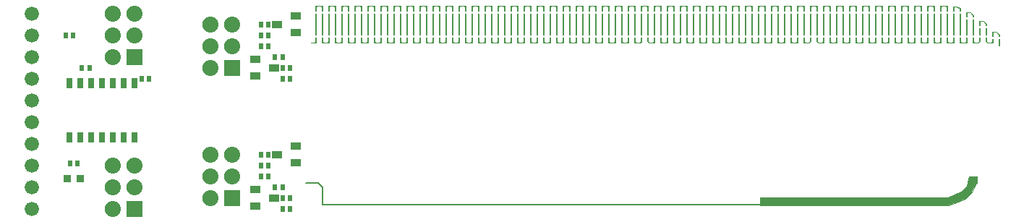
<source format=gbr>
%FSLAX46Y46*%
G04 Gerber Fmt 4.6, Leading zero omitted, Abs format (unit mm)*
G04 Created by KiCad (PCBNEW (2014-08-29 BZR 5106)-product) date Thu 20 Nov 2014 11:46:28 AM PST*
%MOMM*%
G01*
G04 APERTURE LIST*
%ADD10C,0.100000*%
%ADD11C,0.127000*%
%ADD12R,1.153160X0.952500*%
%ADD13R,0.551180X0.751840*%
%ADD14R,0.949960X0.949960*%
%ADD15C,1.676400*%
%ADD16R,1.879600X1.879600*%
%ADD17O,1.879600X1.879600*%
%ADD18R,0.660400X1.295400*%
%ADD19C,0.076200*%
G04 APERTURE END LIST*
D10*
D11*
X137096500Y-121475500D02*
X135636000Y-121475500D01*
X137604500Y-121983500D02*
X137096500Y-121475500D01*
X137604500Y-124015500D02*
X137604500Y-121983500D01*
X137604500Y-124015500D02*
X195516500Y-124015500D01*
D12*
X132250180Y-118110000D03*
X134449820Y-117157500D03*
X134449820Y-119062500D03*
D13*
X117289580Y-109220000D03*
X116390420Y-109220000D03*
X132900420Y-124460000D03*
X133799580Y-124460000D03*
X132900420Y-109220000D03*
X133799580Y-109220000D03*
X130360420Y-119380000D03*
X131259580Y-119380000D03*
X130360420Y-104140000D03*
X131259580Y-104140000D03*
X130360420Y-105410000D03*
X131259580Y-105410000D03*
X130360420Y-120650000D03*
X131259580Y-120650000D03*
D14*
X109207300Y-120904000D03*
X107708700Y-120904000D03*
D15*
X103505000Y-124460000D03*
X103505000Y-121920000D03*
X103505000Y-119380000D03*
X103505000Y-116840000D03*
X103505000Y-114300000D03*
X103505000Y-111760000D03*
X103505000Y-109220000D03*
X103505000Y-106680000D03*
X103505000Y-104140000D03*
X103505000Y-101600000D03*
D16*
X115570000Y-124460000D03*
D17*
X113030000Y-124460000D03*
X115570000Y-121920000D03*
X113030000Y-121920000D03*
X115570000Y-119380000D03*
X113030000Y-119380000D03*
D16*
X115570000Y-106680000D03*
D17*
X113030000Y-106680000D03*
X115570000Y-104140000D03*
X113030000Y-104140000D03*
X115570000Y-101600000D03*
X113030000Y-101600000D03*
D16*
X127000000Y-123190000D03*
D17*
X124460000Y-123190000D03*
X127000000Y-120650000D03*
X124460000Y-120650000D03*
X127000000Y-118110000D03*
X124460000Y-118110000D03*
D16*
X127000000Y-107950000D03*
D17*
X124460000Y-107950000D03*
X127000000Y-105410000D03*
X124460000Y-105410000D03*
X127000000Y-102870000D03*
X124460000Y-102870000D03*
D12*
X131909820Y-107950000D03*
X129710180Y-108902500D03*
X129710180Y-106997500D03*
X131909820Y-123190000D03*
X129710180Y-124142500D03*
X129710180Y-122237500D03*
D13*
X132900420Y-123190000D03*
X133799580Y-123190000D03*
X132011420Y-106680000D03*
X132910580Y-106680000D03*
X131259580Y-118110000D03*
X130360420Y-118110000D03*
X108907580Y-119126000D03*
X108008420Y-119126000D03*
X132900420Y-107950000D03*
X133799580Y-107950000D03*
X131259580Y-102870000D03*
X130360420Y-102870000D03*
X132011420Y-121920000D03*
X132910580Y-121920000D03*
D18*
X115570000Y-109728000D03*
X114300000Y-109728000D03*
X113030000Y-109728000D03*
X111760000Y-109728000D03*
X110490000Y-109728000D03*
X109220000Y-109728000D03*
X107950000Y-109728000D03*
X107950000Y-116078000D03*
X109220000Y-116078000D03*
X111760000Y-116078000D03*
X113030000Y-116078000D03*
X114300000Y-116078000D03*
X115570000Y-116078000D03*
X110490000Y-116078000D03*
D13*
X108399580Y-104140000D03*
X107500420Y-104140000D03*
X109405420Y-107950000D03*
X110304580Y-107950000D03*
D12*
X132250180Y-102870000D03*
X134449820Y-101917500D03*
X134449820Y-103822500D03*
D19*
G36*
X136804400Y-105054400D02*
X136182100Y-105054400D01*
X136182100Y-105003600D01*
X136604282Y-105003600D01*
X136753600Y-104854282D01*
X136753600Y-104432100D01*
X136804400Y-104432100D01*
X136804400Y-105054400D01*
X136804400Y-105054400D01*
G37*
X136804400Y-105054400D02*
X136182100Y-105054400D01*
X136182100Y-105003600D01*
X136604282Y-105003600D01*
X136753600Y-104854282D01*
X136753600Y-104432100D01*
X136804400Y-104432100D01*
X136804400Y-105054400D01*
G36*
X138328400Y-105054400D02*
X138176000Y-105054400D01*
X137668000Y-105054400D01*
X137515600Y-105054400D01*
X137515600Y-104432100D01*
X137566400Y-104432100D01*
X137566400Y-104854282D01*
X137715718Y-105003600D01*
X138128282Y-105003600D01*
X138277600Y-104854282D01*
X138277600Y-104432100D01*
X138328400Y-104432100D01*
X138328400Y-105054400D01*
X138328400Y-105054400D01*
G37*
X138328400Y-105054400D02*
X138176000Y-105054400D01*
X137668000Y-105054400D01*
X137515600Y-105054400D01*
X137515600Y-104432100D01*
X137566400Y-104432100D01*
X137566400Y-104854282D01*
X137715718Y-105003600D01*
X138128282Y-105003600D01*
X138277600Y-104854282D01*
X138277600Y-104432100D01*
X138328400Y-104432100D01*
X138328400Y-105054400D01*
G36*
X139852400Y-105054400D02*
X139700000Y-105054400D01*
X139192000Y-105054400D01*
X139039600Y-105054400D01*
X139039600Y-104432100D01*
X139090400Y-104432100D01*
X139090400Y-104854282D01*
X139239718Y-105003600D01*
X139652282Y-105003600D01*
X139801600Y-104854282D01*
X139801600Y-104432100D01*
X139852400Y-104432100D01*
X139852400Y-105054400D01*
X139852400Y-105054400D01*
G37*
X139852400Y-105054400D02*
X139700000Y-105054400D01*
X139192000Y-105054400D01*
X139039600Y-105054400D01*
X139039600Y-104432100D01*
X139090400Y-104432100D01*
X139090400Y-104854282D01*
X139239718Y-105003600D01*
X139652282Y-105003600D01*
X139801600Y-104854282D01*
X139801600Y-104432100D01*
X139852400Y-104432100D01*
X139852400Y-105054400D01*
G36*
X141376400Y-105054400D02*
X141224000Y-105054400D01*
X140716000Y-105054400D01*
X140563600Y-105054400D01*
X140563600Y-104432100D01*
X140614400Y-104432100D01*
X140614400Y-104854282D01*
X140763718Y-105003600D01*
X141176282Y-105003600D01*
X141325600Y-104854282D01*
X141325600Y-104432100D01*
X141376400Y-104432100D01*
X141376400Y-105054400D01*
X141376400Y-105054400D01*
G37*
X141376400Y-105054400D02*
X141224000Y-105054400D01*
X140716000Y-105054400D01*
X140563600Y-105054400D01*
X140563600Y-104432100D01*
X140614400Y-104432100D01*
X140614400Y-104854282D01*
X140763718Y-105003600D01*
X141176282Y-105003600D01*
X141325600Y-104854282D01*
X141325600Y-104432100D01*
X141376400Y-104432100D01*
X141376400Y-105054400D01*
G36*
X142900400Y-105054400D02*
X142748000Y-105054400D01*
X142240000Y-105054400D01*
X142087600Y-105054400D01*
X142087600Y-104432100D01*
X142138400Y-104432100D01*
X142138400Y-104854282D01*
X142287718Y-105003600D01*
X142700282Y-105003600D01*
X142849600Y-104854282D01*
X142849600Y-104432100D01*
X142900400Y-104432100D01*
X142900400Y-105054400D01*
X142900400Y-105054400D01*
G37*
X142900400Y-105054400D02*
X142748000Y-105054400D01*
X142240000Y-105054400D01*
X142087600Y-105054400D01*
X142087600Y-104432100D01*
X142138400Y-104432100D01*
X142138400Y-104854282D01*
X142287718Y-105003600D01*
X142700282Y-105003600D01*
X142849600Y-104854282D01*
X142849600Y-104432100D01*
X142900400Y-104432100D01*
X142900400Y-105054400D01*
G36*
X144424400Y-105054400D02*
X144272000Y-105054400D01*
X143764000Y-105054400D01*
X143611600Y-105054400D01*
X143611600Y-104432100D01*
X143662400Y-104432100D01*
X143662400Y-104854282D01*
X143811718Y-105003600D01*
X144224282Y-105003600D01*
X144373600Y-104854282D01*
X144373600Y-104432100D01*
X144424400Y-104432100D01*
X144424400Y-105054400D01*
X144424400Y-105054400D01*
G37*
X144424400Y-105054400D02*
X144272000Y-105054400D01*
X143764000Y-105054400D01*
X143611600Y-105054400D01*
X143611600Y-104432100D01*
X143662400Y-104432100D01*
X143662400Y-104854282D01*
X143811718Y-105003600D01*
X144224282Y-105003600D01*
X144373600Y-104854282D01*
X144373600Y-104432100D01*
X144424400Y-104432100D01*
X144424400Y-105054400D01*
G36*
X145948400Y-105054400D02*
X145796000Y-105054400D01*
X145288000Y-105054400D01*
X145135600Y-105054400D01*
X145135600Y-104432100D01*
X145186400Y-104432100D01*
X145186400Y-104854282D01*
X145335718Y-105003600D01*
X145748282Y-105003600D01*
X145897600Y-104854282D01*
X145897600Y-104432100D01*
X145948400Y-104432100D01*
X145948400Y-105054400D01*
X145948400Y-105054400D01*
G37*
X145948400Y-105054400D02*
X145796000Y-105054400D01*
X145288000Y-105054400D01*
X145135600Y-105054400D01*
X145135600Y-104432100D01*
X145186400Y-104432100D01*
X145186400Y-104854282D01*
X145335718Y-105003600D01*
X145748282Y-105003600D01*
X145897600Y-104854282D01*
X145897600Y-104432100D01*
X145948400Y-104432100D01*
X145948400Y-105054400D01*
G36*
X147472400Y-105054400D02*
X147320000Y-105054400D01*
X146812000Y-105054400D01*
X146659600Y-105054400D01*
X146659600Y-104432100D01*
X146710400Y-104432100D01*
X146710400Y-104854282D01*
X146859718Y-105003600D01*
X147272282Y-105003600D01*
X147421600Y-104854282D01*
X147421600Y-104432100D01*
X147472400Y-104432100D01*
X147472400Y-105054400D01*
X147472400Y-105054400D01*
G37*
X147472400Y-105054400D02*
X147320000Y-105054400D01*
X146812000Y-105054400D01*
X146659600Y-105054400D01*
X146659600Y-104432100D01*
X146710400Y-104432100D01*
X146710400Y-104854282D01*
X146859718Y-105003600D01*
X147272282Y-105003600D01*
X147421600Y-104854282D01*
X147421600Y-104432100D01*
X147472400Y-104432100D01*
X147472400Y-105054400D01*
G36*
X148996400Y-105054400D02*
X148844000Y-105054400D01*
X148336000Y-105054400D01*
X148183600Y-105054400D01*
X148183600Y-104432100D01*
X148234400Y-104432100D01*
X148234400Y-104854282D01*
X148383718Y-105003600D01*
X148796282Y-105003600D01*
X148945600Y-104854282D01*
X148945600Y-104432100D01*
X148996400Y-104432100D01*
X148996400Y-105054400D01*
X148996400Y-105054400D01*
G37*
X148996400Y-105054400D02*
X148844000Y-105054400D01*
X148336000Y-105054400D01*
X148183600Y-105054400D01*
X148183600Y-104432100D01*
X148234400Y-104432100D01*
X148234400Y-104854282D01*
X148383718Y-105003600D01*
X148796282Y-105003600D01*
X148945600Y-104854282D01*
X148945600Y-104432100D01*
X148996400Y-104432100D01*
X148996400Y-105054400D01*
G36*
X150520400Y-105054400D02*
X150368000Y-105054400D01*
X149860000Y-105054400D01*
X149707600Y-105054400D01*
X149707600Y-104432100D01*
X149758400Y-104432100D01*
X149758400Y-104854282D01*
X149907718Y-105003600D01*
X150320282Y-105003600D01*
X150469600Y-104854282D01*
X150469600Y-104432100D01*
X150520400Y-104432100D01*
X150520400Y-105054400D01*
X150520400Y-105054400D01*
G37*
X150520400Y-105054400D02*
X150368000Y-105054400D01*
X149860000Y-105054400D01*
X149707600Y-105054400D01*
X149707600Y-104432100D01*
X149758400Y-104432100D01*
X149758400Y-104854282D01*
X149907718Y-105003600D01*
X150320282Y-105003600D01*
X150469600Y-104854282D01*
X150469600Y-104432100D01*
X150520400Y-104432100D01*
X150520400Y-105054400D01*
G36*
X152044400Y-105054400D02*
X151892000Y-105054400D01*
X151384000Y-105054400D01*
X151231600Y-105054400D01*
X151231600Y-104432100D01*
X151282400Y-104432100D01*
X151282400Y-104854282D01*
X151431718Y-105003600D01*
X151844282Y-105003600D01*
X151993600Y-104854282D01*
X151993600Y-104432100D01*
X152044400Y-104432100D01*
X152044400Y-105054400D01*
X152044400Y-105054400D01*
G37*
X152044400Y-105054400D02*
X151892000Y-105054400D01*
X151384000Y-105054400D01*
X151231600Y-105054400D01*
X151231600Y-104432100D01*
X151282400Y-104432100D01*
X151282400Y-104854282D01*
X151431718Y-105003600D01*
X151844282Y-105003600D01*
X151993600Y-104854282D01*
X151993600Y-104432100D01*
X152044400Y-104432100D01*
X152044400Y-105054400D01*
G36*
X153568400Y-105054400D02*
X153416000Y-105054400D01*
X152908000Y-105054400D01*
X152755600Y-105054400D01*
X152755600Y-104432100D01*
X152806400Y-104432100D01*
X152806400Y-104854282D01*
X152955718Y-105003600D01*
X153368282Y-105003600D01*
X153517600Y-104854282D01*
X153517600Y-104432100D01*
X153568400Y-104432100D01*
X153568400Y-105054400D01*
X153568400Y-105054400D01*
G37*
X153568400Y-105054400D02*
X153416000Y-105054400D01*
X152908000Y-105054400D01*
X152755600Y-105054400D01*
X152755600Y-104432100D01*
X152806400Y-104432100D01*
X152806400Y-104854282D01*
X152955718Y-105003600D01*
X153368282Y-105003600D01*
X153517600Y-104854282D01*
X153517600Y-104432100D01*
X153568400Y-104432100D01*
X153568400Y-105054400D01*
G36*
X155092400Y-105054400D02*
X154940000Y-105054400D01*
X154432000Y-105054400D01*
X154279600Y-105054400D01*
X154279600Y-104432100D01*
X154330400Y-104432100D01*
X154330400Y-104854282D01*
X154479718Y-105003600D01*
X154892282Y-105003600D01*
X155041600Y-104854282D01*
X155041600Y-104432100D01*
X155092400Y-104432100D01*
X155092400Y-105054400D01*
X155092400Y-105054400D01*
G37*
X155092400Y-105054400D02*
X154940000Y-105054400D01*
X154432000Y-105054400D01*
X154279600Y-105054400D01*
X154279600Y-104432100D01*
X154330400Y-104432100D01*
X154330400Y-104854282D01*
X154479718Y-105003600D01*
X154892282Y-105003600D01*
X155041600Y-104854282D01*
X155041600Y-104432100D01*
X155092400Y-104432100D01*
X155092400Y-105054400D01*
G36*
X156616400Y-105054400D02*
X156464000Y-105054400D01*
X155956000Y-105054400D01*
X155803600Y-105054400D01*
X155803600Y-104432100D01*
X155854400Y-104432100D01*
X155854400Y-104854282D01*
X156003718Y-105003600D01*
X156416282Y-105003600D01*
X156565600Y-104854282D01*
X156565600Y-104432100D01*
X156616400Y-104432100D01*
X156616400Y-105054400D01*
X156616400Y-105054400D01*
G37*
X156616400Y-105054400D02*
X156464000Y-105054400D01*
X155956000Y-105054400D01*
X155803600Y-105054400D01*
X155803600Y-104432100D01*
X155854400Y-104432100D01*
X155854400Y-104854282D01*
X156003718Y-105003600D01*
X156416282Y-105003600D01*
X156565600Y-104854282D01*
X156565600Y-104432100D01*
X156616400Y-104432100D01*
X156616400Y-105054400D01*
G36*
X158140400Y-105054400D02*
X157988000Y-105054400D01*
X157480000Y-105054400D01*
X157327600Y-105054400D01*
X157327600Y-104432100D01*
X157378400Y-104432100D01*
X157378400Y-104854282D01*
X157527718Y-105003600D01*
X157940282Y-105003600D01*
X158089600Y-104854282D01*
X158089600Y-104432100D01*
X158140400Y-104432100D01*
X158140400Y-105054400D01*
X158140400Y-105054400D01*
G37*
X158140400Y-105054400D02*
X157988000Y-105054400D01*
X157480000Y-105054400D01*
X157327600Y-105054400D01*
X157327600Y-104432100D01*
X157378400Y-104432100D01*
X157378400Y-104854282D01*
X157527718Y-105003600D01*
X157940282Y-105003600D01*
X158089600Y-104854282D01*
X158089600Y-104432100D01*
X158140400Y-104432100D01*
X158140400Y-105054400D01*
G36*
X159664400Y-105054400D02*
X159512000Y-105054400D01*
X159004000Y-105054400D01*
X158851600Y-105054400D01*
X158851600Y-104432100D01*
X158902400Y-104432100D01*
X158902400Y-104854282D01*
X159051718Y-105003600D01*
X159464282Y-105003600D01*
X159613600Y-104854282D01*
X159613600Y-104432100D01*
X159664400Y-104432100D01*
X159664400Y-105054400D01*
X159664400Y-105054400D01*
G37*
X159664400Y-105054400D02*
X159512000Y-105054400D01*
X159004000Y-105054400D01*
X158851600Y-105054400D01*
X158851600Y-104432100D01*
X158902400Y-104432100D01*
X158902400Y-104854282D01*
X159051718Y-105003600D01*
X159464282Y-105003600D01*
X159613600Y-104854282D01*
X159613600Y-104432100D01*
X159664400Y-104432100D01*
X159664400Y-105054400D01*
G36*
X161188400Y-105054400D02*
X161036000Y-105054400D01*
X160528000Y-105054400D01*
X160375600Y-105054400D01*
X160375600Y-104432100D01*
X160426400Y-104432100D01*
X160426400Y-104854282D01*
X160575718Y-105003600D01*
X160988282Y-105003600D01*
X161137600Y-104854282D01*
X161137600Y-104432100D01*
X161188400Y-104432100D01*
X161188400Y-105054400D01*
X161188400Y-105054400D01*
G37*
X161188400Y-105054400D02*
X161036000Y-105054400D01*
X160528000Y-105054400D01*
X160375600Y-105054400D01*
X160375600Y-104432100D01*
X160426400Y-104432100D01*
X160426400Y-104854282D01*
X160575718Y-105003600D01*
X160988282Y-105003600D01*
X161137600Y-104854282D01*
X161137600Y-104432100D01*
X161188400Y-104432100D01*
X161188400Y-105054400D01*
G36*
X162712400Y-105054400D02*
X162560000Y-105054400D01*
X162052000Y-105054400D01*
X161899600Y-105054400D01*
X161899600Y-104432100D01*
X161950400Y-104432100D01*
X161950400Y-104854282D01*
X162099718Y-105003600D01*
X162512282Y-105003600D01*
X162661600Y-104854282D01*
X162661600Y-104432100D01*
X162712400Y-104432100D01*
X162712400Y-105054400D01*
X162712400Y-105054400D01*
G37*
X162712400Y-105054400D02*
X162560000Y-105054400D01*
X162052000Y-105054400D01*
X161899600Y-105054400D01*
X161899600Y-104432100D01*
X161950400Y-104432100D01*
X161950400Y-104854282D01*
X162099718Y-105003600D01*
X162512282Y-105003600D01*
X162661600Y-104854282D01*
X162661600Y-104432100D01*
X162712400Y-104432100D01*
X162712400Y-105054400D01*
G36*
X164236400Y-105054400D02*
X164084000Y-105054400D01*
X163576000Y-105054400D01*
X163423600Y-105054400D01*
X163423600Y-104432100D01*
X163474400Y-104432100D01*
X163474400Y-104854282D01*
X163623718Y-105003600D01*
X164036282Y-105003600D01*
X164185600Y-104854282D01*
X164185600Y-104432100D01*
X164236400Y-104432100D01*
X164236400Y-105054400D01*
X164236400Y-105054400D01*
G37*
X164236400Y-105054400D02*
X164084000Y-105054400D01*
X163576000Y-105054400D01*
X163423600Y-105054400D01*
X163423600Y-104432100D01*
X163474400Y-104432100D01*
X163474400Y-104854282D01*
X163623718Y-105003600D01*
X164036282Y-105003600D01*
X164185600Y-104854282D01*
X164185600Y-104432100D01*
X164236400Y-104432100D01*
X164236400Y-105054400D01*
G36*
X165760400Y-105054400D02*
X165608000Y-105054400D01*
X165100000Y-105054400D01*
X164947600Y-105054400D01*
X164947600Y-104432100D01*
X164998400Y-104432100D01*
X164998400Y-104854282D01*
X165147718Y-105003600D01*
X165560282Y-105003600D01*
X165709600Y-104854282D01*
X165709600Y-104432100D01*
X165760400Y-104432100D01*
X165760400Y-105054400D01*
X165760400Y-105054400D01*
G37*
X165760400Y-105054400D02*
X165608000Y-105054400D01*
X165100000Y-105054400D01*
X164947600Y-105054400D01*
X164947600Y-104432100D01*
X164998400Y-104432100D01*
X164998400Y-104854282D01*
X165147718Y-105003600D01*
X165560282Y-105003600D01*
X165709600Y-104854282D01*
X165709600Y-104432100D01*
X165760400Y-104432100D01*
X165760400Y-105054400D01*
G36*
X167284400Y-105054400D02*
X167132000Y-105054400D01*
X166624000Y-105054400D01*
X166471600Y-105054400D01*
X166471600Y-104432100D01*
X166522400Y-104432100D01*
X166522400Y-104854282D01*
X166671718Y-105003600D01*
X167084282Y-105003600D01*
X167233600Y-104854282D01*
X167233600Y-104432100D01*
X167284400Y-104432100D01*
X167284400Y-105054400D01*
X167284400Y-105054400D01*
G37*
X167284400Y-105054400D02*
X167132000Y-105054400D01*
X166624000Y-105054400D01*
X166471600Y-105054400D01*
X166471600Y-104432100D01*
X166522400Y-104432100D01*
X166522400Y-104854282D01*
X166671718Y-105003600D01*
X167084282Y-105003600D01*
X167233600Y-104854282D01*
X167233600Y-104432100D01*
X167284400Y-104432100D01*
X167284400Y-105054400D01*
G36*
X168808400Y-105054400D02*
X168656000Y-105054400D01*
X168148000Y-105054400D01*
X167995600Y-105054400D01*
X167995600Y-104432100D01*
X168046400Y-104432100D01*
X168046400Y-104854282D01*
X168195718Y-105003600D01*
X168608282Y-105003600D01*
X168757600Y-104854282D01*
X168757600Y-104432100D01*
X168808400Y-104432100D01*
X168808400Y-105054400D01*
X168808400Y-105054400D01*
G37*
X168808400Y-105054400D02*
X168656000Y-105054400D01*
X168148000Y-105054400D01*
X167995600Y-105054400D01*
X167995600Y-104432100D01*
X168046400Y-104432100D01*
X168046400Y-104854282D01*
X168195718Y-105003600D01*
X168608282Y-105003600D01*
X168757600Y-104854282D01*
X168757600Y-104432100D01*
X168808400Y-104432100D01*
X168808400Y-105054400D01*
G36*
X170332400Y-105054400D02*
X170180000Y-105054400D01*
X169672000Y-105054400D01*
X169519600Y-105054400D01*
X169519600Y-104432100D01*
X169570400Y-104432100D01*
X169570400Y-104854282D01*
X169719718Y-105003600D01*
X170132282Y-105003600D01*
X170281600Y-104854282D01*
X170281600Y-104432100D01*
X170332400Y-104432100D01*
X170332400Y-105054400D01*
X170332400Y-105054400D01*
G37*
X170332400Y-105054400D02*
X170180000Y-105054400D01*
X169672000Y-105054400D01*
X169519600Y-105054400D01*
X169519600Y-104432100D01*
X169570400Y-104432100D01*
X169570400Y-104854282D01*
X169719718Y-105003600D01*
X170132282Y-105003600D01*
X170281600Y-104854282D01*
X170281600Y-104432100D01*
X170332400Y-104432100D01*
X170332400Y-105054400D01*
G36*
X171856400Y-105054400D02*
X171704000Y-105054400D01*
X171196000Y-105054400D01*
X171043600Y-105054400D01*
X171043600Y-104432100D01*
X171094400Y-104432100D01*
X171094400Y-104854282D01*
X171243718Y-105003600D01*
X171656282Y-105003600D01*
X171805600Y-104854282D01*
X171805600Y-104432100D01*
X171856400Y-104432100D01*
X171856400Y-105054400D01*
X171856400Y-105054400D01*
G37*
X171856400Y-105054400D02*
X171704000Y-105054400D01*
X171196000Y-105054400D01*
X171043600Y-105054400D01*
X171043600Y-104432100D01*
X171094400Y-104432100D01*
X171094400Y-104854282D01*
X171243718Y-105003600D01*
X171656282Y-105003600D01*
X171805600Y-104854282D01*
X171805600Y-104432100D01*
X171856400Y-104432100D01*
X171856400Y-105054400D01*
G36*
X173380400Y-105054400D02*
X173228000Y-105054400D01*
X172720000Y-105054400D01*
X172567600Y-105054400D01*
X172567600Y-104432100D01*
X172618400Y-104432100D01*
X172618400Y-104854282D01*
X172767718Y-105003600D01*
X173180282Y-105003600D01*
X173329600Y-104854282D01*
X173329600Y-104432100D01*
X173380400Y-104432100D01*
X173380400Y-105054400D01*
X173380400Y-105054400D01*
G37*
X173380400Y-105054400D02*
X173228000Y-105054400D01*
X172720000Y-105054400D01*
X172567600Y-105054400D01*
X172567600Y-104432100D01*
X172618400Y-104432100D01*
X172618400Y-104854282D01*
X172767718Y-105003600D01*
X173180282Y-105003600D01*
X173329600Y-104854282D01*
X173329600Y-104432100D01*
X173380400Y-104432100D01*
X173380400Y-105054400D01*
G36*
X174904400Y-104886218D02*
X174788559Y-105002059D01*
X174736218Y-105054400D01*
X174244000Y-105054400D01*
X174091600Y-105054400D01*
X174091600Y-104432100D01*
X174142400Y-104432100D01*
X174142400Y-104854282D01*
X174291718Y-105003600D01*
X174704282Y-105003600D01*
X174853600Y-104854282D01*
X174853600Y-104432100D01*
X174904400Y-104432100D01*
X174904400Y-104886218D01*
X174904400Y-104886218D01*
G37*
X174904400Y-104886218D02*
X174788559Y-105002059D01*
X174736218Y-105054400D01*
X174244000Y-105054400D01*
X174091600Y-105054400D01*
X174091600Y-104432100D01*
X174142400Y-104432100D01*
X174142400Y-104854282D01*
X174291718Y-105003600D01*
X174704282Y-105003600D01*
X174853600Y-104854282D01*
X174853600Y-104432100D01*
X174904400Y-104432100D01*
X174904400Y-104886218D01*
G36*
X176428400Y-105054400D02*
X176276000Y-105054400D01*
X175783782Y-105054400D01*
X175615600Y-104886218D01*
X175615600Y-104432100D01*
X175666400Y-104432100D01*
X175666400Y-104854282D01*
X175815718Y-105003600D01*
X176228282Y-105003600D01*
X176377600Y-104854282D01*
X176377600Y-104432100D01*
X176428400Y-104432100D01*
X176428400Y-105054400D01*
X176428400Y-105054400D01*
G37*
X176428400Y-105054400D02*
X176276000Y-105054400D01*
X175783782Y-105054400D01*
X175615600Y-104886218D01*
X175615600Y-104432100D01*
X175666400Y-104432100D01*
X175666400Y-104854282D01*
X175815718Y-105003600D01*
X176228282Y-105003600D01*
X176377600Y-104854282D01*
X176377600Y-104432100D01*
X176428400Y-104432100D01*
X176428400Y-105054400D01*
G36*
X177952400Y-105054400D02*
X177800000Y-105054400D01*
X177292000Y-105054400D01*
X177139600Y-105054400D01*
X177139600Y-104432100D01*
X177190400Y-104432100D01*
X177190400Y-104854282D01*
X177339718Y-105003600D01*
X177752282Y-105003600D01*
X177901600Y-104854282D01*
X177901600Y-104432100D01*
X177952400Y-104432100D01*
X177952400Y-105054400D01*
X177952400Y-105054400D01*
G37*
X177952400Y-105054400D02*
X177800000Y-105054400D01*
X177292000Y-105054400D01*
X177139600Y-105054400D01*
X177139600Y-104432100D01*
X177190400Y-104432100D01*
X177190400Y-104854282D01*
X177339718Y-105003600D01*
X177752282Y-105003600D01*
X177901600Y-104854282D01*
X177901600Y-104432100D01*
X177952400Y-104432100D01*
X177952400Y-105054400D01*
G36*
X179476400Y-105054400D02*
X179324000Y-105054400D01*
X178816000Y-105054400D01*
X178663600Y-105054400D01*
X178663600Y-104432100D01*
X178714400Y-104432100D01*
X178714400Y-104854282D01*
X178863718Y-105003600D01*
X179276282Y-105003600D01*
X179425600Y-104854282D01*
X179425600Y-104432100D01*
X179476400Y-104432100D01*
X179476400Y-105054400D01*
X179476400Y-105054400D01*
G37*
X179476400Y-105054400D02*
X179324000Y-105054400D01*
X178816000Y-105054400D01*
X178663600Y-105054400D01*
X178663600Y-104432100D01*
X178714400Y-104432100D01*
X178714400Y-104854282D01*
X178863718Y-105003600D01*
X179276282Y-105003600D01*
X179425600Y-104854282D01*
X179425600Y-104432100D01*
X179476400Y-104432100D01*
X179476400Y-105054400D01*
G36*
X181000400Y-105054400D02*
X180848000Y-105054400D01*
X180340000Y-105054400D01*
X180187600Y-105054400D01*
X180187600Y-104432100D01*
X180238400Y-104432100D01*
X180238400Y-104854282D01*
X180387718Y-105003600D01*
X180800282Y-105003600D01*
X180949600Y-104854282D01*
X180949600Y-104432100D01*
X181000400Y-104432100D01*
X181000400Y-105054400D01*
X181000400Y-105054400D01*
G37*
X181000400Y-105054400D02*
X180848000Y-105054400D01*
X180340000Y-105054400D01*
X180187600Y-105054400D01*
X180187600Y-104432100D01*
X180238400Y-104432100D01*
X180238400Y-104854282D01*
X180387718Y-105003600D01*
X180800282Y-105003600D01*
X180949600Y-104854282D01*
X180949600Y-104432100D01*
X181000400Y-104432100D01*
X181000400Y-105054400D01*
G36*
X182524400Y-105054400D02*
X182372000Y-105054400D01*
X181864000Y-105054400D01*
X181711600Y-105054400D01*
X181711600Y-104432100D01*
X181762400Y-104432100D01*
X181762400Y-104854282D01*
X181911718Y-105003600D01*
X182324282Y-105003600D01*
X182473600Y-104854282D01*
X182473600Y-104432100D01*
X182524400Y-104432100D01*
X182524400Y-105054400D01*
X182524400Y-105054400D01*
G37*
X182524400Y-105054400D02*
X182372000Y-105054400D01*
X181864000Y-105054400D01*
X181711600Y-105054400D01*
X181711600Y-104432100D01*
X181762400Y-104432100D01*
X181762400Y-104854282D01*
X181911718Y-105003600D01*
X182324282Y-105003600D01*
X182473600Y-104854282D01*
X182473600Y-104432100D01*
X182524400Y-104432100D01*
X182524400Y-105054400D01*
G36*
X184048400Y-105054400D02*
X183896000Y-105054400D01*
X183388000Y-105054400D01*
X183235600Y-105054400D01*
X183235600Y-104432100D01*
X183286400Y-104432100D01*
X183286400Y-104854282D01*
X183435718Y-105003600D01*
X183848282Y-105003600D01*
X183997600Y-104854282D01*
X183997600Y-104432100D01*
X184048400Y-104432100D01*
X184048400Y-105054400D01*
X184048400Y-105054400D01*
G37*
X184048400Y-105054400D02*
X183896000Y-105054400D01*
X183388000Y-105054400D01*
X183235600Y-105054400D01*
X183235600Y-104432100D01*
X183286400Y-104432100D01*
X183286400Y-104854282D01*
X183435718Y-105003600D01*
X183848282Y-105003600D01*
X183997600Y-104854282D01*
X183997600Y-104432100D01*
X184048400Y-104432100D01*
X184048400Y-105054400D01*
G36*
X185572400Y-105054400D02*
X185420000Y-105054400D01*
X184912000Y-105054400D01*
X184759600Y-105054400D01*
X184759600Y-104432100D01*
X184810400Y-104432100D01*
X184810400Y-104854282D01*
X184959718Y-105003600D01*
X185372282Y-105003600D01*
X185521600Y-104854282D01*
X185521600Y-104432100D01*
X185572400Y-104432100D01*
X185572400Y-105054400D01*
X185572400Y-105054400D01*
G37*
X185572400Y-105054400D02*
X185420000Y-105054400D01*
X184912000Y-105054400D01*
X184759600Y-105054400D01*
X184759600Y-104432100D01*
X184810400Y-104432100D01*
X184810400Y-104854282D01*
X184959718Y-105003600D01*
X185372282Y-105003600D01*
X185521600Y-104854282D01*
X185521600Y-104432100D01*
X185572400Y-104432100D01*
X185572400Y-105054400D01*
G36*
X187096400Y-105054400D02*
X186944000Y-105054400D01*
X186436000Y-105054400D01*
X186283600Y-105054400D01*
X186283600Y-104432100D01*
X186334400Y-104432100D01*
X186334400Y-104854282D01*
X186483718Y-105003600D01*
X186896282Y-105003600D01*
X187045600Y-104854282D01*
X187045600Y-104432100D01*
X187096400Y-104432100D01*
X187096400Y-105054400D01*
X187096400Y-105054400D01*
G37*
X187096400Y-105054400D02*
X186944000Y-105054400D01*
X186436000Y-105054400D01*
X186283600Y-105054400D01*
X186283600Y-104432100D01*
X186334400Y-104432100D01*
X186334400Y-104854282D01*
X186483718Y-105003600D01*
X186896282Y-105003600D01*
X187045600Y-104854282D01*
X187045600Y-104432100D01*
X187096400Y-104432100D01*
X187096400Y-105054400D01*
G36*
X188620400Y-105054400D02*
X188468000Y-105054400D01*
X187960000Y-105054400D01*
X187807600Y-105054400D01*
X187807600Y-104432100D01*
X187858400Y-104432100D01*
X187858400Y-104854282D01*
X188007718Y-105003600D01*
X188420282Y-105003600D01*
X188569600Y-104854282D01*
X188569600Y-104432100D01*
X188620400Y-104432100D01*
X188620400Y-105054400D01*
X188620400Y-105054400D01*
G37*
X188620400Y-105054400D02*
X188468000Y-105054400D01*
X187960000Y-105054400D01*
X187807600Y-105054400D01*
X187807600Y-104432100D01*
X187858400Y-104432100D01*
X187858400Y-104854282D01*
X188007718Y-105003600D01*
X188420282Y-105003600D01*
X188569600Y-104854282D01*
X188569600Y-104432100D01*
X188620400Y-104432100D01*
X188620400Y-105054400D01*
G36*
X190144400Y-105054400D02*
X189992000Y-105054400D01*
X189484000Y-105054400D01*
X189331600Y-105054400D01*
X189331600Y-104432100D01*
X189382400Y-104432100D01*
X189382400Y-104854282D01*
X189531718Y-105003600D01*
X189944282Y-105003600D01*
X190093600Y-104854282D01*
X190093600Y-104432100D01*
X190144400Y-104432100D01*
X190144400Y-105054400D01*
X190144400Y-105054400D01*
G37*
X190144400Y-105054400D02*
X189992000Y-105054400D01*
X189484000Y-105054400D01*
X189331600Y-105054400D01*
X189331600Y-104432100D01*
X189382400Y-104432100D01*
X189382400Y-104854282D01*
X189531718Y-105003600D01*
X189944282Y-105003600D01*
X190093600Y-104854282D01*
X190093600Y-104432100D01*
X190144400Y-104432100D01*
X190144400Y-105054400D01*
G36*
X191668400Y-105054400D02*
X191516000Y-105054400D01*
X191008000Y-105054400D01*
X190855600Y-105054400D01*
X190855600Y-104432100D01*
X190906400Y-104432100D01*
X190906400Y-104854282D01*
X191055718Y-105003600D01*
X191468282Y-105003600D01*
X191617600Y-104854282D01*
X191617600Y-104432100D01*
X191668400Y-104432100D01*
X191668400Y-105054400D01*
X191668400Y-105054400D01*
G37*
X191668400Y-105054400D02*
X191516000Y-105054400D01*
X191008000Y-105054400D01*
X190855600Y-105054400D01*
X190855600Y-104432100D01*
X190906400Y-104432100D01*
X190906400Y-104854282D01*
X191055718Y-105003600D01*
X191468282Y-105003600D01*
X191617600Y-104854282D01*
X191617600Y-104432100D01*
X191668400Y-104432100D01*
X191668400Y-105054400D01*
G36*
X193192400Y-105054400D02*
X193040000Y-105054400D01*
X192532000Y-105054400D01*
X192379600Y-105054400D01*
X192379600Y-104432100D01*
X192430400Y-104432100D01*
X192430400Y-104854282D01*
X192579718Y-105003600D01*
X192992282Y-105003600D01*
X193141600Y-104854282D01*
X193141600Y-104432100D01*
X193192400Y-104432100D01*
X193192400Y-105054400D01*
X193192400Y-105054400D01*
G37*
X193192400Y-105054400D02*
X193040000Y-105054400D01*
X192532000Y-105054400D01*
X192379600Y-105054400D01*
X192379600Y-104432100D01*
X192430400Y-104432100D01*
X192430400Y-104854282D01*
X192579718Y-105003600D01*
X192992282Y-105003600D01*
X193141600Y-104854282D01*
X193141600Y-104432100D01*
X193192400Y-104432100D01*
X193192400Y-105054400D01*
G36*
X194716400Y-104886218D02*
X194548218Y-105054400D01*
X194056000Y-105054400D01*
X193903600Y-105054400D01*
X193903600Y-104432100D01*
X193954400Y-104432100D01*
X193954400Y-104854282D01*
X194103718Y-105003600D01*
X194516282Y-105003600D01*
X194665600Y-104854282D01*
X194665600Y-104432100D01*
X194716400Y-104432100D01*
X194716400Y-104886218D01*
X194716400Y-104886218D01*
G37*
X194716400Y-104886218D02*
X194548218Y-105054400D01*
X194056000Y-105054400D01*
X193903600Y-105054400D01*
X193903600Y-104432100D01*
X193954400Y-104432100D01*
X193954400Y-104854282D01*
X194103718Y-105003600D01*
X194516282Y-105003600D01*
X194665600Y-104854282D01*
X194665600Y-104432100D01*
X194716400Y-104432100D01*
X194716400Y-104886218D01*
G36*
X196240400Y-105054400D02*
X196088000Y-105054400D01*
X195595782Y-105054400D01*
X195427600Y-104886218D01*
X195427600Y-104432100D01*
X195478400Y-104432100D01*
X195478400Y-104854282D01*
X195627718Y-105003600D01*
X196040282Y-105003600D01*
X196189600Y-104854282D01*
X196189600Y-104432100D01*
X196240400Y-104432100D01*
X196240400Y-105054400D01*
X196240400Y-105054400D01*
G37*
X196240400Y-105054400D02*
X196088000Y-105054400D01*
X195595782Y-105054400D01*
X195427600Y-104886218D01*
X195427600Y-104432100D01*
X195478400Y-104432100D01*
X195478400Y-104854282D01*
X195627718Y-105003600D01*
X196040282Y-105003600D01*
X196189600Y-104854282D01*
X196189600Y-104432100D01*
X196240400Y-104432100D01*
X196240400Y-105054400D01*
G36*
X197764400Y-105054400D02*
X197612000Y-105054400D01*
X197104000Y-105054400D01*
X196951600Y-105054400D01*
X196951600Y-104432100D01*
X197002400Y-104432100D01*
X197002400Y-104854282D01*
X197151718Y-105003600D01*
X197564282Y-105003600D01*
X197713600Y-104854282D01*
X197713600Y-104432100D01*
X197764400Y-104432100D01*
X197764400Y-105054400D01*
X197764400Y-105054400D01*
G37*
X197764400Y-105054400D02*
X197612000Y-105054400D01*
X197104000Y-105054400D01*
X196951600Y-105054400D01*
X196951600Y-104432100D01*
X197002400Y-104432100D01*
X197002400Y-104854282D01*
X197151718Y-105003600D01*
X197564282Y-105003600D01*
X197713600Y-104854282D01*
X197713600Y-104432100D01*
X197764400Y-104432100D01*
X197764400Y-105054400D01*
G36*
X199288400Y-105054400D02*
X199136000Y-105054400D01*
X198628000Y-105054400D01*
X198475600Y-105054400D01*
X198475600Y-104432100D01*
X198526400Y-104432100D01*
X198526400Y-104854282D01*
X198675718Y-105003600D01*
X199088282Y-105003600D01*
X199237600Y-104854282D01*
X199237600Y-104432100D01*
X199288400Y-104432100D01*
X199288400Y-105054400D01*
X199288400Y-105054400D01*
G37*
X199288400Y-105054400D02*
X199136000Y-105054400D01*
X198628000Y-105054400D01*
X198475600Y-105054400D01*
X198475600Y-104432100D01*
X198526400Y-104432100D01*
X198526400Y-104854282D01*
X198675718Y-105003600D01*
X199088282Y-105003600D01*
X199237600Y-104854282D01*
X199237600Y-104432100D01*
X199288400Y-104432100D01*
X199288400Y-105054400D01*
G36*
X200812400Y-105054400D02*
X200660000Y-105054400D01*
X200152000Y-105054400D01*
X199999600Y-105054400D01*
X199999600Y-104432100D01*
X200050400Y-104432100D01*
X200050400Y-104854282D01*
X200199718Y-105003600D01*
X200612282Y-105003600D01*
X200761600Y-104854282D01*
X200761600Y-104432100D01*
X200812400Y-104432100D01*
X200812400Y-105054400D01*
X200812400Y-105054400D01*
G37*
X200812400Y-105054400D02*
X200660000Y-105054400D01*
X200152000Y-105054400D01*
X199999600Y-105054400D01*
X199999600Y-104432100D01*
X200050400Y-104432100D01*
X200050400Y-104854282D01*
X200199718Y-105003600D01*
X200612282Y-105003600D01*
X200761600Y-104854282D01*
X200761600Y-104432100D01*
X200812400Y-104432100D01*
X200812400Y-105054400D01*
G36*
X202336400Y-105054400D02*
X202184000Y-105054400D01*
X201676000Y-105054400D01*
X201523600Y-105054400D01*
X201523600Y-104432100D01*
X201574400Y-104432100D01*
X201574400Y-104854282D01*
X201723718Y-105003600D01*
X202136282Y-105003600D01*
X202285600Y-104854282D01*
X202285600Y-104432100D01*
X202336400Y-104432100D01*
X202336400Y-105054400D01*
X202336400Y-105054400D01*
G37*
X202336400Y-105054400D02*
X202184000Y-105054400D01*
X201676000Y-105054400D01*
X201523600Y-105054400D01*
X201523600Y-104432100D01*
X201574400Y-104432100D01*
X201574400Y-104854282D01*
X201723718Y-105003600D01*
X202136282Y-105003600D01*
X202285600Y-104854282D01*
X202285600Y-104432100D01*
X202336400Y-104432100D01*
X202336400Y-105054400D01*
G36*
X203860400Y-105054400D02*
X203708000Y-105054400D01*
X203200000Y-105054400D01*
X203047600Y-105054400D01*
X203047600Y-104432100D01*
X203098400Y-104432100D01*
X203098400Y-104854282D01*
X203247718Y-105003600D01*
X203660282Y-105003600D01*
X203809600Y-104854282D01*
X203809600Y-104432100D01*
X203860400Y-104432100D01*
X203860400Y-105054400D01*
X203860400Y-105054400D01*
G37*
X203860400Y-105054400D02*
X203708000Y-105054400D01*
X203200000Y-105054400D01*
X203047600Y-105054400D01*
X203047600Y-104432100D01*
X203098400Y-104432100D01*
X203098400Y-104854282D01*
X203247718Y-105003600D01*
X203660282Y-105003600D01*
X203809600Y-104854282D01*
X203809600Y-104432100D01*
X203860400Y-104432100D01*
X203860400Y-105054400D01*
G36*
X205384400Y-105054400D02*
X205232000Y-105054400D01*
X204724000Y-105054400D01*
X204571600Y-105054400D01*
X204571600Y-104432100D01*
X204622400Y-104432100D01*
X204622400Y-104854282D01*
X204771718Y-105003600D01*
X205184282Y-105003600D01*
X205333600Y-104854282D01*
X205333600Y-104432100D01*
X205384400Y-104432100D01*
X205384400Y-105054400D01*
X205384400Y-105054400D01*
G37*
X205384400Y-105054400D02*
X205232000Y-105054400D01*
X204724000Y-105054400D01*
X204571600Y-105054400D01*
X204571600Y-104432100D01*
X204622400Y-104432100D01*
X204622400Y-104854282D01*
X204771718Y-105003600D01*
X205184282Y-105003600D01*
X205333600Y-104854282D01*
X205333600Y-104432100D01*
X205384400Y-104432100D01*
X205384400Y-105054400D01*
G36*
X206908400Y-105054400D02*
X206756000Y-105054400D01*
X206248000Y-105054400D01*
X206095600Y-105054400D01*
X206095600Y-104432100D01*
X206146400Y-104432100D01*
X206146400Y-104854282D01*
X206295718Y-105003600D01*
X206708282Y-105003600D01*
X206857600Y-104854282D01*
X206857600Y-104432100D01*
X206908400Y-104432100D01*
X206908400Y-105054400D01*
X206908400Y-105054400D01*
G37*
X206908400Y-105054400D02*
X206756000Y-105054400D01*
X206248000Y-105054400D01*
X206095600Y-105054400D01*
X206095600Y-104432100D01*
X206146400Y-104432100D01*
X206146400Y-104854282D01*
X206295718Y-105003600D01*
X206708282Y-105003600D01*
X206857600Y-104854282D01*
X206857600Y-104432100D01*
X206908400Y-104432100D01*
X206908400Y-105054400D01*
G36*
X208432400Y-105054400D02*
X208280000Y-105054400D01*
X207772000Y-105054400D01*
X207619600Y-105054400D01*
X207619600Y-104432100D01*
X207670400Y-104432100D01*
X207670400Y-104854282D01*
X207819718Y-105003600D01*
X208232282Y-105003600D01*
X208381600Y-104854282D01*
X208381600Y-104432100D01*
X208432400Y-104432100D01*
X208432400Y-105054400D01*
X208432400Y-105054400D01*
G37*
X208432400Y-105054400D02*
X208280000Y-105054400D01*
X207772000Y-105054400D01*
X207619600Y-105054400D01*
X207619600Y-104432100D01*
X207670400Y-104432100D01*
X207670400Y-104854282D01*
X207819718Y-105003600D01*
X208232282Y-105003600D01*
X208381600Y-104854282D01*
X208381600Y-104432100D01*
X208432400Y-104432100D01*
X208432400Y-105054400D01*
G36*
X209956400Y-105054400D02*
X209804000Y-105054400D01*
X209296000Y-105054400D01*
X209143600Y-105054400D01*
X209143600Y-104432100D01*
X209194400Y-104432100D01*
X209194400Y-104854282D01*
X209343718Y-105003600D01*
X209756282Y-105003600D01*
X209905600Y-104854282D01*
X209905600Y-104432100D01*
X209956400Y-104432100D01*
X209956400Y-105054400D01*
X209956400Y-105054400D01*
G37*
X209956400Y-105054400D02*
X209804000Y-105054400D01*
X209296000Y-105054400D01*
X209143600Y-105054400D01*
X209143600Y-104432100D01*
X209194400Y-104432100D01*
X209194400Y-104854282D01*
X209343718Y-105003600D01*
X209756282Y-105003600D01*
X209905600Y-104854282D01*
X209905600Y-104432100D01*
X209956400Y-104432100D01*
X209956400Y-105054400D01*
G36*
X211480400Y-105054400D02*
X211328000Y-105054400D01*
X210820000Y-105054400D01*
X210667600Y-105054400D01*
X210667600Y-104432100D01*
X210718400Y-104432100D01*
X210718400Y-104854282D01*
X210867718Y-105003600D01*
X211280282Y-105003600D01*
X211429600Y-104854282D01*
X211429600Y-104432100D01*
X211480400Y-104432100D01*
X211480400Y-105054400D01*
X211480400Y-105054400D01*
G37*
X211480400Y-105054400D02*
X211328000Y-105054400D01*
X210820000Y-105054400D01*
X210667600Y-105054400D01*
X210667600Y-104432100D01*
X210718400Y-104432100D01*
X210718400Y-104854282D01*
X210867718Y-105003600D01*
X211280282Y-105003600D01*
X211429600Y-104854282D01*
X211429600Y-104432100D01*
X211480400Y-104432100D01*
X211480400Y-105054400D01*
G36*
X213004400Y-105054400D02*
X212852000Y-105054400D01*
X212344000Y-105054400D01*
X212191600Y-105054400D01*
X212191600Y-104432100D01*
X212242400Y-104432100D01*
X212242400Y-104854282D01*
X212391718Y-105003600D01*
X212804282Y-105003600D01*
X212953600Y-104854282D01*
X212953600Y-104432100D01*
X213004400Y-104432100D01*
X213004400Y-105054400D01*
X213004400Y-105054400D01*
G37*
X213004400Y-105054400D02*
X212852000Y-105054400D01*
X212344000Y-105054400D01*
X212191600Y-105054400D01*
X212191600Y-104432100D01*
X212242400Y-104432100D01*
X212242400Y-104854282D01*
X212391718Y-105003600D01*
X212804282Y-105003600D01*
X212953600Y-104854282D01*
X212953600Y-104432100D01*
X213004400Y-104432100D01*
X213004400Y-105054400D01*
G36*
X214528400Y-104886218D02*
X214360218Y-105054400D01*
X213868000Y-105054400D01*
X213715600Y-105054400D01*
X213715600Y-104432100D01*
X213766400Y-104432100D01*
X213766400Y-104854282D01*
X213915718Y-105003600D01*
X214328282Y-105003600D01*
X214477600Y-104854282D01*
X214477600Y-104432100D01*
X214528400Y-104432100D01*
X214528400Y-104886218D01*
X214528400Y-104886218D01*
G37*
X214528400Y-104886218D02*
X214360218Y-105054400D01*
X213868000Y-105054400D01*
X213715600Y-105054400D01*
X213715600Y-104432100D01*
X213766400Y-104432100D01*
X213766400Y-104854282D01*
X213915718Y-105003600D01*
X214328282Y-105003600D01*
X214477600Y-104854282D01*
X214477600Y-104432100D01*
X214528400Y-104432100D01*
X214528400Y-104886218D01*
G36*
X216052400Y-105054400D02*
X215900000Y-105054400D01*
X215407782Y-105054400D01*
X215239600Y-104886218D01*
X215239600Y-104432100D01*
X215290400Y-104432100D01*
X215290400Y-104854282D01*
X215439718Y-105003600D01*
X215852282Y-105003600D01*
X216001600Y-104854282D01*
X216001600Y-104559100D01*
X216052400Y-104559100D01*
X216052400Y-105054400D01*
X216052400Y-105054400D01*
G37*
X216052400Y-105054400D02*
X215900000Y-105054400D01*
X215407782Y-105054400D01*
X215239600Y-104886218D01*
X215239600Y-104432100D01*
X215290400Y-104432100D01*
X215290400Y-104854282D01*
X215439718Y-105003600D01*
X215852282Y-105003600D01*
X216001600Y-104854282D01*
X216001600Y-104559100D01*
X216052400Y-104559100D01*
X216052400Y-105054400D01*
G36*
X210718400Y-101307900D02*
X210667600Y-101307900D01*
X210667600Y-100885718D01*
X210518282Y-100736400D01*
X210105718Y-100736400D01*
X209956400Y-100885718D01*
X209956400Y-101307900D01*
X209905600Y-101307900D01*
X209905600Y-100685600D01*
X210058000Y-100685600D01*
X210566000Y-100685600D01*
X210718400Y-100685600D01*
X210718400Y-101307900D01*
X210718400Y-101307900D01*
G37*
X210718400Y-101307900D02*
X210667600Y-101307900D01*
X210667600Y-100885718D01*
X210518282Y-100736400D01*
X210105718Y-100736400D01*
X209956400Y-100885718D01*
X209956400Y-101307900D01*
X209905600Y-101307900D01*
X209905600Y-100685600D01*
X210058000Y-100685600D01*
X210566000Y-100685600D01*
X210718400Y-100685600D01*
X210718400Y-101307900D01*
G36*
X209194400Y-101307900D02*
X209143600Y-101307900D01*
X209143600Y-100885718D01*
X208994282Y-100736400D01*
X208581718Y-100736400D01*
X208432400Y-100885718D01*
X208432400Y-101307900D01*
X208381600Y-101307900D01*
X208381600Y-100685600D01*
X208534000Y-100685600D01*
X209042000Y-100685600D01*
X209194400Y-100685600D01*
X209194400Y-101307900D01*
X209194400Y-101307900D01*
G37*
X209194400Y-101307900D02*
X209143600Y-101307900D01*
X209143600Y-100885718D01*
X208994282Y-100736400D01*
X208581718Y-100736400D01*
X208432400Y-100885718D01*
X208432400Y-101307900D01*
X208381600Y-101307900D01*
X208381600Y-100685600D01*
X208534000Y-100685600D01*
X209042000Y-100685600D01*
X209194400Y-100685600D01*
X209194400Y-101307900D01*
G36*
X207670400Y-101307900D02*
X207619600Y-101307900D01*
X207619600Y-100885718D01*
X207470282Y-100736400D01*
X207057718Y-100736400D01*
X206908400Y-100885718D01*
X206908400Y-101307900D01*
X206857600Y-101307900D01*
X206857600Y-100685600D01*
X207010000Y-100685600D01*
X207518000Y-100685600D01*
X207670400Y-100685600D01*
X207670400Y-101307900D01*
X207670400Y-101307900D01*
G37*
X207670400Y-101307900D02*
X207619600Y-101307900D01*
X207619600Y-100885718D01*
X207470282Y-100736400D01*
X207057718Y-100736400D01*
X206908400Y-100885718D01*
X206908400Y-101307900D01*
X206857600Y-101307900D01*
X206857600Y-100685600D01*
X207010000Y-100685600D01*
X207518000Y-100685600D01*
X207670400Y-100685600D01*
X207670400Y-101307900D01*
G36*
X206146400Y-101307900D02*
X206095600Y-101307900D01*
X206095600Y-100885718D01*
X205946282Y-100736400D01*
X205533718Y-100736400D01*
X205384400Y-100885718D01*
X205384400Y-101307900D01*
X205333600Y-101307900D01*
X205333600Y-100685600D01*
X205486000Y-100685600D01*
X205994000Y-100685600D01*
X206146400Y-100685600D01*
X206146400Y-101307900D01*
X206146400Y-101307900D01*
G37*
X206146400Y-101307900D02*
X206095600Y-101307900D01*
X206095600Y-100885718D01*
X205946282Y-100736400D01*
X205533718Y-100736400D01*
X205384400Y-100885718D01*
X205384400Y-101307900D01*
X205333600Y-101307900D01*
X205333600Y-100685600D01*
X205486000Y-100685600D01*
X205994000Y-100685600D01*
X206146400Y-100685600D01*
X206146400Y-101307900D01*
G36*
X204622400Y-101307900D02*
X204571600Y-101307900D01*
X204571600Y-100885718D01*
X204422282Y-100736400D01*
X204009718Y-100736400D01*
X203860400Y-100885718D01*
X203860400Y-101307900D01*
X203809600Y-101307900D01*
X203809600Y-100685600D01*
X203962000Y-100685600D01*
X204470000Y-100685600D01*
X204622400Y-100685600D01*
X204622400Y-101307900D01*
X204622400Y-101307900D01*
G37*
X204622400Y-101307900D02*
X204571600Y-101307900D01*
X204571600Y-100885718D01*
X204422282Y-100736400D01*
X204009718Y-100736400D01*
X203860400Y-100885718D01*
X203860400Y-101307900D01*
X203809600Y-101307900D01*
X203809600Y-100685600D01*
X203962000Y-100685600D01*
X204470000Y-100685600D01*
X204622400Y-100685600D01*
X204622400Y-101307900D01*
G36*
X203098400Y-101307900D02*
X203047600Y-101307900D01*
X203047600Y-100885718D01*
X202898282Y-100736400D01*
X202485718Y-100736400D01*
X202336400Y-100885718D01*
X202336400Y-101307900D01*
X202285600Y-101307900D01*
X202285600Y-100685600D01*
X202438000Y-100685600D01*
X202946000Y-100685600D01*
X203098400Y-100685600D01*
X203098400Y-101307900D01*
X203098400Y-101307900D01*
G37*
X203098400Y-101307900D02*
X203047600Y-101307900D01*
X203047600Y-100885718D01*
X202898282Y-100736400D01*
X202485718Y-100736400D01*
X202336400Y-100885718D01*
X202336400Y-101307900D01*
X202285600Y-101307900D01*
X202285600Y-100685600D01*
X202438000Y-100685600D01*
X202946000Y-100685600D01*
X203098400Y-100685600D01*
X203098400Y-101307900D01*
G36*
X201574400Y-101307900D02*
X201523600Y-101307900D01*
X201523600Y-100885718D01*
X201374282Y-100736400D01*
X200961718Y-100736400D01*
X200812400Y-100885718D01*
X200812400Y-101307900D01*
X200761600Y-101307900D01*
X200761600Y-100685600D01*
X200914000Y-100685600D01*
X201422000Y-100685600D01*
X201574400Y-100685600D01*
X201574400Y-101307900D01*
X201574400Y-101307900D01*
G37*
X201574400Y-101307900D02*
X201523600Y-101307900D01*
X201523600Y-100885718D01*
X201374282Y-100736400D01*
X200961718Y-100736400D01*
X200812400Y-100885718D01*
X200812400Y-101307900D01*
X200761600Y-101307900D01*
X200761600Y-100685600D01*
X200914000Y-100685600D01*
X201422000Y-100685600D01*
X201574400Y-100685600D01*
X201574400Y-101307900D01*
G36*
X200050400Y-101307900D02*
X199999600Y-101307900D01*
X199999600Y-100885718D01*
X199850282Y-100736400D01*
X199437718Y-100736400D01*
X199288400Y-100885718D01*
X199288400Y-101307900D01*
X199237600Y-101307900D01*
X199237600Y-100685600D01*
X199390000Y-100685600D01*
X199898000Y-100685600D01*
X200050400Y-100685600D01*
X200050400Y-101307900D01*
X200050400Y-101307900D01*
G37*
X200050400Y-101307900D02*
X199999600Y-101307900D01*
X199999600Y-100885718D01*
X199850282Y-100736400D01*
X199437718Y-100736400D01*
X199288400Y-100885718D01*
X199288400Y-101307900D01*
X199237600Y-101307900D01*
X199237600Y-100685600D01*
X199390000Y-100685600D01*
X199898000Y-100685600D01*
X200050400Y-100685600D01*
X200050400Y-101307900D01*
G36*
X198526400Y-101307900D02*
X198475600Y-101307900D01*
X198475600Y-100885718D01*
X198326282Y-100736400D01*
X197913718Y-100736400D01*
X197764400Y-100885718D01*
X197764400Y-101307900D01*
X197713600Y-101307900D01*
X197713600Y-100685600D01*
X197866000Y-100685600D01*
X198374000Y-100685600D01*
X198526400Y-100685600D01*
X198526400Y-101307900D01*
X198526400Y-101307900D01*
G37*
X198526400Y-101307900D02*
X198475600Y-101307900D01*
X198475600Y-100885718D01*
X198326282Y-100736400D01*
X197913718Y-100736400D01*
X197764400Y-100885718D01*
X197764400Y-101307900D01*
X197713600Y-101307900D01*
X197713600Y-100685600D01*
X197866000Y-100685600D01*
X198374000Y-100685600D01*
X198526400Y-100685600D01*
X198526400Y-101307900D01*
G36*
X197002400Y-101307900D02*
X196951600Y-101307900D01*
X196951600Y-100885718D01*
X196802282Y-100736400D01*
X196389718Y-100736400D01*
X196240400Y-100885718D01*
X196240400Y-101307900D01*
X196189600Y-101307900D01*
X196189600Y-100685600D01*
X196342000Y-100685600D01*
X196850000Y-100685600D01*
X197002400Y-100685600D01*
X197002400Y-101307900D01*
X197002400Y-101307900D01*
G37*
X197002400Y-101307900D02*
X196951600Y-101307900D01*
X196951600Y-100885718D01*
X196802282Y-100736400D01*
X196389718Y-100736400D01*
X196240400Y-100885718D01*
X196240400Y-101307900D01*
X196189600Y-101307900D01*
X196189600Y-100685600D01*
X196342000Y-100685600D01*
X196850000Y-100685600D01*
X197002400Y-100685600D01*
X197002400Y-101307900D01*
G36*
X195478400Y-101307900D02*
X195427600Y-101307900D01*
X195427600Y-100885718D01*
X195278282Y-100736400D01*
X194865718Y-100736400D01*
X194716400Y-100885718D01*
X194716400Y-101307900D01*
X194665600Y-101307900D01*
X194665600Y-100685600D01*
X194818000Y-100685600D01*
X195326000Y-100685600D01*
X195478400Y-100685600D01*
X195478400Y-101307900D01*
X195478400Y-101307900D01*
G37*
X195478400Y-101307900D02*
X195427600Y-101307900D01*
X195427600Y-100885718D01*
X195278282Y-100736400D01*
X194865718Y-100736400D01*
X194716400Y-100885718D01*
X194716400Y-101307900D01*
X194665600Y-101307900D01*
X194665600Y-100685600D01*
X194818000Y-100685600D01*
X195326000Y-100685600D01*
X195478400Y-100685600D01*
X195478400Y-101307900D01*
G36*
X193954400Y-101307900D02*
X193903600Y-101307900D01*
X193903600Y-100885718D01*
X193754282Y-100736400D01*
X193341718Y-100736400D01*
X193192400Y-100885718D01*
X193192400Y-101307900D01*
X193141600Y-101307900D01*
X193141600Y-100685600D01*
X193294000Y-100685600D01*
X193802000Y-100685600D01*
X193954400Y-100685600D01*
X193954400Y-101307900D01*
X193954400Y-101307900D01*
G37*
X193954400Y-101307900D02*
X193903600Y-101307900D01*
X193903600Y-100885718D01*
X193754282Y-100736400D01*
X193341718Y-100736400D01*
X193192400Y-100885718D01*
X193192400Y-101307900D01*
X193141600Y-101307900D01*
X193141600Y-100685600D01*
X193294000Y-100685600D01*
X193802000Y-100685600D01*
X193954400Y-100685600D01*
X193954400Y-101307900D01*
G36*
X192430400Y-101307900D02*
X192379600Y-101307900D01*
X192379600Y-100885718D01*
X192230282Y-100736400D01*
X191817718Y-100736400D01*
X191668400Y-100885718D01*
X191668400Y-101307900D01*
X191617600Y-101307900D01*
X191617600Y-100685600D01*
X191770000Y-100685600D01*
X192278000Y-100685600D01*
X192430400Y-100685600D01*
X192430400Y-101307900D01*
X192430400Y-101307900D01*
G37*
X192430400Y-101307900D02*
X192379600Y-101307900D01*
X192379600Y-100885718D01*
X192230282Y-100736400D01*
X191817718Y-100736400D01*
X191668400Y-100885718D01*
X191668400Y-101307900D01*
X191617600Y-101307900D01*
X191617600Y-100685600D01*
X191770000Y-100685600D01*
X192278000Y-100685600D01*
X192430400Y-100685600D01*
X192430400Y-101307900D01*
G36*
X190906400Y-101307900D02*
X190855600Y-101307900D01*
X190855600Y-100885718D01*
X190706282Y-100736400D01*
X190293718Y-100736400D01*
X190144400Y-100885718D01*
X190144400Y-101307900D01*
X190093600Y-101307900D01*
X190093600Y-100685600D01*
X190246000Y-100685600D01*
X190754000Y-100685600D01*
X190906400Y-100685600D01*
X190906400Y-101307900D01*
X190906400Y-101307900D01*
G37*
X190906400Y-101307900D02*
X190855600Y-101307900D01*
X190855600Y-100885718D01*
X190706282Y-100736400D01*
X190293718Y-100736400D01*
X190144400Y-100885718D01*
X190144400Y-101307900D01*
X190093600Y-101307900D01*
X190093600Y-100685600D01*
X190246000Y-100685600D01*
X190754000Y-100685600D01*
X190906400Y-100685600D01*
X190906400Y-101307900D01*
G36*
X189382400Y-101307900D02*
X189331600Y-101307900D01*
X189331600Y-100885718D01*
X189182282Y-100736400D01*
X188769718Y-100736400D01*
X188620400Y-100885718D01*
X188620400Y-101307900D01*
X188569600Y-101307900D01*
X188569600Y-100685600D01*
X188722000Y-100685600D01*
X189230000Y-100685600D01*
X189382400Y-100685600D01*
X189382400Y-101307900D01*
X189382400Y-101307900D01*
G37*
X189382400Y-101307900D02*
X189331600Y-101307900D01*
X189331600Y-100885718D01*
X189182282Y-100736400D01*
X188769718Y-100736400D01*
X188620400Y-100885718D01*
X188620400Y-101307900D01*
X188569600Y-101307900D01*
X188569600Y-100685600D01*
X188722000Y-100685600D01*
X189230000Y-100685600D01*
X189382400Y-100685600D01*
X189382400Y-101307900D01*
G36*
X187858400Y-101307900D02*
X187807600Y-101307900D01*
X187807600Y-100885718D01*
X187658282Y-100736400D01*
X187245718Y-100736400D01*
X187096400Y-100885718D01*
X187096400Y-101307900D01*
X187045600Y-101307900D01*
X187045600Y-100685600D01*
X187198000Y-100685600D01*
X187706000Y-100685600D01*
X187858400Y-100685600D01*
X187858400Y-101307900D01*
X187858400Y-101307900D01*
G37*
X187858400Y-101307900D02*
X187807600Y-101307900D01*
X187807600Y-100885718D01*
X187658282Y-100736400D01*
X187245718Y-100736400D01*
X187096400Y-100885718D01*
X187096400Y-101307900D01*
X187045600Y-101307900D01*
X187045600Y-100685600D01*
X187198000Y-100685600D01*
X187706000Y-100685600D01*
X187858400Y-100685600D01*
X187858400Y-101307900D01*
G36*
X186334400Y-101307900D02*
X186283600Y-101307900D01*
X186283600Y-100885718D01*
X186134282Y-100736400D01*
X185721718Y-100736400D01*
X185572400Y-100885718D01*
X185572400Y-101307900D01*
X185521600Y-101307900D01*
X185521600Y-100685600D01*
X185674000Y-100685600D01*
X186182000Y-100685600D01*
X186334400Y-100685600D01*
X186334400Y-101307900D01*
X186334400Y-101307900D01*
G37*
X186334400Y-101307900D02*
X186283600Y-101307900D01*
X186283600Y-100885718D01*
X186134282Y-100736400D01*
X185721718Y-100736400D01*
X185572400Y-100885718D01*
X185572400Y-101307900D01*
X185521600Y-101307900D01*
X185521600Y-100685600D01*
X185674000Y-100685600D01*
X186182000Y-100685600D01*
X186334400Y-100685600D01*
X186334400Y-101307900D01*
G36*
X184810400Y-101307900D02*
X184759600Y-101307900D01*
X184759600Y-100885718D01*
X184610282Y-100736400D01*
X184197718Y-100736400D01*
X184048400Y-100885718D01*
X184048400Y-101307900D01*
X183997600Y-101307900D01*
X183997600Y-100685600D01*
X184150000Y-100685600D01*
X184658000Y-100685600D01*
X184810400Y-100685600D01*
X184810400Y-101307900D01*
X184810400Y-101307900D01*
G37*
X184810400Y-101307900D02*
X184759600Y-101307900D01*
X184759600Y-100885718D01*
X184610282Y-100736400D01*
X184197718Y-100736400D01*
X184048400Y-100885718D01*
X184048400Y-101307900D01*
X183997600Y-101307900D01*
X183997600Y-100685600D01*
X184150000Y-100685600D01*
X184658000Y-100685600D01*
X184810400Y-100685600D01*
X184810400Y-101307900D01*
G36*
X183286400Y-101307900D02*
X183235600Y-101307900D01*
X183235600Y-100885718D01*
X183086282Y-100736400D01*
X182673718Y-100736400D01*
X182524400Y-100885718D01*
X182524400Y-101307900D01*
X182473600Y-101307900D01*
X182473600Y-100685600D01*
X182626000Y-100685600D01*
X183134000Y-100685600D01*
X183286400Y-100685600D01*
X183286400Y-101307900D01*
X183286400Y-101307900D01*
G37*
X183286400Y-101307900D02*
X183235600Y-101307900D01*
X183235600Y-100885718D01*
X183086282Y-100736400D01*
X182673718Y-100736400D01*
X182524400Y-100885718D01*
X182524400Y-101307900D01*
X182473600Y-101307900D01*
X182473600Y-100685600D01*
X182626000Y-100685600D01*
X183134000Y-100685600D01*
X183286400Y-100685600D01*
X183286400Y-101307900D01*
G36*
X181762400Y-101307900D02*
X181711600Y-101307900D01*
X181711600Y-100885718D01*
X181562282Y-100736400D01*
X181149718Y-100736400D01*
X181000400Y-100885718D01*
X181000400Y-101307900D01*
X180949600Y-101307900D01*
X180949600Y-100685600D01*
X181102000Y-100685600D01*
X181610000Y-100685600D01*
X181762400Y-100685600D01*
X181762400Y-101307900D01*
X181762400Y-101307900D01*
G37*
X181762400Y-101307900D02*
X181711600Y-101307900D01*
X181711600Y-100885718D01*
X181562282Y-100736400D01*
X181149718Y-100736400D01*
X181000400Y-100885718D01*
X181000400Y-101307900D01*
X180949600Y-101307900D01*
X180949600Y-100685600D01*
X181102000Y-100685600D01*
X181610000Y-100685600D01*
X181762400Y-100685600D01*
X181762400Y-101307900D01*
G36*
X180238400Y-101307900D02*
X180187600Y-101307900D01*
X180187600Y-100885718D01*
X180038282Y-100736400D01*
X179625718Y-100736400D01*
X179476400Y-100885718D01*
X179476400Y-101307900D01*
X179425600Y-101307900D01*
X179425600Y-100685600D01*
X179578000Y-100685600D01*
X180086000Y-100685600D01*
X180238400Y-100685600D01*
X180238400Y-101307900D01*
X180238400Y-101307900D01*
G37*
X180238400Y-101307900D02*
X180187600Y-101307900D01*
X180187600Y-100885718D01*
X180038282Y-100736400D01*
X179625718Y-100736400D01*
X179476400Y-100885718D01*
X179476400Y-101307900D01*
X179425600Y-101307900D01*
X179425600Y-100685600D01*
X179578000Y-100685600D01*
X180086000Y-100685600D01*
X180238400Y-100685600D01*
X180238400Y-101307900D01*
G36*
X178714400Y-101307900D02*
X178663600Y-101307900D01*
X178663600Y-100885718D01*
X178514282Y-100736400D01*
X178101718Y-100736400D01*
X177952400Y-100885718D01*
X177952400Y-101307900D01*
X177901600Y-101307900D01*
X177901600Y-100685600D01*
X178054000Y-100685600D01*
X178562000Y-100685600D01*
X178714400Y-100685600D01*
X178714400Y-101307900D01*
X178714400Y-101307900D01*
G37*
X178714400Y-101307900D02*
X178663600Y-101307900D01*
X178663600Y-100885718D01*
X178514282Y-100736400D01*
X178101718Y-100736400D01*
X177952400Y-100885718D01*
X177952400Y-101307900D01*
X177901600Y-101307900D01*
X177901600Y-100685600D01*
X178054000Y-100685600D01*
X178562000Y-100685600D01*
X178714400Y-100685600D01*
X178714400Y-101307900D01*
G36*
X177190400Y-101307900D02*
X177139600Y-101307900D01*
X177139600Y-100885718D01*
X176990282Y-100736400D01*
X176577718Y-100736400D01*
X176428400Y-100885718D01*
X176428400Y-101307900D01*
X176377600Y-101307900D01*
X176377600Y-100685600D01*
X176530000Y-100685600D01*
X177038000Y-100685600D01*
X177190400Y-100685600D01*
X177190400Y-101307900D01*
X177190400Y-101307900D01*
G37*
X177190400Y-101307900D02*
X177139600Y-101307900D01*
X177139600Y-100885718D01*
X176990282Y-100736400D01*
X176577718Y-100736400D01*
X176428400Y-100885718D01*
X176428400Y-101307900D01*
X176377600Y-101307900D01*
X176377600Y-100685600D01*
X176530000Y-100685600D01*
X177038000Y-100685600D01*
X177190400Y-100685600D01*
X177190400Y-101307900D01*
G36*
X175666400Y-101307900D02*
X175615600Y-101307900D01*
X175615600Y-100885718D01*
X175466282Y-100736400D01*
X175053718Y-100736400D01*
X174904400Y-100885718D01*
X174904400Y-101307900D01*
X174853600Y-101307900D01*
X174853600Y-100685600D01*
X175006000Y-100685600D01*
X175514000Y-100685600D01*
X175666400Y-100685600D01*
X175666400Y-101307900D01*
X175666400Y-101307900D01*
G37*
X175666400Y-101307900D02*
X175615600Y-101307900D01*
X175615600Y-100885718D01*
X175466282Y-100736400D01*
X175053718Y-100736400D01*
X174904400Y-100885718D01*
X174904400Y-101307900D01*
X174853600Y-101307900D01*
X174853600Y-100685600D01*
X175006000Y-100685600D01*
X175514000Y-100685600D01*
X175666400Y-100685600D01*
X175666400Y-101307900D01*
G36*
X174142400Y-101307900D02*
X174091600Y-101307900D01*
X174091600Y-100885718D01*
X173942282Y-100736400D01*
X173529718Y-100736400D01*
X173380400Y-100885718D01*
X173380400Y-101307900D01*
X173329600Y-101307900D01*
X173329600Y-100685600D01*
X173482000Y-100685600D01*
X173990000Y-100685600D01*
X174142400Y-100685600D01*
X174142400Y-101307900D01*
X174142400Y-101307900D01*
G37*
X174142400Y-101307900D02*
X174091600Y-101307900D01*
X174091600Y-100885718D01*
X173942282Y-100736400D01*
X173529718Y-100736400D01*
X173380400Y-100885718D01*
X173380400Y-101307900D01*
X173329600Y-101307900D01*
X173329600Y-100685600D01*
X173482000Y-100685600D01*
X173990000Y-100685600D01*
X174142400Y-100685600D01*
X174142400Y-101307900D01*
G36*
X172618400Y-101307900D02*
X172567600Y-101307900D01*
X172567600Y-100885718D01*
X172418282Y-100736400D01*
X172005718Y-100736400D01*
X171856400Y-100885718D01*
X171856400Y-101307900D01*
X171805600Y-101307900D01*
X171805600Y-100685600D01*
X171958000Y-100685600D01*
X172466000Y-100685600D01*
X172618400Y-100685600D01*
X172618400Y-101307900D01*
X172618400Y-101307900D01*
G37*
X172618400Y-101307900D02*
X172567600Y-101307900D01*
X172567600Y-100885718D01*
X172418282Y-100736400D01*
X172005718Y-100736400D01*
X171856400Y-100885718D01*
X171856400Y-101307900D01*
X171805600Y-101307900D01*
X171805600Y-100685600D01*
X171958000Y-100685600D01*
X172466000Y-100685600D01*
X172618400Y-100685600D01*
X172618400Y-101307900D01*
G36*
X171094400Y-101307900D02*
X171043600Y-101307900D01*
X171043600Y-100885718D01*
X170894282Y-100736400D01*
X170481718Y-100736400D01*
X170332400Y-100885718D01*
X170332400Y-101307900D01*
X170281600Y-101307900D01*
X170281600Y-100685600D01*
X170434000Y-100685600D01*
X170942000Y-100685600D01*
X171094400Y-100685600D01*
X171094400Y-101307900D01*
X171094400Y-101307900D01*
G37*
X171094400Y-101307900D02*
X171043600Y-101307900D01*
X171043600Y-100885718D01*
X170894282Y-100736400D01*
X170481718Y-100736400D01*
X170332400Y-100885718D01*
X170332400Y-101307900D01*
X170281600Y-101307900D01*
X170281600Y-100685600D01*
X170434000Y-100685600D01*
X170942000Y-100685600D01*
X171094400Y-100685600D01*
X171094400Y-101307900D01*
G36*
X169570400Y-101307900D02*
X169519600Y-101307900D01*
X169519600Y-100885718D01*
X169370282Y-100736400D01*
X168957718Y-100736400D01*
X168808400Y-100885718D01*
X168808400Y-101307900D01*
X168757600Y-101307900D01*
X168757600Y-100685600D01*
X168910000Y-100685600D01*
X169418000Y-100685600D01*
X169570400Y-100685600D01*
X169570400Y-101307900D01*
X169570400Y-101307900D01*
G37*
X169570400Y-101307900D02*
X169519600Y-101307900D01*
X169519600Y-100885718D01*
X169370282Y-100736400D01*
X168957718Y-100736400D01*
X168808400Y-100885718D01*
X168808400Y-101307900D01*
X168757600Y-101307900D01*
X168757600Y-100685600D01*
X168910000Y-100685600D01*
X169418000Y-100685600D01*
X169570400Y-100685600D01*
X169570400Y-101307900D01*
G36*
X168046400Y-101307900D02*
X167995600Y-101307900D01*
X167995600Y-100885718D01*
X167846282Y-100736400D01*
X167433718Y-100736400D01*
X167284400Y-100885718D01*
X167284400Y-101307900D01*
X167233600Y-101307900D01*
X167233600Y-100685600D01*
X167386000Y-100685600D01*
X167894000Y-100685600D01*
X168046400Y-100685600D01*
X168046400Y-101307900D01*
X168046400Y-101307900D01*
G37*
X168046400Y-101307900D02*
X167995600Y-101307900D01*
X167995600Y-100885718D01*
X167846282Y-100736400D01*
X167433718Y-100736400D01*
X167284400Y-100885718D01*
X167284400Y-101307900D01*
X167233600Y-101307900D01*
X167233600Y-100685600D01*
X167386000Y-100685600D01*
X167894000Y-100685600D01*
X168046400Y-100685600D01*
X168046400Y-101307900D01*
G36*
X166522400Y-101307900D02*
X166471600Y-101307900D01*
X166471600Y-100885718D01*
X166322282Y-100736400D01*
X165909718Y-100736400D01*
X165760400Y-100885718D01*
X165760400Y-101307900D01*
X165709600Y-101307900D01*
X165709600Y-100685600D01*
X165862000Y-100685600D01*
X166370000Y-100685600D01*
X166522400Y-100685600D01*
X166522400Y-101307900D01*
X166522400Y-101307900D01*
G37*
X166522400Y-101307900D02*
X166471600Y-101307900D01*
X166471600Y-100885718D01*
X166322282Y-100736400D01*
X165909718Y-100736400D01*
X165760400Y-100885718D01*
X165760400Y-101307900D01*
X165709600Y-101307900D01*
X165709600Y-100685600D01*
X165862000Y-100685600D01*
X166370000Y-100685600D01*
X166522400Y-100685600D01*
X166522400Y-101307900D01*
G36*
X164998400Y-101307900D02*
X164947600Y-101307900D01*
X164947600Y-100885718D01*
X164798282Y-100736400D01*
X164385718Y-100736400D01*
X164236400Y-100885718D01*
X164236400Y-101307900D01*
X164185600Y-101307900D01*
X164185600Y-100685600D01*
X164338000Y-100685600D01*
X164846000Y-100685600D01*
X164998400Y-100685600D01*
X164998400Y-101307900D01*
X164998400Y-101307900D01*
G37*
X164998400Y-101307900D02*
X164947600Y-101307900D01*
X164947600Y-100885718D01*
X164798282Y-100736400D01*
X164385718Y-100736400D01*
X164236400Y-100885718D01*
X164236400Y-101307900D01*
X164185600Y-101307900D01*
X164185600Y-100685600D01*
X164338000Y-100685600D01*
X164846000Y-100685600D01*
X164998400Y-100685600D01*
X164998400Y-101307900D01*
G36*
X163474400Y-101307900D02*
X163423600Y-101307900D01*
X163423600Y-100885718D01*
X163274282Y-100736400D01*
X162861718Y-100736400D01*
X162712400Y-100885718D01*
X162712400Y-101307900D01*
X162661600Y-101307900D01*
X162661600Y-100685600D01*
X162814000Y-100685600D01*
X163322000Y-100685600D01*
X163474400Y-100685600D01*
X163474400Y-101307900D01*
X163474400Y-101307900D01*
G37*
X163474400Y-101307900D02*
X163423600Y-101307900D01*
X163423600Y-100885718D01*
X163274282Y-100736400D01*
X162861718Y-100736400D01*
X162712400Y-100885718D01*
X162712400Y-101307900D01*
X162661600Y-101307900D01*
X162661600Y-100685600D01*
X162814000Y-100685600D01*
X163322000Y-100685600D01*
X163474400Y-100685600D01*
X163474400Y-101307900D01*
G36*
X161950400Y-101307900D02*
X161899600Y-101307900D01*
X161899600Y-100885718D01*
X161750282Y-100736400D01*
X161337718Y-100736400D01*
X161188400Y-100885718D01*
X161188400Y-101307900D01*
X161137600Y-101307900D01*
X161137600Y-100685600D01*
X161290000Y-100685600D01*
X161798000Y-100685600D01*
X161950400Y-100685600D01*
X161950400Y-101307900D01*
X161950400Y-101307900D01*
G37*
X161950400Y-101307900D02*
X161899600Y-101307900D01*
X161899600Y-100885718D01*
X161750282Y-100736400D01*
X161337718Y-100736400D01*
X161188400Y-100885718D01*
X161188400Y-101307900D01*
X161137600Y-101307900D01*
X161137600Y-100685600D01*
X161290000Y-100685600D01*
X161798000Y-100685600D01*
X161950400Y-100685600D01*
X161950400Y-101307900D01*
G36*
X160426400Y-101307900D02*
X160375600Y-101307900D01*
X160375600Y-100885718D01*
X160226282Y-100736400D01*
X159813718Y-100736400D01*
X159664400Y-100885718D01*
X159664400Y-101307900D01*
X159613600Y-101307900D01*
X159613600Y-100685600D01*
X159766000Y-100685600D01*
X160274000Y-100685600D01*
X160426400Y-100685600D01*
X160426400Y-101307900D01*
X160426400Y-101307900D01*
G37*
X160426400Y-101307900D02*
X160375600Y-101307900D01*
X160375600Y-100885718D01*
X160226282Y-100736400D01*
X159813718Y-100736400D01*
X159664400Y-100885718D01*
X159664400Y-101307900D01*
X159613600Y-101307900D01*
X159613600Y-100685600D01*
X159766000Y-100685600D01*
X160274000Y-100685600D01*
X160426400Y-100685600D01*
X160426400Y-101307900D01*
G36*
X158902400Y-101307900D02*
X158851600Y-101307900D01*
X158851600Y-100885718D01*
X158702282Y-100736400D01*
X158289718Y-100736400D01*
X158140400Y-100885718D01*
X158140400Y-101307900D01*
X158089600Y-101307900D01*
X158089600Y-100685600D01*
X158242000Y-100685600D01*
X158750000Y-100685600D01*
X158902400Y-100685600D01*
X158902400Y-101307900D01*
X158902400Y-101307900D01*
G37*
X158902400Y-101307900D02*
X158851600Y-101307900D01*
X158851600Y-100885718D01*
X158702282Y-100736400D01*
X158289718Y-100736400D01*
X158140400Y-100885718D01*
X158140400Y-101307900D01*
X158089600Y-101307900D01*
X158089600Y-100685600D01*
X158242000Y-100685600D01*
X158750000Y-100685600D01*
X158902400Y-100685600D01*
X158902400Y-101307900D01*
G36*
X157378400Y-101307900D02*
X157327600Y-101307900D01*
X157327600Y-100885718D01*
X157178282Y-100736400D01*
X156765718Y-100736400D01*
X156616400Y-100885718D01*
X156616400Y-101307900D01*
X156565600Y-101307900D01*
X156565600Y-100685600D01*
X156718000Y-100685600D01*
X157226000Y-100685600D01*
X157378400Y-100685600D01*
X157378400Y-101307900D01*
X157378400Y-101307900D01*
G37*
X157378400Y-101307900D02*
X157327600Y-101307900D01*
X157327600Y-100885718D01*
X157178282Y-100736400D01*
X156765718Y-100736400D01*
X156616400Y-100885718D01*
X156616400Y-101307900D01*
X156565600Y-101307900D01*
X156565600Y-100685600D01*
X156718000Y-100685600D01*
X157226000Y-100685600D01*
X157378400Y-100685600D01*
X157378400Y-101307900D01*
G36*
X155854400Y-101307900D02*
X155803600Y-101307900D01*
X155803600Y-100885718D01*
X155654282Y-100736400D01*
X155241718Y-100736400D01*
X155092400Y-100885718D01*
X155092400Y-101307900D01*
X155041600Y-101307900D01*
X155041600Y-100685600D01*
X155194000Y-100685600D01*
X155702000Y-100685600D01*
X155854400Y-100685600D01*
X155854400Y-101307900D01*
X155854400Y-101307900D01*
G37*
X155854400Y-101307900D02*
X155803600Y-101307900D01*
X155803600Y-100885718D01*
X155654282Y-100736400D01*
X155241718Y-100736400D01*
X155092400Y-100885718D01*
X155092400Y-101307900D01*
X155041600Y-101307900D01*
X155041600Y-100685600D01*
X155194000Y-100685600D01*
X155702000Y-100685600D01*
X155854400Y-100685600D01*
X155854400Y-101307900D01*
G36*
X154330400Y-101307900D02*
X154279600Y-101307900D01*
X154279600Y-100885718D01*
X154130282Y-100736400D01*
X153717718Y-100736400D01*
X153568400Y-100885718D01*
X153568400Y-101307900D01*
X153517600Y-101307900D01*
X153517600Y-100685600D01*
X153670000Y-100685600D01*
X154178000Y-100685600D01*
X154330400Y-100685600D01*
X154330400Y-101307900D01*
X154330400Y-101307900D01*
G37*
X154330400Y-101307900D02*
X154279600Y-101307900D01*
X154279600Y-100885718D01*
X154130282Y-100736400D01*
X153717718Y-100736400D01*
X153568400Y-100885718D01*
X153568400Y-101307900D01*
X153517600Y-101307900D01*
X153517600Y-100685600D01*
X153670000Y-100685600D01*
X154178000Y-100685600D01*
X154330400Y-100685600D01*
X154330400Y-101307900D01*
G36*
X152806400Y-101307900D02*
X152755600Y-101307900D01*
X152755600Y-100885718D01*
X152606282Y-100736400D01*
X152193718Y-100736400D01*
X152044400Y-100885718D01*
X152044400Y-101307900D01*
X151993600Y-101307900D01*
X151993600Y-100685600D01*
X152146000Y-100685600D01*
X152654000Y-100685600D01*
X152806400Y-100685600D01*
X152806400Y-101307900D01*
X152806400Y-101307900D01*
G37*
X152806400Y-101307900D02*
X152755600Y-101307900D01*
X152755600Y-100885718D01*
X152606282Y-100736400D01*
X152193718Y-100736400D01*
X152044400Y-100885718D01*
X152044400Y-101307900D01*
X151993600Y-101307900D01*
X151993600Y-100685600D01*
X152146000Y-100685600D01*
X152654000Y-100685600D01*
X152806400Y-100685600D01*
X152806400Y-101307900D01*
G36*
X151282400Y-101307900D02*
X151231600Y-101307900D01*
X151231600Y-100885718D01*
X151082282Y-100736400D01*
X150669718Y-100736400D01*
X150520400Y-100885718D01*
X150520400Y-101307900D01*
X150469600Y-101307900D01*
X150469600Y-100685600D01*
X150622000Y-100685600D01*
X151130000Y-100685600D01*
X151282400Y-100685600D01*
X151282400Y-101307900D01*
X151282400Y-101307900D01*
G37*
X151282400Y-101307900D02*
X151231600Y-101307900D01*
X151231600Y-100885718D01*
X151082282Y-100736400D01*
X150669718Y-100736400D01*
X150520400Y-100885718D01*
X150520400Y-101307900D01*
X150469600Y-101307900D01*
X150469600Y-100685600D01*
X150622000Y-100685600D01*
X151130000Y-100685600D01*
X151282400Y-100685600D01*
X151282400Y-101307900D01*
G36*
X149758400Y-101307900D02*
X149707600Y-101307900D01*
X149707600Y-100885718D01*
X149558282Y-100736400D01*
X149145718Y-100736400D01*
X148996400Y-100885718D01*
X148996400Y-101307900D01*
X148945600Y-101307900D01*
X148945600Y-100685600D01*
X149098000Y-100685600D01*
X149606000Y-100685600D01*
X149758400Y-100685600D01*
X149758400Y-101307900D01*
X149758400Y-101307900D01*
G37*
X149758400Y-101307900D02*
X149707600Y-101307900D01*
X149707600Y-100885718D01*
X149558282Y-100736400D01*
X149145718Y-100736400D01*
X148996400Y-100885718D01*
X148996400Y-101307900D01*
X148945600Y-101307900D01*
X148945600Y-100685600D01*
X149098000Y-100685600D01*
X149606000Y-100685600D01*
X149758400Y-100685600D01*
X149758400Y-101307900D01*
G36*
X148234400Y-101307900D02*
X148183600Y-101307900D01*
X148183600Y-100885718D01*
X148034282Y-100736400D01*
X147621718Y-100736400D01*
X147472400Y-100885718D01*
X147472400Y-101307900D01*
X147421600Y-101307900D01*
X147421600Y-100685600D01*
X147574000Y-100685600D01*
X148082000Y-100685600D01*
X148234400Y-100685600D01*
X148234400Y-101307900D01*
X148234400Y-101307900D01*
G37*
X148234400Y-101307900D02*
X148183600Y-101307900D01*
X148183600Y-100885718D01*
X148034282Y-100736400D01*
X147621718Y-100736400D01*
X147472400Y-100885718D01*
X147472400Y-101307900D01*
X147421600Y-101307900D01*
X147421600Y-100685600D01*
X147574000Y-100685600D01*
X148082000Y-100685600D01*
X148234400Y-100685600D01*
X148234400Y-101307900D01*
G36*
X146710400Y-101307900D02*
X146659600Y-101307900D01*
X146659600Y-100885718D01*
X146510282Y-100736400D01*
X146097718Y-100736400D01*
X145948400Y-100885718D01*
X145948400Y-101307900D01*
X145897600Y-101307900D01*
X145897600Y-100685600D01*
X146050000Y-100685600D01*
X146558000Y-100685600D01*
X146710400Y-100685600D01*
X146710400Y-101307900D01*
X146710400Y-101307900D01*
G37*
X146710400Y-101307900D02*
X146659600Y-101307900D01*
X146659600Y-100885718D01*
X146510282Y-100736400D01*
X146097718Y-100736400D01*
X145948400Y-100885718D01*
X145948400Y-101307900D01*
X145897600Y-101307900D01*
X145897600Y-100685600D01*
X146050000Y-100685600D01*
X146558000Y-100685600D01*
X146710400Y-100685600D01*
X146710400Y-101307900D01*
G36*
X145186400Y-101307900D02*
X145135600Y-101307900D01*
X145135600Y-100885718D01*
X144986282Y-100736400D01*
X144573718Y-100736400D01*
X144424400Y-100885718D01*
X144424400Y-101307900D01*
X144373600Y-101307900D01*
X144373600Y-100685600D01*
X144526000Y-100685600D01*
X145034000Y-100685600D01*
X145186400Y-100685600D01*
X145186400Y-101307900D01*
X145186400Y-101307900D01*
G37*
X145186400Y-101307900D02*
X145135600Y-101307900D01*
X145135600Y-100885718D01*
X144986282Y-100736400D01*
X144573718Y-100736400D01*
X144424400Y-100885718D01*
X144424400Y-101307900D01*
X144373600Y-101307900D01*
X144373600Y-100685600D01*
X144526000Y-100685600D01*
X145034000Y-100685600D01*
X145186400Y-100685600D01*
X145186400Y-101307900D01*
G36*
X143662400Y-101307900D02*
X143611600Y-101307900D01*
X143611600Y-100885718D01*
X143462282Y-100736400D01*
X143049718Y-100736400D01*
X142900400Y-100885718D01*
X142900400Y-101307900D01*
X142849600Y-101307900D01*
X142849600Y-100685600D01*
X143002000Y-100685600D01*
X143510000Y-100685600D01*
X143662400Y-100685600D01*
X143662400Y-101307900D01*
X143662400Y-101307900D01*
G37*
X143662400Y-101307900D02*
X143611600Y-101307900D01*
X143611600Y-100885718D01*
X143462282Y-100736400D01*
X143049718Y-100736400D01*
X142900400Y-100885718D01*
X142900400Y-101307900D01*
X142849600Y-101307900D01*
X142849600Y-100685600D01*
X143002000Y-100685600D01*
X143510000Y-100685600D01*
X143662400Y-100685600D01*
X143662400Y-101307900D01*
G36*
X142138400Y-101307900D02*
X142087600Y-101307900D01*
X142087600Y-100885718D01*
X141938282Y-100736400D01*
X141525718Y-100736400D01*
X141376400Y-100885718D01*
X141376400Y-101307900D01*
X141325600Y-101307900D01*
X141325600Y-100685600D01*
X141478000Y-100685600D01*
X141986000Y-100685600D01*
X142138400Y-100685600D01*
X142138400Y-101307900D01*
X142138400Y-101307900D01*
G37*
X142138400Y-101307900D02*
X142087600Y-101307900D01*
X142087600Y-100885718D01*
X141938282Y-100736400D01*
X141525718Y-100736400D01*
X141376400Y-100885718D01*
X141376400Y-101307900D01*
X141325600Y-101307900D01*
X141325600Y-100685600D01*
X141478000Y-100685600D01*
X141986000Y-100685600D01*
X142138400Y-100685600D01*
X142138400Y-101307900D01*
G36*
X140614400Y-101307900D02*
X140563600Y-101307900D01*
X140563600Y-100885718D01*
X140414282Y-100736400D01*
X140001718Y-100736400D01*
X139852400Y-100885718D01*
X139852400Y-101307900D01*
X139801600Y-101307900D01*
X139801600Y-100685600D01*
X139954000Y-100685600D01*
X140462000Y-100685600D01*
X140614400Y-100685600D01*
X140614400Y-101307900D01*
X140614400Y-101307900D01*
G37*
X140614400Y-101307900D02*
X140563600Y-101307900D01*
X140563600Y-100885718D01*
X140414282Y-100736400D01*
X140001718Y-100736400D01*
X139852400Y-100885718D01*
X139852400Y-101307900D01*
X139801600Y-101307900D01*
X139801600Y-100685600D01*
X139954000Y-100685600D01*
X140462000Y-100685600D01*
X140614400Y-100685600D01*
X140614400Y-101307900D01*
G36*
X139090400Y-101307900D02*
X139039600Y-101307900D01*
X139039600Y-100885718D01*
X138890282Y-100736400D01*
X138477718Y-100736400D01*
X138328400Y-100885718D01*
X138328400Y-101307900D01*
X138277600Y-101307900D01*
X138277600Y-100685600D01*
X138430000Y-100685600D01*
X138938000Y-100685600D01*
X139090400Y-100685600D01*
X139090400Y-101307900D01*
X139090400Y-101307900D01*
G37*
X139090400Y-101307900D02*
X139039600Y-101307900D01*
X139039600Y-100885718D01*
X138890282Y-100736400D01*
X138477718Y-100736400D01*
X138328400Y-100885718D01*
X138328400Y-101307900D01*
X138277600Y-101307900D01*
X138277600Y-100685600D01*
X138430000Y-100685600D01*
X138938000Y-100685600D01*
X139090400Y-100685600D01*
X139090400Y-101307900D01*
G36*
X137566400Y-101307900D02*
X137515600Y-101307900D01*
X137515600Y-100885718D01*
X137366282Y-100736400D01*
X136953718Y-100736400D01*
X136804400Y-100885718D01*
X136804400Y-101307900D01*
X136753600Y-101307900D01*
X136753600Y-100685600D01*
X136906000Y-100685600D01*
X137414000Y-100685600D01*
X137566400Y-100685600D01*
X137566400Y-101307900D01*
X137566400Y-101307900D01*
G37*
X137566400Y-101307900D02*
X137515600Y-101307900D01*
X137515600Y-100885718D01*
X137366282Y-100736400D01*
X136953718Y-100736400D01*
X136804400Y-100885718D01*
X136804400Y-101307900D01*
X136753600Y-101307900D01*
X136753600Y-100685600D01*
X136906000Y-100685600D01*
X137414000Y-100685600D01*
X137566400Y-100685600D01*
X137566400Y-101307900D01*
G36*
X136804400Y-104072747D02*
X136801777Y-104085934D01*
X136796432Y-104093932D01*
X136788434Y-104099277D01*
X136779000Y-104101153D01*
X136769566Y-104099277D01*
X136761568Y-104093932D01*
X136756223Y-104085934D01*
X136753600Y-104072747D01*
X136753600Y-101667253D01*
X136756223Y-101654066D01*
X136761568Y-101646068D01*
X136769566Y-101640723D01*
X136779000Y-101638847D01*
X136788434Y-101640723D01*
X136796432Y-101646068D01*
X136801777Y-101654066D01*
X136804400Y-101667253D01*
X136804400Y-104072747D01*
X136804400Y-104072747D01*
G37*
X136804400Y-104072747D02*
X136801777Y-104085934D01*
X136796432Y-104093932D01*
X136788434Y-104099277D01*
X136779000Y-104101153D01*
X136769566Y-104099277D01*
X136761568Y-104093932D01*
X136756223Y-104085934D01*
X136753600Y-104072747D01*
X136753600Y-101667253D01*
X136756223Y-101654066D01*
X136761568Y-101646068D01*
X136769566Y-101640723D01*
X136779000Y-101638847D01*
X136788434Y-101640723D01*
X136796432Y-101646068D01*
X136801777Y-101654066D01*
X136804400Y-101667253D01*
X136804400Y-104072747D01*
G36*
X137566400Y-104072747D02*
X137563777Y-104085934D01*
X137558432Y-104093932D01*
X137550434Y-104099277D01*
X137541000Y-104101153D01*
X137531566Y-104099277D01*
X137523568Y-104093932D01*
X137518223Y-104085934D01*
X137515600Y-104072747D01*
X137515600Y-101667253D01*
X137518223Y-101654066D01*
X137523568Y-101646068D01*
X137531566Y-101640723D01*
X137541000Y-101638847D01*
X137550434Y-101640723D01*
X137558432Y-101646068D01*
X137563777Y-101654066D01*
X137566400Y-101667253D01*
X137566400Y-104072747D01*
X137566400Y-104072747D01*
G37*
X137566400Y-104072747D02*
X137563777Y-104085934D01*
X137558432Y-104093932D01*
X137550434Y-104099277D01*
X137541000Y-104101153D01*
X137531566Y-104099277D01*
X137523568Y-104093932D01*
X137518223Y-104085934D01*
X137515600Y-104072747D01*
X137515600Y-101667253D01*
X137518223Y-101654066D01*
X137523568Y-101646068D01*
X137531566Y-101640723D01*
X137541000Y-101638847D01*
X137550434Y-101640723D01*
X137558432Y-101646068D01*
X137563777Y-101654066D01*
X137566400Y-101667253D01*
X137566400Y-104072747D01*
G36*
X138328400Y-104072747D02*
X138325777Y-104085934D01*
X138320432Y-104093932D01*
X138312434Y-104099277D01*
X138303000Y-104101153D01*
X138293566Y-104099277D01*
X138285568Y-104093932D01*
X138280223Y-104085934D01*
X138277600Y-104072747D01*
X138277600Y-101667253D01*
X138280223Y-101654066D01*
X138285568Y-101646068D01*
X138293566Y-101640723D01*
X138303000Y-101638847D01*
X138312434Y-101640723D01*
X138320432Y-101646068D01*
X138325777Y-101654066D01*
X138328400Y-101667253D01*
X138328400Y-104072747D01*
X138328400Y-104072747D01*
G37*
X138328400Y-104072747D02*
X138325777Y-104085934D01*
X138320432Y-104093932D01*
X138312434Y-104099277D01*
X138303000Y-104101153D01*
X138293566Y-104099277D01*
X138285568Y-104093932D01*
X138280223Y-104085934D01*
X138277600Y-104072747D01*
X138277600Y-101667253D01*
X138280223Y-101654066D01*
X138285568Y-101646068D01*
X138293566Y-101640723D01*
X138303000Y-101638847D01*
X138312434Y-101640723D01*
X138320432Y-101646068D01*
X138325777Y-101654066D01*
X138328400Y-101667253D01*
X138328400Y-104072747D01*
G36*
X139090400Y-104072747D02*
X139087777Y-104085934D01*
X139082432Y-104093932D01*
X139074434Y-104099277D01*
X139065000Y-104101153D01*
X139055566Y-104099277D01*
X139047568Y-104093932D01*
X139042223Y-104085934D01*
X139039600Y-104072747D01*
X139039600Y-101667253D01*
X139042223Y-101654066D01*
X139047568Y-101646068D01*
X139055566Y-101640723D01*
X139065000Y-101638847D01*
X139074434Y-101640723D01*
X139082432Y-101646068D01*
X139087777Y-101654066D01*
X139090400Y-101667253D01*
X139090400Y-104072747D01*
X139090400Y-104072747D01*
G37*
X139090400Y-104072747D02*
X139087777Y-104085934D01*
X139082432Y-104093932D01*
X139074434Y-104099277D01*
X139065000Y-104101153D01*
X139055566Y-104099277D01*
X139047568Y-104093932D01*
X139042223Y-104085934D01*
X139039600Y-104072747D01*
X139039600Y-101667253D01*
X139042223Y-101654066D01*
X139047568Y-101646068D01*
X139055566Y-101640723D01*
X139065000Y-101638847D01*
X139074434Y-101640723D01*
X139082432Y-101646068D01*
X139087777Y-101654066D01*
X139090400Y-101667253D01*
X139090400Y-104072747D01*
G36*
X139852400Y-104072747D02*
X139849777Y-104085934D01*
X139844432Y-104093932D01*
X139836434Y-104099277D01*
X139827000Y-104101153D01*
X139817566Y-104099277D01*
X139809568Y-104093932D01*
X139804223Y-104085934D01*
X139801600Y-104072747D01*
X139801600Y-101667253D01*
X139804223Y-101654066D01*
X139809568Y-101646068D01*
X139817566Y-101640723D01*
X139827000Y-101638847D01*
X139836434Y-101640723D01*
X139844432Y-101646068D01*
X139849777Y-101654066D01*
X139852400Y-101667253D01*
X139852400Y-104072747D01*
X139852400Y-104072747D01*
G37*
X139852400Y-104072747D02*
X139849777Y-104085934D01*
X139844432Y-104093932D01*
X139836434Y-104099277D01*
X139827000Y-104101153D01*
X139817566Y-104099277D01*
X139809568Y-104093932D01*
X139804223Y-104085934D01*
X139801600Y-104072747D01*
X139801600Y-101667253D01*
X139804223Y-101654066D01*
X139809568Y-101646068D01*
X139817566Y-101640723D01*
X139827000Y-101638847D01*
X139836434Y-101640723D01*
X139844432Y-101646068D01*
X139849777Y-101654066D01*
X139852400Y-101667253D01*
X139852400Y-104072747D01*
G36*
X140614400Y-104072747D02*
X140611777Y-104085934D01*
X140606432Y-104093932D01*
X140598434Y-104099277D01*
X140589000Y-104101153D01*
X140579566Y-104099277D01*
X140571568Y-104093932D01*
X140566223Y-104085934D01*
X140563600Y-104072747D01*
X140563600Y-101667253D01*
X140566223Y-101654066D01*
X140571568Y-101646068D01*
X140579566Y-101640723D01*
X140589000Y-101638847D01*
X140598434Y-101640723D01*
X140606432Y-101646068D01*
X140611777Y-101654066D01*
X140614400Y-101667253D01*
X140614400Y-104072747D01*
X140614400Y-104072747D01*
G37*
X140614400Y-104072747D02*
X140611777Y-104085934D01*
X140606432Y-104093932D01*
X140598434Y-104099277D01*
X140589000Y-104101153D01*
X140579566Y-104099277D01*
X140571568Y-104093932D01*
X140566223Y-104085934D01*
X140563600Y-104072747D01*
X140563600Y-101667253D01*
X140566223Y-101654066D01*
X140571568Y-101646068D01*
X140579566Y-101640723D01*
X140589000Y-101638847D01*
X140598434Y-101640723D01*
X140606432Y-101646068D01*
X140611777Y-101654066D01*
X140614400Y-101667253D01*
X140614400Y-104072747D01*
G36*
X141376400Y-104072747D02*
X141373777Y-104085934D01*
X141368432Y-104093932D01*
X141360434Y-104099277D01*
X141351000Y-104101153D01*
X141341566Y-104099277D01*
X141333568Y-104093932D01*
X141328223Y-104085934D01*
X141325600Y-104072747D01*
X141325600Y-101667253D01*
X141328223Y-101654066D01*
X141333568Y-101646068D01*
X141341566Y-101640723D01*
X141351000Y-101638847D01*
X141360434Y-101640723D01*
X141368432Y-101646068D01*
X141373777Y-101654066D01*
X141376400Y-101667253D01*
X141376400Y-104072747D01*
X141376400Y-104072747D01*
G37*
X141376400Y-104072747D02*
X141373777Y-104085934D01*
X141368432Y-104093932D01*
X141360434Y-104099277D01*
X141351000Y-104101153D01*
X141341566Y-104099277D01*
X141333568Y-104093932D01*
X141328223Y-104085934D01*
X141325600Y-104072747D01*
X141325600Y-101667253D01*
X141328223Y-101654066D01*
X141333568Y-101646068D01*
X141341566Y-101640723D01*
X141351000Y-101638847D01*
X141360434Y-101640723D01*
X141368432Y-101646068D01*
X141373777Y-101654066D01*
X141376400Y-101667253D01*
X141376400Y-104072747D01*
G36*
X142138400Y-104072747D02*
X142135777Y-104085934D01*
X142130432Y-104093932D01*
X142122434Y-104099277D01*
X142113000Y-104101153D01*
X142103566Y-104099277D01*
X142095568Y-104093932D01*
X142090223Y-104085934D01*
X142087600Y-104072747D01*
X142087600Y-101667253D01*
X142090223Y-101654066D01*
X142095568Y-101646068D01*
X142103566Y-101640723D01*
X142113000Y-101638847D01*
X142122434Y-101640723D01*
X142130432Y-101646068D01*
X142135777Y-101654066D01*
X142138400Y-101667253D01*
X142138400Y-104072747D01*
X142138400Y-104072747D01*
G37*
X142138400Y-104072747D02*
X142135777Y-104085934D01*
X142130432Y-104093932D01*
X142122434Y-104099277D01*
X142113000Y-104101153D01*
X142103566Y-104099277D01*
X142095568Y-104093932D01*
X142090223Y-104085934D01*
X142087600Y-104072747D01*
X142087600Y-101667253D01*
X142090223Y-101654066D01*
X142095568Y-101646068D01*
X142103566Y-101640723D01*
X142113000Y-101638847D01*
X142122434Y-101640723D01*
X142130432Y-101646068D01*
X142135777Y-101654066D01*
X142138400Y-101667253D01*
X142138400Y-104072747D01*
G36*
X142900400Y-104072747D02*
X142897777Y-104085934D01*
X142892432Y-104093932D01*
X142884434Y-104099277D01*
X142875000Y-104101153D01*
X142865566Y-104099277D01*
X142857568Y-104093932D01*
X142852223Y-104085934D01*
X142849600Y-104072747D01*
X142849600Y-101667253D01*
X142852223Y-101654066D01*
X142857568Y-101646068D01*
X142865566Y-101640723D01*
X142875000Y-101638847D01*
X142884434Y-101640723D01*
X142892432Y-101646068D01*
X142897777Y-101654066D01*
X142900400Y-101667253D01*
X142900400Y-104072747D01*
X142900400Y-104072747D01*
G37*
X142900400Y-104072747D02*
X142897777Y-104085934D01*
X142892432Y-104093932D01*
X142884434Y-104099277D01*
X142875000Y-104101153D01*
X142865566Y-104099277D01*
X142857568Y-104093932D01*
X142852223Y-104085934D01*
X142849600Y-104072747D01*
X142849600Y-101667253D01*
X142852223Y-101654066D01*
X142857568Y-101646068D01*
X142865566Y-101640723D01*
X142875000Y-101638847D01*
X142884434Y-101640723D01*
X142892432Y-101646068D01*
X142897777Y-101654066D01*
X142900400Y-101667253D01*
X142900400Y-104072747D01*
G36*
X143662400Y-104072747D02*
X143659777Y-104085934D01*
X143654432Y-104093932D01*
X143646434Y-104099277D01*
X143637000Y-104101153D01*
X143627566Y-104099277D01*
X143619568Y-104093932D01*
X143614223Y-104085934D01*
X143611600Y-104072747D01*
X143611600Y-101667253D01*
X143614223Y-101654066D01*
X143619568Y-101646068D01*
X143627566Y-101640723D01*
X143637000Y-101638847D01*
X143646434Y-101640723D01*
X143654432Y-101646068D01*
X143659777Y-101654066D01*
X143662400Y-101667253D01*
X143662400Y-104072747D01*
X143662400Y-104072747D01*
G37*
X143662400Y-104072747D02*
X143659777Y-104085934D01*
X143654432Y-104093932D01*
X143646434Y-104099277D01*
X143637000Y-104101153D01*
X143627566Y-104099277D01*
X143619568Y-104093932D01*
X143614223Y-104085934D01*
X143611600Y-104072747D01*
X143611600Y-101667253D01*
X143614223Y-101654066D01*
X143619568Y-101646068D01*
X143627566Y-101640723D01*
X143637000Y-101638847D01*
X143646434Y-101640723D01*
X143654432Y-101646068D01*
X143659777Y-101654066D01*
X143662400Y-101667253D01*
X143662400Y-104072747D01*
G36*
X144424400Y-104072747D02*
X144421777Y-104085934D01*
X144416432Y-104093932D01*
X144408434Y-104099277D01*
X144399000Y-104101153D01*
X144389566Y-104099277D01*
X144381568Y-104093932D01*
X144376223Y-104085934D01*
X144373600Y-104072747D01*
X144373600Y-101667253D01*
X144376223Y-101654066D01*
X144381568Y-101646068D01*
X144389566Y-101640723D01*
X144399000Y-101638847D01*
X144408434Y-101640723D01*
X144416432Y-101646068D01*
X144421777Y-101654066D01*
X144424400Y-101667253D01*
X144424400Y-104072747D01*
X144424400Y-104072747D01*
G37*
X144424400Y-104072747D02*
X144421777Y-104085934D01*
X144416432Y-104093932D01*
X144408434Y-104099277D01*
X144399000Y-104101153D01*
X144389566Y-104099277D01*
X144381568Y-104093932D01*
X144376223Y-104085934D01*
X144373600Y-104072747D01*
X144373600Y-101667253D01*
X144376223Y-101654066D01*
X144381568Y-101646068D01*
X144389566Y-101640723D01*
X144399000Y-101638847D01*
X144408434Y-101640723D01*
X144416432Y-101646068D01*
X144421777Y-101654066D01*
X144424400Y-101667253D01*
X144424400Y-104072747D01*
G36*
X145186400Y-104072747D02*
X145183777Y-104085934D01*
X145178432Y-104093932D01*
X145170434Y-104099277D01*
X145161000Y-104101153D01*
X145151566Y-104099277D01*
X145143568Y-104093932D01*
X145138223Y-104085934D01*
X145135600Y-104072747D01*
X145135600Y-101667253D01*
X145138223Y-101654066D01*
X145143568Y-101646068D01*
X145151566Y-101640723D01*
X145161000Y-101638847D01*
X145170434Y-101640723D01*
X145178432Y-101646068D01*
X145183777Y-101654066D01*
X145186400Y-101667253D01*
X145186400Y-104072747D01*
X145186400Y-104072747D01*
G37*
X145186400Y-104072747D02*
X145183777Y-104085934D01*
X145178432Y-104093932D01*
X145170434Y-104099277D01*
X145161000Y-104101153D01*
X145151566Y-104099277D01*
X145143568Y-104093932D01*
X145138223Y-104085934D01*
X145135600Y-104072747D01*
X145135600Y-101667253D01*
X145138223Y-101654066D01*
X145143568Y-101646068D01*
X145151566Y-101640723D01*
X145161000Y-101638847D01*
X145170434Y-101640723D01*
X145178432Y-101646068D01*
X145183777Y-101654066D01*
X145186400Y-101667253D01*
X145186400Y-104072747D01*
G36*
X145948400Y-104072747D02*
X145945777Y-104085934D01*
X145940432Y-104093932D01*
X145932434Y-104099277D01*
X145923000Y-104101153D01*
X145913566Y-104099277D01*
X145905568Y-104093932D01*
X145900223Y-104085934D01*
X145897600Y-104072747D01*
X145897600Y-101667253D01*
X145900223Y-101654066D01*
X145905568Y-101646068D01*
X145913566Y-101640723D01*
X145923000Y-101638847D01*
X145932434Y-101640723D01*
X145940432Y-101646068D01*
X145945777Y-101654066D01*
X145948400Y-101667253D01*
X145948400Y-104072747D01*
X145948400Y-104072747D01*
G37*
X145948400Y-104072747D02*
X145945777Y-104085934D01*
X145940432Y-104093932D01*
X145932434Y-104099277D01*
X145923000Y-104101153D01*
X145913566Y-104099277D01*
X145905568Y-104093932D01*
X145900223Y-104085934D01*
X145897600Y-104072747D01*
X145897600Y-101667253D01*
X145900223Y-101654066D01*
X145905568Y-101646068D01*
X145913566Y-101640723D01*
X145923000Y-101638847D01*
X145932434Y-101640723D01*
X145940432Y-101646068D01*
X145945777Y-101654066D01*
X145948400Y-101667253D01*
X145948400Y-104072747D01*
G36*
X146710400Y-104072747D02*
X146707777Y-104085934D01*
X146702432Y-104093932D01*
X146694434Y-104099277D01*
X146685000Y-104101153D01*
X146675566Y-104099277D01*
X146667568Y-104093932D01*
X146662223Y-104085934D01*
X146659600Y-104072747D01*
X146659600Y-101667253D01*
X146662223Y-101654066D01*
X146667568Y-101646068D01*
X146675566Y-101640723D01*
X146685000Y-101638847D01*
X146694434Y-101640723D01*
X146702432Y-101646068D01*
X146707777Y-101654066D01*
X146710400Y-101667253D01*
X146710400Y-104072747D01*
X146710400Y-104072747D01*
G37*
X146710400Y-104072747D02*
X146707777Y-104085934D01*
X146702432Y-104093932D01*
X146694434Y-104099277D01*
X146685000Y-104101153D01*
X146675566Y-104099277D01*
X146667568Y-104093932D01*
X146662223Y-104085934D01*
X146659600Y-104072747D01*
X146659600Y-101667253D01*
X146662223Y-101654066D01*
X146667568Y-101646068D01*
X146675566Y-101640723D01*
X146685000Y-101638847D01*
X146694434Y-101640723D01*
X146702432Y-101646068D01*
X146707777Y-101654066D01*
X146710400Y-101667253D01*
X146710400Y-104072747D01*
G36*
X147472400Y-104072747D02*
X147469777Y-104085934D01*
X147464432Y-104093932D01*
X147456434Y-104099277D01*
X147447000Y-104101153D01*
X147437566Y-104099277D01*
X147429568Y-104093932D01*
X147424223Y-104085934D01*
X147421600Y-104072747D01*
X147421600Y-101667253D01*
X147424223Y-101654066D01*
X147429568Y-101646068D01*
X147437566Y-101640723D01*
X147447000Y-101638847D01*
X147456434Y-101640723D01*
X147464432Y-101646068D01*
X147469777Y-101654066D01*
X147472400Y-101667253D01*
X147472400Y-104072747D01*
X147472400Y-104072747D01*
G37*
X147472400Y-104072747D02*
X147469777Y-104085934D01*
X147464432Y-104093932D01*
X147456434Y-104099277D01*
X147447000Y-104101153D01*
X147437566Y-104099277D01*
X147429568Y-104093932D01*
X147424223Y-104085934D01*
X147421600Y-104072747D01*
X147421600Y-101667253D01*
X147424223Y-101654066D01*
X147429568Y-101646068D01*
X147437566Y-101640723D01*
X147447000Y-101638847D01*
X147456434Y-101640723D01*
X147464432Y-101646068D01*
X147469777Y-101654066D01*
X147472400Y-101667253D01*
X147472400Y-104072747D01*
G36*
X148234400Y-104072747D02*
X148231777Y-104085934D01*
X148226432Y-104093932D01*
X148218434Y-104099277D01*
X148209000Y-104101153D01*
X148199566Y-104099277D01*
X148191568Y-104093932D01*
X148186223Y-104085934D01*
X148183600Y-104072747D01*
X148183600Y-101667253D01*
X148186223Y-101654066D01*
X148191568Y-101646068D01*
X148199566Y-101640723D01*
X148209000Y-101638847D01*
X148218434Y-101640723D01*
X148226432Y-101646068D01*
X148231777Y-101654066D01*
X148234400Y-101667253D01*
X148234400Y-104072747D01*
X148234400Y-104072747D01*
G37*
X148234400Y-104072747D02*
X148231777Y-104085934D01*
X148226432Y-104093932D01*
X148218434Y-104099277D01*
X148209000Y-104101153D01*
X148199566Y-104099277D01*
X148191568Y-104093932D01*
X148186223Y-104085934D01*
X148183600Y-104072747D01*
X148183600Y-101667253D01*
X148186223Y-101654066D01*
X148191568Y-101646068D01*
X148199566Y-101640723D01*
X148209000Y-101638847D01*
X148218434Y-101640723D01*
X148226432Y-101646068D01*
X148231777Y-101654066D01*
X148234400Y-101667253D01*
X148234400Y-104072747D01*
G36*
X148996400Y-104072747D02*
X148993777Y-104085934D01*
X148988432Y-104093932D01*
X148980434Y-104099277D01*
X148971000Y-104101153D01*
X148961566Y-104099277D01*
X148953568Y-104093932D01*
X148948223Y-104085934D01*
X148945600Y-104072747D01*
X148945600Y-101667253D01*
X148948223Y-101654066D01*
X148953568Y-101646068D01*
X148961566Y-101640723D01*
X148971000Y-101638847D01*
X148980434Y-101640723D01*
X148988432Y-101646068D01*
X148993777Y-101654066D01*
X148996400Y-101667253D01*
X148996400Y-104072747D01*
X148996400Y-104072747D01*
G37*
X148996400Y-104072747D02*
X148993777Y-104085934D01*
X148988432Y-104093932D01*
X148980434Y-104099277D01*
X148971000Y-104101153D01*
X148961566Y-104099277D01*
X148953568Y-104093932D01*
X148948223Y-104085934D01*
X148945600Y-104072747D01*
X148945600Y-101667253D01*
X148948223Y-101654066D01*
X148953568Y-101646068D01*
X148961566Y-101640723D01*
X148971000Y-101638847D01*
X148980434Y-101640723D01*
X148988432Y-101646068D01*
X148993777Y-101654066D01*
X148996400Y-101667253D01*
X148996400Y-104072747D01*
G36*
X149758400Y-104072747D02*
X149755777Y-104085934D01*
X149750432Y-104093932D01*
X149742434Y-104099277D01*
X149733000Y-104101153D01*
X149723566Y-104099277D01*
X149715568Y-104093932D01*
X149710223Y-104085934D01*
X149707600Y-104072747D01*
X149707600Y-101667253D01*
X149710223Y-101654066D01*
X149715568Y-101646068D01*
X149723566Y-101640723D01*
X149733000Y-101638847D01*
X149742434Y-101640723D01*
X149750432Y-101646068D01*
X149755777Y-101654066D01*
X149758400Y-101667253D01*
X149758400Y-104072747D01*
X149758400Y-104072747D01*
G37*
X149758400Y-104072747D02*
X149755777Y-104085934D01*
X149750432Y-104093932D01*
X149742434Y-104099277D01*
X149733000Y-104101153D01*
X149723566Y-104099277D01*
X149715568Y-104093932D01*
X149710223Y-104085934D01*
X149707600Y-104072747D01*
X149707600Y-101667253D01*
X149710223Y-101654066D01*
X149715568Y-101646068D01*
X149723566Y-101640723D01*
X149733000Y-101638847D01*
X149742434Y-101640723D01*
X149750432Y-101646068D01*
X149755777Y-101654066D01*
X149758400Y-101667253D01*
X149758400Y-104072747D01*
G36*
X150520400Y-104072747D02*
X150517777Y-104085934D01*
X150512432Y-104093932D01*
X150504434Y-104099277D01*
X150495000Y-104101153D01*
X150485566Y-104099277D01*
X150477568Y-104093932D01*
X150472223Y-104085934D01*
X150469600Y-104072747D01*
X150469600Y-101667253D01*
X150472223Y-101654066D01*
X150477568Y-101646068D01*
X150485566Y-101640723D01*
X150495000Y-101638847D01*
X150504434Y-101640723D01*
X150512432Y-101646068D01*
X150517777Y-101654066D01*
X150520400Y-101667253D01*
X150520400Y-104072747D01*
X150520400Y-104072747D01*
G37*
X150520400Y-104072747D02*
X150517777Y-104085934D01*
X150512432Y-104093932D01*
X150504434Y-104099277D01*
X150495000Y-104101153D01*
X150485566Y-104099277D01*
X150477568Y-104093932D01*
X150472223Y-104085934D01*
X150469600Y-104072747D01*
X150469600Y-101667253D01*
X150472223Y-101654066D01*
X150477568Y-101646068D01*
X150485566Y-101640723D01*
X150495000Y-101638847D01*
X150504434Y-101640723D01*
X150512432Y-101646068D01*
X150517777Y-101654066D01*
X150520400Y-101667253D01*
X150520400Y-104072747D01*
G36*
X151282400Y-104072747D02*
X151279777Y-104085934D01*
X151274432Y-104093932D01*
X151266434Y-104099277D01*
X151257000Y-104101153D01*
X151247566Y-104099277D01*
X151239568Y-104093932D01*
X151234223Y-104085934D01*
X151231600Y-104072747D01*
X151231600Y-101667253D01*
X151234223Y-101654066D01*
X151239568Y-101646068D01*
X151247566Y-101640723D01*
X151257000Y-101638847D01*
X151266434Y-101640723D01*
X151274432Y-101646068D01*
X151279777Y-101654066D01*
X151282400Y-101667253D01*
X151282400Y-104072747D01*
X151282400Y-104072747D01*
G37*
X151282400Y-104072747D02*
X151279777Y-104085934D01*
X151274432Y-104093932D01*
X151266434Y-104099277D01*
X151257000Y-104101153D01*
X151247566Y-104099277D01*
X151239568Y-104093932D01*
X151234223Y-104085934D01*
X151231600Y-104072747D01*
X151231600Y-101667253D01*
X151234223Y-101654066D01*
X151239568Y-101646068D01*
X151247566Y-101640723D01*
X151257000Y-101638847D01*
X151266434Y-101640723D01*
X151274432Y-101646068D01*
X151279777Y-101654066D01*
X151282400Y-101667253D01*
X151282400Y-104072747D01*
G36*
X152044400Y-104072747D02*
X152041777Y-104085934D01*
X152036432Y-104093932D01*
X152028434Y-104099277D01*
X152019000Y-104101153D01*
X152009566Y-104099277D01*
X152001568Y-104093932D01*
X151996223Y-104085934D01*
X151993600Y-104072747D01*
X151993600Y-101667253D01*
X151996223Y-101654066D01*
X152001568Y-101646068D01*
X152009566Y-101640723D01*
X152019000Y-101638847D01*
X152028434Y-101640723D01*
X152036432Y-101646068D01*
X152041777Y-101654066D01*
X152044400Y-101667253D01*
X152044400Y-104072747D01*
X152044400Y-104072747D01*
G37*
X152044400Y-104072747D02*
X152041777Y-104085934D01*
X152036432Y-104093932D01*
X152028434Y-104099277D01*
X152019000Y-104101153D01*
X152009566Y-104099277D01*
X152001568Y-104093932D01*
X151996223Y-104085934D01*
X151993600Y-104072747D01*
X151993600Y-101667253D01*
X151996223Y-101654066D01*
X152001568Y-101646068D01*
X152009566Y-101640723D01*
X152019000Y-101638847D01*
X152028434Y-101640723D01*
X152036432Y-101646068D01*
X152041777Y-101654066D01*
X152044400Y-101667253D01*
X152044400Y-104072747D01*
G36*
X152806400Y-104072747D02*
X152803777Y-104085934D01*
X152798432Y-104093932D01*
X152790434Y-104099277D01*
X152781000Y-104101153D01*
X152771566Y-104099277D01*
X152763568Y-104093932D01*
X152758223Y-104085934D01*
X152755600Y-104072747D01*
X152755600Y-101667253D01*
X152758223Y-101654066D01*
X152763568Y-101646068D01*
X152771566Y-101640723D01*
X152781000Y-101638847D01*
X152790434Y-101640723D01*
X152798432Y-101646068D01*
X152803777Y-101654066D01*
X152806400Y-101667253D01*
X152806400Y-104072747D01*
X152806400Y-104072747D01*
G37*
X152806400Y-104072747D02*
X152803777Y-104085934D01*
X152798432Y-104093932D01*
X152790434Y-104099277D01*
X152781000Y-104101153D01*
X152771566Y-104099277D01*
X152763568Y-104093932D01*
X152758223Y-104085934D01*
X152755600Y-104072747D01*
X152755600Y-101667253D01*
X152758223Y-101654066D01*
X152763568Y-101646068D01*
X152771566Y-101640723D01*
X152781000Y-101638847D01*
X152790434Y-101640723D01*
X152798432Y-101646068D01*
X152803777Y-101654066D01*
X152806400Y-101667253D01*
X152806400Y-104072747D01*
G36*
X153568400Y-104072747D02*
X153565777Y-104085934D01*
X153560432Y-104093932D01*
X153552434Y-104099277D01*
X153543000Y-104101153D01*
X153533566Y-104099277D01*
X153525568Y-104093932D01*
X153520223Y-104085934D01*
X153517600Y-104072747D01*
X153517600Y-101667253D01*
X153520223Y-101654066D01*
X153525568Y-101646068D01*
X153533566Y-101640723D01*
X153543000Y-101638847D01*
X153552434Y-101640723D01*
X153560432Y-101646068D01*
X153565777Y-101654066D01*
X153568400Y-101667253D01*
X153568400Y-104072747D01*
X153568400Y-104072747D01*
G37*
X153568400Y-104072747D02*
X153565777Y-104085934D01*
X153560432Y-104093932D01*
X153552434Y-104099277D01*
X153543000Y-104101153D01*
X153533566Y-104099277D01*
X153525568Y-104093932D01*
X153520223Y-104085934D01*
X153517600Y-104072747D01*
X153517600Y-101667253D01*
X153520223Y-101654066D01*
X153525568Y-101646068D01*
X153533566Y-101640723D01*
X153543000Y-101638847D01*
X153552434Y-101640723D01*
X153560432Y-101646068D01*
X153565777Y-101654066D01*
X153568400Y-101667253D01*
X153568400Y-104072747D01*
G36*
X154330400Y-104072747D02*
X154327777Y-104085934D01*
X154322432Y-104093932D01*
X154314434Y-104099277D01*
X154305000Y-104101153D01*
X154295566Y-104099277D01*
X154287568Y-104093932D01*
X154282223Y-104085934D01*
X154279600Y-104072747D01*
X154279600Y-101667253D01*
X154282223Y-101654066D01*
X154287568Y-101646068D01*
X154295566Y-101640723D01*
X154305000Y-101638847D01*
X154314434Y-101640723D01*
X154322432Y-101646068D01*
X154327777Y-101654066D01*
X154330400Y-101667253D01*
X154330400Y-104072747D01*
X154330400Y-104072747D01*
G37*
X154330400Y-104072747D02*
X154327777Y-104085934D01*
X154322432Y-104093932D01*
X154314434Y-104099277D01*
X154305000Y-104101153D01*
X154295566Y-104099277D01*
X154287568Y-104093932D01*
X154282223Y-104085934D01*
X154279600Y-104072747D01*
X154279600Y-101667253D01*
X154282223Y-101654066D01*
X154287568Y-101646068D01*
X154295566Y-101640723D01*
X154305000Y-101638847D01*
X154314434Y-101640723D01*
X154322432Y-101646068D01*
X154327777Y-101654066D01*
X154330400Y-101667253D01*
X154330400Y-104072747D01*
G36*
X155092400Y-104072747D02*
X155089777Y-104085934D01*
X155084432Y-104093932D01*
X155076434Y-104099277D01*
X155067000Y-104101153D01*
X155057566Y-104099277D01*
X155049568Y-104093932D01*
X155044223Y-104085934D01*
X155041600Y-104072747D01*
X155041600Y-101667253D01*
X155044223Y-101654066D01*
X155049568Y-101646068D01*
X155057566Y-101640723D01*
X155067000Y-101638847D01*
X155076434Y-101640723D01*
X155084432Y-101646068D01*
X155089777Y-101654066D01*
X155092400Y-101667253D01*
X155092400Y-104072747D01*
X155092400Y-104072747D01*
G37*
X155092400Y-104072747D02*
X155089777Y-104085934D01*
X155084432Y-104093932D01*
X155076434Y-104099277D01*
X155067000Y-104101153D01*
X155057566Y-104099277D01*
X155049568Y-104093932D01*
X155044223Y-104085934D01*
X155041600Y-104072747D01*
X155041600Y-101667253D01*
X155044223Y-101654066D01*
X155049568Y-101646068D01*
X155057566Y-101640723D01*
X155067000Y-101638847D01*
X155076434Y-101640723D01*
X155084432Y-101646068D01*
X155089777Y-101654066D01*
X155092400Y-101667253D01*
X155092400Y-104072747D01*
G36*
X155854400Y-104072747D02*
X155851777Y-104085934D01*
X155846432Y-104093932D01*
X155838434Y-104099277D01*
X155829000Y-104101153D01*
X155819566Y-104099277D01*
X155811568Y-104093932D01*
X155806223Y-104085934D01*
X155803600Y-104072747D01*
X155803600Y-101667253D01*
X155806223Y-101654066D01*
X155811568Y-101646068D01*
X155819566Y-101640723D01*
X155829000Y-101638847D01*
X155838434Y-101640723D01*
X155846432Y-101646068D01*
X155851777Y-101654066D01*
X155854400Y-101667253D01*
X155854400Y-104072747D01*
X155854400Y-104072747D01*
G37*
X155854400Y-104072747D02*
X155851777Y-104085934D01*
X155846432Y-104093932D01*
X155838434Y-104099277D01*
X155829000Y-104101153D01*
X155819566Y-104099277D01*
X155811568Y-104093932D01*
X155806223Y-104085934D01*
X155803600Y-104072747D01*
X155803600Y-101667253D01*
X155806223Y-101654066D01*
X155811568Y-101646068D01*
X155819566Y-101640723D01*
X155829000Y-101638847D01*
X155838434Y-101640723D01*
X155846432Y-101646068D01*
X155851777Y-101654066D01*
X155854400Y-101667253D01*
X155854400Y-104072747D01*
G36*
X156616400Y-104072747D02*
X156613777Y-104085934D01*
X156608432Y-104093932D01*
X156600434Y-104099277D01*
X156591000Y-104101153D01*
X156581566Y-104099277D01*
X156573568Y-104093932D01*
X156568223Y-104085934D01*
X156565600Y-104072747D01*
X156565600Y-101667253D01*
X156568223Y-101654066D01*
X156573568Y-101646068D01*
X156581566Y-101640723D01*
X156591000Y-101638847D01*
X156600434Y-101640723D01*
X156608432Y-101646068D01*
X156613777Y-101654066D01*
X156616400Y-101667253D01*
X156616400Y-104072747D01*
X156616400Y-104072747D01*
G37*
X156616400Y-104072747D02*
X156613777Y-104085934D01*
X156608432Y-104093932D01*
X156600434Y-104099277D01*
X156591000Y-104101153D01*
X156581566Y-104099277D01*
X156573568Y-104093932D01*
X156568223Y-104085934D01*
X156565600Y-104072747D01*
X156565600Y-101667253D01*
X156568223Y-101654066D01*
X156573568Y-101646068D01*
X156581566Y-101640723D01*
X156591000Y-101638847D01*
X156600434Y-101640723D01*
X156608432Y-101646068D01*
X156613777Y-101654066D01*
X156616400Y-101667253D01*
X156616400Y-104072747D01*
G36*
X157378400Y-104072747D02*
X157375777Y-104085934D01*
X157370432Y-104093932D01*
X157362434Y-104099277D01*
X157353000Y-104101153D01*
X157343566Y-104099277D01*
X157335568Y-104093932D01*
X157330223Y-104085934D01*
X157327600Y-104072747D01*
X157327600Y-101667253D01*
X157330223Y-101654066D01*
X157335568Y-101646068D01*
X157343566Y-101640723D01*
X157353000Y-101638847D01*
X157362434Y-101640723D01*
X157370432Y-101646068D01*
X157375777Y-101654066D01*
X157378400Y-101667253D01*
X157378400Y-104072747D01*
X157378400Y-104072747D01*
G37*
X157378400Y-104072747D02*
X157375777Y-104085934D01*
X157370432Y-104093932D01*
X157362434Y-104099277D01*
X157353000Y-104101153D01*
X157343566Y-104099277D01*
X157335568Y-104093932D01*
X157330223Y-104085934D01*
X157327600Y-104072747D01*
X157327600Y-101667253D01*
X157330223Y-101654066D01*
X157335568Y-101646068D01*
X157343566Y-101640723D01*
X157353000Y-101638847D01*
X157362434Y-101640723D01*
X157370432Y-101646068D01*
X157375777Y-101654066D01*
X157378400Y-101667253D01*
X157378400Y-104072747D01*
G36*
X158140400Y-104072747D02*
X158137777Y-104085934D01*
X158132432Y-104093932D01*
X158124434Y-104099277D01*
X158115000Y-104101153D01*
X158105566Y-104099277D01*
X158097568Y-104093932D01*
X158092223Y-104085934D01*
X158089600Y-104072747D01*
X158089600Y-101667253D01*
X158092223Y-101654066D01*
X158097568Y-101646068D01*
X158105566Y-101640723D01*
X158115000Y-101638847D01*
X158124434Y-101640723D01*
X158132432Y-101646068D01*
X158137777Y-101654066D01*
X158140400Y-101667253D01*
X158140400Y-104072747D01*
X158140400Y-104072747D01*
G37*
X158140400Y-104072747D02*
X158137777Y-104085934D01*
X158132432Y-104093932D01*
X158124434Y-104099277D01*
X158115000Y-104101153D01*
X158105566Y-104099277D01*
X158097568Y-104093932D01*
X158092223Y-104085934D01*
X158089600Y-104072747D01*
X158089600Y-101667253D01*
X158092223Y-101654066D01*
X158097568Y-101646068D01*
X158105566Y-101640723D01*
X158115000Y-101638847D01*
X158124434Y-101640723D01*
X158132432Y-101646068D01*
X158137777Y-101654066D01*
X158140400Y-101667253D01*
X158140400Y-104072747D01*
G36*
X158902400Y-104072747D02*
X158899777Y-104085934D01*
X158894432Y-104093932D01*
X158886434Y-104099277D01*
X158877000Y-104101153D01*
X158867566Y-104099277D01*
X158859568Y-104093932D01*
X158854223Y-104085934D01*
X158851600Y-104072747D01*
X158851600Y-101667253D01*
X158854223Y-101654066D01*
X158859568Y-101646068D01*
X158867566Y-101640723D01*
X158877000Y-101638847D01*
X158886434Y-101640723D01*
X158894432Y-101646068D01*
X158899777Y-101654066D01*
X158902400Y-101667253D01*
X158902400Y-104072747D01*
X158902400Y-104072747D01*
G37*
X158902400Y-104072747D02*
X158899777Y-104085934D01*
X158894432Y-104093932D01*
X158886434Y-104099277D01*
X158877000Y-104101153D01*
X158867566Y-104099277D01*
X158859568Y-104093932D01*
X158854223Y-104085934D01*
X158851600Y-104072747D01*
X158851600Y-101667253D01*
X158854223Y-101654066D01*
X158859568Y-101646068D01*
X158867566Y-101640723D01*
X158877000Y-101638847D01*
X158886434Y-101640723D01*
X158894432Y-101646068D01*
X158899777Y-101654066D01*
X158902400Y-101667253D01*
X158902400Y-104072747D01*
G36*
X159664400Y-104072747D02*
X159661777Y-104085934D01*
X159656432Y-104093932D01*
X159648434Y-104099277D01*
X159639000Y-104101153D01*
X159629566Y-104099277D01*
X159621568Y-104093932D01*
X159616223Y-104085934D01*
X159613600Y-104072747D01*
X159613600Y-101667253D01*
X159616223Y-101654066D01*
X159621568Y-101646068D01*
X159629566Y-101640723D01*
X159639000Y-101638847D01*
X159648434Y-101640723D01*
X159656432Y-101646068D01*
X159661777Y-101654066D01*
X159664400Y-101667253D01*
X159664400Y-104072747D01*
X159664400Y-104072747D01*
G37*
X159664400Y-104072747D02*
X159661777Y-104085934D01*
X159656432Y-104093932D01*
X159648434Y-104099277D01*
X159639000Y-104101153D01*
X159629566Y-104099277D01*
X159621568Y-104093932D01*
X159616223Y-104085934D01*
X159613600Y-104072747D01*
X159613600Y-101667253D01*
X159616223Y-101654066D01*
X159621568Y-101646068D01*
X159629566Y-101640723D01*
X159639000Y-101638847D01*
X159648434Y-101640723D01*
X159656432Y-101646068D01*
X159661777Y-101654066D01*
X159664400Y-101667253D01*
X159664400Y-104072747D01*
G36*
X160426400Y-104072747D02*
X160423777Y-104085934D01*
X160418432Y-104093932D01*
X160410434Y-104099277D01*
X160401000Y-104101153D01*
X160391566Y-104099277D01*
X160383568Y-104093932D01*
X160378223Y-104085934D01*
X160375600Y-104072747D01*
X160375600Y-101667253D01*
X160378223Y-101654066D01*
X160383568Y-101646068D01*
X160391566Y-101640723D01*
X160401000Y-101638847D01*
X160410434Y-101640723D01*
X160418432Y-101646068D01*
X160423777Y-101654066D01*
X160426400Y-101667253D01*
X160426400Y-104072747D01*
X160426400Y-104072747D01*
G37*
X160426400Y-104072747D02*
X160423777Y-104085934D01*
X160418432Y-104093932D01*
X160410434Y-104099277D01*
X160401000Y-104101153D01*
X160391566Y-104099277D01*
X160383568Y-104093932D01*
X160378223Y-104085934D01*
X160375600Y-104072747D01*
X160375600Y-101667253D01*
X160378223Y-101654066D01*
X160383568Y-101646068D01*
X160391566Y-101640723D01*
X160401000Y-101638847D01*
X160410434Y-101640723D01*
X160418432Y-101646068D01*
X160423777Y-101654066D01*
X160426400Y-101667253D01*
X160426400Y-104072747D01*
G36*
X161188400Y-104072747D02*
X161185777Y-104085934D01*
X161180432Y-104093932D01*
X161172434Y-104099277D01*
X161163000Y-104101153D01*
X161153566Y-104099277D01*
X161145568Y-104093932D01*
X161140223Y-104085934D01*
X161137600Y-104072747D01*
X161137600Y-101667253D01*
X161140223Y-101654066D01*
X161145568Y-101646068D01*
X161153566Y-101640723D01*
X161163000Y-101638847D01*
X161172434Y-101640723D01*
X161180432Y-101646068D01*
X161185777Y-101654066D01*
X161188400Y-101667253D01*
X161188400Y-104072747D01*
X161188400Y-104072747D01*
G37*
X161188400Y-104072747D02*
X161185777Y-104085934D01*
X161180432Y-104093932D01*
X161172434Y-104099277D01*
X161163000Y-104101153D01*
X161153566Y-104099277D01*
X161145568Y-104093932D01*
X161140223Y-104085934D01*
X161137600Y-104072747D01*
X161137600Y-101667253D01*
X161140223Y-101654066D01*
X161145568Y-101646068D01*
X161153566Y-101640723D01*
X161163000Y-101638847D01*
X161172434Y-101640723D01*
X161180432Y-101646068D01*
X161185777Y-101654066D01*
X161188400Y-101667253D01*
X161188400Y-104072747D01*
G36*
X161950400Y-104072747D02*
X161947777Y-104085934D01*
X161942432Y-104093932D01*
X161934434Y-104099277D01*
X161925000Y-104101153D01*
X161915566Y-104099277D01*
X161907568Y-104093932D01*
X161902223Y-104085934D01*
X161899600Y-104072747D01*
X161899600Y-101667253D01*
X161902223Y-101654066D01*
X161907568Y-101646068D01*
X161915566Y-101640723D01*
X161925000Y-101638847D01*
X161934434Y-101640723D01*
X161942432Y-101646068D01*
X161947777Y-101654066D01*
X161950400Y-101667253D01*
X161950400Y-104072747D01*
X161950400Y-104072747D01*
G37*
X161950400Y-104072747D02*
X161947777Y-104085934D01*
X161942432Y-104093932D01*
X161934434Y-104099277D01*
X161925000Y-104101153D01*
X161915566Y-104099277D01*
X161907568Y-104093932D01*
X161902223Y-104085934D01*
X161899600Y-104072747D01*
X161899600Y-101667253D01*
X161902223Y-101654066D01*
X161907568Y-101646068D01*
X161915566Y-101640723D01*
X161925000Y-101638847D01*
X161934434Y-101640723D01*
X161942432Y-101646068D01*
X161947777Y-101654066D01*
X161950400Y-101667253D01*
X161950400Y-104072747D01*
G36*
X162712400Y-104072747D02*
X162709777Y-104085934D01*
X162704432Y-104093932D01*
X162696434Y-104099277D01*
X162687000Y-104101153D01*
X162677566Y-104099277D01*
X162669568Y-104093932D01*
X162664223Y-104085934D01*
X162661600Y-104072747D01*
X162661600Y-101667253D01*
X162664223Y-101654066D01*
X162669568Y-101646068D01*
X162677566Y-101640723D01*
X162687000Y-101638847D01*
X162696434Y-101640723D01*
X162704432Y-101646068D01*
X162709777Y-101654066D01*
X162712400Y-101667253D01*
X162712400Y-104072747D01*
X162712400Y-104072747D01*
G37*
X162712400Y-104072747D02*
X162709777Y-104085934D01*
X162704432Y-104093932D01*
X162696434Y-104099277D01*
X162687000Y-104101153D01*
X162677566Y-104099277D01*
X162669568Y-104093932D01*
X162664223Y-104085934D01*
X162661600Y-104072747D01*
X162661600Y-101667253D01*
X162664223Y-101654066D01*
X162669568Y-101646068D01*
X162677566Y-101640723D01*
X162687000Y-101638847D01*
X162696434Y-101640723D01*
X162704432Y-101646068D01*
X162709777Y-101654066D01*
X162712400Y-101667253D01*
X162712400Y-104072747D01*
G36*
X163474400Y-104072747D02*
X163471777Y-104085934D01*
X163466432Y-104093932D01*
X163458434Y-104099277D01*
X163449000Y-104101153D01*
X163439566Y-104099277D01*
X163431568Y-104093932D01*
X163426223Y-104085934D01*
X163423600Y-104072747D01*
X163423600Y-101667253D01*
X163426223Y-101654066D01*
X163431568Y-101646068D01*
X163439566Y-101640723D01*
X163449000Y-101638847D01*
X163458434Y-101640723D01*
X163466432Y-101646068D01*
X163471777Y-101654066D01*
X163474400Y-101667253D01*
X163474400Y-104072747D01*
X163474400Y-104072747D01*
G37*
X163474400Y-104072747D02*
X163471777Y-104085934D01*
X163466432Y-104093932D01*
X163458434Y-104099277D01*
X163449000Y-104101153D01*
X163439566Y-104099277D01*
X163431568Y-104093932D01*
X163426223Y-104085934D01*
X163423600Y-104072747D01*
X163423600Y-101667253D01*
X163426223Y-101654066D01*
X163431568Y-101646068D01*
X163439566Y-101640723D01*
X163449000Y-101638847D01*
X163458434Y-101640723D01*
X163466432Y-101646068D01*
X163471777Y-101654066D01*
X163474400Y-101667253D01*
X163474400Y-104072747D01*
G36*
X164236400Y-104072747D02*
X164233777Y-104085934D01*
X164228432Y-104093932D01*
X164220434Y-104099277D01*
X164211000Y-104101153D01*
X164201566Y-104099277D01*
X164193568Y-104093932D01*
X164188223Y-104085934D01*
X164185600Y-104072747D01*
X164185600Y-101667253D01*
X164188223Y-101654066D01*
X164193568Y-101646068D01*
X164201566Y-101640723D01*
X164211000Y-101638847D01*
X164220434Y-101640723D01*
X164228432Y-101646068D01*
X164233777Y-101654066D01*
X164236400Y-101667253D01*
X164236400Y-104072747D01*
X164236400Y-104072747D01*
G37*
X164236400Y-104072747D02*
X164233777Y-104085934D01*
X164228432Y-104093932D01*
X164220434Y-104099277D01*
X164211000Y-104101153D01*
X164201566Y-104099277D01*
X164193568Y-104093932D01*
X164188223Y-104085934D01*
X164185600Y-104072747D01*
X164185600Y-101667253D01*
X164188223Y-101654066D01*
X164193568Y-101646068D01*
X164201566Y-101640723D01*
X164211000Y-101638847D01*
X164220434Y-101640723D01*
X164228432Y-101646068D01*
X164233777Y-101654066D01*
X164236400Y-101667253D01*
X164236400Y-104072747D01*
G36*
X164998400Y-104072747D02*
X164995777Y-104085934D01*
X164990432Y-104093932D01*
X164982434Y-104099277D01*
X164973000Y-104101153D01*
X164963566Y-104099277D01*
X164955568Y-104093932D01*
X164950223Y-104085934D01*
X164947600Y-104072747D01*
X164947600Y-101667253D01*
X164950223Y-101654066D01*
X164955568Y-101646068D01*
X164963566Y-101640723D01*
X164973000Y-101638847D01*
X164982434Y-101640723D01*
X164990432Y-101646068D01*
X164995777Y-101654066D01*
X164998400Y-101667253D01*
X164998400Y-104072747D01*
X164998400Y-104072747D01*
G37*
X164998400Y-104072747D02*
X164995777Y-104085934D01*
X164990432Y-104093932D01*
X164982434Y-104099277D01*
X164973000Y-104101153D01*
X164963566Y-104099277D01*
X164955568Y-104093932D01*
X164950223Y-104085934D01*
X164947600Y-104072747D01*
X164947600Y-101667253D01*
X164950223Y-101654066D01*
X164955568Y-101646068D01*
X164963566Y-101640723D01*
X164973000Y-101638847D01*
X164982434Y-101640723D01*
X164990432Y-101646068D01*
X164995777Y-101654066D01*
X164998400Y-101667253D01*
X164998400Y-104072747D01*
G36*
X165760400Y-104072747D02*
X165757777Y-104085934D01*
X165752432Y-104093932D01*
X165744434Y-104099277D01*
X165735000Y-104101153D01*
X165725566Y-104099277D01*
X165717568Y-104093932D01*
X165712223Y-104085934D01*
X165709600Y-104072747D01*
X165709600Y-101667253D01*
X165712223Y-101654066D01*
X165717568Y-101646068D01*
X165725566Y-101640723D01*
X165735000Y-101638847D01*
X165744434Y-101640723D01*
X165752432Y-101646068D01*
X165757777Y-101654066D01*
X165760400Y-101667253D01*
X165760400Y-104072747D01*
X165760400Y-104072747D01*
G37*
X165760400Y-104072747D02*
X165757777Y-104085934D01*
X165752432Y-104093932D01*
X165744434Y-104099277D01*
X165735000Y-104101153D01*
X165725566Y-104099277D01*
X165717568Y-104093932D01*
X165712223Y-104085934D01*
X165709600Y-104072747D01*
X165709600Y-101667253D01*
X165712223Y-101654066D01*
X165717568Y-101646068D01*
X165725566Y-101640723D01*
X165735000Y-101638847D01*
X165744434Y-101640723D01*
X165752432Y-101646068D01*
X165757777Y-101654066D01*
X165760400Y-101667253D01*
X165760400Y-104072747D01*
G36*
X166522400Y-104072747D02*
X166519777Y-104085934D01*
X166514432Y-104093932D01*
X166506434Y-104099277D01*
X166497000Y-104101153D01*
X166487566Y-104099277D01*
X166479568Y-104093932D01*
X166474223Y-104085934D01*
X166471600Y-104072747D01*
X166471600Y-101667253D01*
X166474223Y-101654066D01*
X166479568Y-101646068D01*
X166487566Y-101640723D01*
X166497000Y-101638847D01*
X166506434Y-101640723D01*
X166514432Y-101646068D01*
X166519777Y-101654066D01*
X166522400Y-101667253D01*
X166522400Y-104072747D01*
X166522400Y-104072747D01*
G37*
X166522400Y-104072747D02*
X166519777Y-104085934D01*
X166514432Y-104093932D01*
X166506434Y-104099277D01*
X166497000Y-104101153D01*
X166487566Y-104099277D01*
X166479568Y-104093932D01*
X166474223Y-104085934D01*
X166471600Y-104072747D01*
X166471600Y-101667253D01*
X166474223Y-101654066D01*
X166479568Y-101646068D01*
X166487566Y-101640723D01*
X166497000Y-101638847D01*
X166506434Y-101640723D01*
X166514432Y-101646068D01*
X166519777Y-101654066D01*
X166522400Y-101667253D01*
X166522400Y-104072747D01*
G36*
X167284400Y-104072747D02*
X167281777Y-104085934D01*
X167276432Y-104093932D01*
X167268434Y-104099277D01*
X167259000Y-104101153D01*
X167249566Y-104099277D01*
X167241568Y-104093932D01*
X167236223Y-104085934D01*
X167233600Y-104072747D01*
X167233600Y-101667253D01*
X167236223Y-101654066D01*
X167241568Y-101646068D01*
X167249566Y-101640723D01*
X167259000Y-101638847D01*
X167268434Y-101640723D01*
X167276432Y-101646068D01*
X167281777Y-101654066D01*
X167284400Y-101667253D01*
X167284400Y-104072747D01*
X167284400Y-104072747D01*
G37*
X167284400Y-104072747D02*
X167281777Y-104085934D01*
X167276432Y-104093932D01*
X167268434Y-104099277D01*
X167259000Y-104101153D01*
X167249566Y-104099277D01*
X167241568Y-104093932D01*
X167236223Y-104085934D01*
X167233600Y-104072747D01*
X167233600Y-101667253D01*
X167236223Y-101654066D01*
X167241568Y-101646068D01*
X167249566Y-101640723D01*
X167259000Y-101638847D01*
X167268434Y-101640723D01*
X167276432Y-101646068D01*
X167281777Y-101654066D01*
X167284400Y-101667253D01*
X167284400Y-104072747D01*
G36*
X168046400Y-104072747D02*
X168043777Y-104085934D01*
X168038432Y-104093932D01*
X168030434Y-104099277D01*
X168021000Y-104101153D01*
X168011566Y-104099277D01*
X168003568Y-104093932D01*
X167998223Y-104085934D01*
X167995600Y-104072747D01*
X167995600Y-101667253D01*
X167998223Y-101654066D01*
X168003568Y-101646068D01*
X168011566Y-101640723D01*
X168021000Y-101638847D01*
X168030434Y-101640723D01*
X168038432Y-101646068D01*
X168043777Y-101654066D01*
X168046400Y-101667253D01*
X168046400Y-104072747D01*
X168046400Y-104072747D01*
G37*
X168046400Y-104072747D02*
X168043777Y-104085934D01*
X168038432Y-104093932D01*
X168030434Y-104099277D01*
X168021000Y-104101153D01*
X168011566Y-104099277D01*
X168003568Y-104093932D01*
X167998223Y-104085934D01*
X167995600Y-104072747D01*
X167995600Y-101667253D01*
X167998223Y-101654066D01*
X168003568Y-101646068D01*
X168011566Y-101640723D01*
X168021000Y-101638847D01*
X168030434Y-101640723D01*
X168038432Y-101646068D01*
X168043777Y-101654066D01*
X168046400Y-101667253D01*
X168046400Y-104072747D01*
G36*
X168808400Y-104072747D02*
X168805777Y-104085934D01*
X168800432Y-104093932D01*
X168792434Y-104099277D01*
X168783000Y-104101153D01*
X168773566Y-104099277D01*
X168765568Y-104093932D01*
X168760223Y-104085934D01*
X168757600Y-104072747D01*
X168757600Y-101667253D01*
X168760223Y-101654066D01*
X168765568Y-101646068D01*
X168773566Y-101640723D01*
X168783000Y-101638847D01*
X168792434Y-101640723D01*
X168800432Y-101646068D01*
X168805777Y-101654066D01*
X168808400Y-101667253D01*
X168808400Y-104072747D01*
X168808400Y-104072747D01*
G37*
X168808400Y-104072747D02*
X168805777Y-104085934D01*
X168800432Y-104093932D01*
X168792434Y-104099277D01*
X168783000Y-104101153D01*
X168773566Y-104099277D01*
X168765568Y-104093932D01*
X168760223Y-104085934D01*
X168757600Y-104072747D01*
X168757600Y-101667253D01*
X168760223Y-101654066D01*
X168765568Y-101646068D01*
X168773566Y-101640723D01*
X168783000Y-101638847D01*
X168792434Y-101640723D01*
X168800432Y-101646068D01*
X168805777Y-101654066D01*
X168808400Y-101667253D01*
X168808400Y-104072747D01*
G36*
X169570400Y-104072747D02*
X169567777Y-104085934D01*
X169562432Y-104093932D01*
X169554434Y-104099277D01*
X169545000Y-104101153D01*
X169535566Y-104099277D01*
X169527568Y-104093932D01*
X169522223Y-104085934D01*
X169519600Y-104072747D01*
X169519600Y-101667253D01*
X169522223Y-101654066D01*
X169527568Y-101646068D01*
X169535566Y-101640723D01*
X169545000Y-101638847D01*
X169554434Y-101640723D01*
X169562432Y-101646068D01*
X169567777Y-101654066D01*
X169570400Y-101667253D01*
X169570400Y-104072747D01*
X169570400Y-104072747D01*
G37*
X169570400Y-104072747D02*
X169567777Y-104085934D01*
X169562432Y-104093932D01*
X169554434Y-104099277D01*
X169545000Y-104101153D01*
X169535566Y-104099277D01*
X169527568Y-104093932D01*
X169522223Y-104085934D01*
X169519600Y-104072747D01*
X169519600Y-101667253D01*
X169522223Y-101654066D01*
X169527568Y-101646068D01*
X169535566Y-101640723D01*
X169545000Y-101638847D01*
X169554434Y-101640723D01*
X169562432Y-101646068D01*
X169567777Y-101654066D01*
X169570400Y-101667253D01*
X169570400Y-104072747D01*
G36*
X170332400Y-104072747D02*
X170329777Y-104085934D01*
X170324432Y-104093932D01*
X170316434Y-104099277D01*
X170307000Y-104101153D01*
X170297566Y-104099277D01*
X170289568Y-104093932D01*
X170284223Y-104085934D01*
X170281600Y-104072747D01*
X170281600Y-101667253D01*
X170284223Y-101654066D01*
X170289568Y-101646068D01*
X170297566Y-101640723D01*
X170307000Y-101638847D01*
X170316434Y-101640723D01*
X170324432Y-101646068D01*
X170329777Y-101654066D01*
X170332400Y-101667253D01*
X170332400Y-104072747D01*
X170332400Y-104072747D01*
G37*
X170332400Y-104072747D02*
X170329777Y-104085934D01*
X170324432Y-104093932D01*
X170316434Y-104099277D01*
X170307000Y-104101153D01*
X170297566Y-104099277D01*
X170289568Y-104093932D01*
X170284223Y-104085934D01*
X170281600Y-104072747D01*
X170281600Y-101667253D01*
X170284223Y-101654066D01*
X170289568Y-101646068D01*
X170297566Y-101640723D01*
X170307000Y-101638847D01*
X170316434Y-101640723D01*
X170324432Y-101646068D01*
X170329777Y-101654066D01*
X170332400Y-101667253D01*
X170332400Y-104072747D01*
G36*
X171094400Y-104072747D02*
X171091777Y-104085934D01*
X171086432Y-104093932D01*
X171078434Y-104099277D01*
X171069000Y-104101153D01*
X171059566Y-104099277D01*
X171051568Y-104093932D01*
X171046223Y-104085934D01*
X171043600Y-104072747D01*
X171043600Y-101667253D01*
X171046223Y-101654066D01*
X171051568Y-101646068D01*
X171059566Y-101640723D01*
X171069000Y-101638847D01*
X171078434Y-101640723D01*
X171086432Y-101646068D01*
X171091777Y-101654066D01*
X171094400Y-101667253D01*
X171094400Y-104072747D01*
X171094400Y-104072747D01*
G37*
X171094400Y-104072747D02*
X171091777Y-104085934D01*
X171086432Y-104093932D01*
X171078434Y-104099277D01*
X171069000Y-104101153D01*
X171059566Y-104099277D01*
X171051568Y-104093932D01*
X171046223Y-104085934D01*
X171043600Y-104072747D01*
X171043600Y-101667253D01*
X171046223Y-101654066D01*
X171051568Y-101646068D01*
X171059566Y-101640723D01*
X171069000Y-101638847D01*
X171078434Y-101640723D01*
X171086432Y-101646068D01*
X171091777Y-101654066D01*
X171094400Y-101667253D01*
X171094400Y-104072747D01*
G36*
X171856400Y-104072747D02*
X171853777Y-104085934D01*
X171848432Y-104093932D01*
X171840434Y-104099277D01*
X171831000Y-104101153D01*
X171821566Y-104099277D01*
X171813568Y-104093932D01*
X171808223Y-104085934D01*
X171805600Y-104072747D01*
X171805600Y-101667253D01*
X171808223Y-101654066D01*
X171813568Y-101646068D01*
X171821566Y-101640723D01*
X171831000Y-101638847D01*
X171840434Y-101640723D01*
X171848432Y-101646068D01*
X171853777Y-101654066D01*
X171856400Y-101667253D01*
X171856400Y-104072747D01*
X171856400Y-104072747D01*
G37*
X171856400Y-104072747D02*
X171853777Y-104085934D01*
X171848432Y-104093932D01*
X171840434Y-104099277D01*
X171831000Y-104101153D01*
X171821566Y-104099277D01*
X171813568Y-104093932D01*
X171808223Y-104085934D01*
X171805600Y-104072747D01*
X171805600Y-101667253D01*
X171808223Y-101654066D01*
X171813568Y-101646068D01*
X171821566Y-101640723D01*
X171831000Y-101638847D01*
X171840434Y-101640723D01*
X171848432Y-101646068D01*
X171853777Y-101654066D01*
X171856400Y-101667253D01*
X171856400Y-104072747D01*
G36*
X172618400Y-104072747D02*
X172615777Y-104085934D01*
X172610432Y-104093932D01*
X172602434Y-104099277D01*
X172593000Y-104101153D01*
X172583566Y-104099277D01*
X172575568Y-104093932D01*
X172570223Y-104085934D01*
X172567600Y-104072747D01*
X172567600Y-101667253D01*
X172570223Y-101654066D01*
X172575568Y-101646068D01*
X172583566Y-101640723D01*
X172593000Y-101638847D01*
X172602434Y-101640723D01*
X172610432Y-101646068D01*
X172615777Y-101654066D01*
X172618400Y-101667253D01*
X172618400Y-104072747D01*
X172618400Y-104072747D01*
G37*
X172618400Y-104072747D02*
X172615777Y-104085934D01*
X172610432Y-104093932D01*
X172602434Y-104099277D01*
X172593000Y-104101153D01*
X172583566Y-104099277D01*
X172575568Y-104093932D01*
X172570223Y-104085934D01*
X172567600Y-104072747D01*
X172567600Y-101667253D01*
X172570223Y-101654066D01*
X172575568Y-101646068D01*
X172583566Y-101640723D01*
X172593000Y-101638847D01*
X172602434Y-101640723D01*
X172610432Y-101646068D01*
X172615777Y-101654066D01*
X172618400Y-101667253D01*
X172618400Y-104072747D01*
G36*
X173380400Y-104072747D02*
X173377777Y-104085934D01*
X173372432Y-104093932D01*
X173364434Y-104099277D01*
X173355000Y-104101153D01*
X173345566Y-104099277D01*
X173337568Y-104093932D01*
X173332223Y-104085934D01*
X173329600Y-104072747D01*
X173329600Y-101667253D01*
X173332223Y-101654066D01*
X173337568Y-101646068D01*
X173345566Y-101640723D01*
X173355000Y-101638847D01*
X173364434Y-101640723D01*
X173372432Y-101646068D01*
X173377777Y-101654066D01*
X173380400Y-101667253D01*
X173380400Y-104072747D01*
X173380400Y-104072747D01*
G37*
X173380400Y-104072747D02*
X173377777Y-104085934D01*
X173372432Y-104093932D01*
X173364434Y-104099277D01*
X173355000Y-104101153D01*
X173345566Y-104099277D01*
X173337568Y-104093932D01*
X173332223Y-104085934D01*
X173329600Y-104072747D01*
X173329600Y-101667253D01*
X173332223Y-101654066D01*
X173337568Y-101646068D01*
X173345566Y-101640723D01*
X173355000Y-101638847D01*
X173364434Y-101640723D01*
X173372432Y-101646068D01*
X173377777Y-101654066D01*
X173380400Y-101667253D01*
X173380400Y-104072747D01*
G36*
X174142400Y-104072747D02*
X174139777Y-104085934D01*
X174134432Y-104093932D01*
X174126434Y-104099277D01*
X174117000Y-104101153D01*
X174107566Y-104099277D01*
X174099568Y-104093932D01*
X174094223Y-104085934D01*
X174091600Y-104072747D01*
X174091600Y-101667253D01*
X174094223Y-101654066D01*
X174099568Y-101646068D01*
X174107566Y-101640723D01*
X174117000Y-101638847D01*
X174126434Y-101640723D01*
X174134432Y-101646068D01*
X174139777Y-101654066D01*
X174142400Y-101667253D01*
X174142400Y-104072747D01*
X174142400Y-104072747D01*
G37*
X174142400Y-104072747D02*
X174139777Y-104085934D01*
X174134432Y-104093932D01*
X174126434Y-104099277D01*
X174117000Y-104101153D01*
X174107566Y-104099277D01*
X174099568Y-104093932D01*
X174094223Y-104085934D01*
X174091600Y-104072747D01*
X174091600Y-101667253D01*
X174094223Y-101654066D01*
X174099568Y-101646068D01*
X174107566Y-101640723D01*
X174117000Y-101638847D01*
X174126434Y-101640723D01*
X174134432Y-101646068D01*
X174139777Y-101654066D01*
X174142400Y-101667253D01*
X174142400Y-104072747D01*
G36*
X174904400Y-104072747D02*
X174901777Y-104085934D01*
X174896432Y-104093932D01*
X174888434Y-104099277D01*
X174879000Y-104101153D01*
X174869566Y-104099277D01*
X174861568Y-104093932D01*
X174856223Y-104085934D01*
X174853600Y-104072747D01*
X174853600Y-101667253D01*
X174856223Y-101654066D01*
X174861568Y-101646068D01*
X174869566Y-101640723D01*
X174879000Y-101638847D01*
X174888434Y-101640723D01*
X174896432Y-101646068D01*
X174901777Y-101654066D01*
X174904400Y-101667253D01*
X174904400Y-104072747D01*
X174904400Y-104072747D01*
G37*
X174904400Y-104072747D02*
X174901777Y-104085934D01*
X174896432Y-104093932D01*
X174888434Y-104099277D01*
X174879000Y-104101153D01*
X174869566Y-104099277D01*
X174861568Y-104093932D01*
X174856223Y-104085934D01*
X174853600Y-104072747D01*
X174853600Y-101667253D01*
X174856223Y-101654066D01*
X174861568Y-101646068D01*
X174869566Y-101640723D01*
X174879000Y-101638847D01*
X174888434Y-101640723D01*
X174896432Y-101646068D01*
X174901777Y-101654066D01*
X174904400Y-101667253D01*
X174904400Y-104072747D01*
G36*
X175666400Y-104072747D02*
X175663777Y-104085934D01*
X175658432Y-104093932D01*
X175650434Y-104099277D01*
X175641000Y-104101153D01*
X175631566Y-104099277D01*
X175623568Y-104093932D01*
X175618223Y-104085934D01*
X175615600Y-104072747D01*
X175615600Y-101667253D01*
X175618223Y-101654066D01*
X175623568Y-101646068D01*
X175631566Y-101640723D01*
X175641000Y-101638847D01*
X175650434Y-101640723D01*
X175658432Y-101646068D01*
X175663777Y-101654066D01*
X175666400Y-101667253D01*
X175666400Y-104072747D01*
X175666400Y-104072747D01*
G37*
X175666400Y-104072747D02*
X175663777Y-104085934D01*
X175658432Y-104093932D01*
X175650434Y-104099277D01*
X175641000Y-104101153D01*
X175631566Y-104099277D01*
X175623568Y-104093932D01*
X175618223Y-104085934D01*
X175615600Y-104072747D01*
X175615600Y-101667253D01*
X175618223Y-101654066D01*
X175623568Y-101646068D01*
X175631566Y-101640723D01*
X175641000Y-101638847D01*
X175650434Y-101640723D01*
X175658432Y-101646068D01*
X175663777Y-101654066D01*
X175666400Y-101667253D01*
X175666400Y-104072747D01*
G36*
X176428400Y-104072747D02*
X176425777Y-104085934D01*
X176420432Y-104093932D01*
X176412434Y-104099277D01*
X176403000Y-104101153D01*
X176393566Y-104099277D01*
X176385568Y-104093932D01*
X176380223Y-104085934D01*
X176377600Y-104072747D01*
X176377600Y-101667253D01*
X176380223Y-101654066D01*
X176385568Y-101646068D01*
X176393566Y-101640723D01*
X176403000Y-101638847D01*
X176412434Y-101640723D01*
X176420432Y-101646068D01*
X176425777Y-101654066D01*
X176428400Y-101667253D01*
X176428400Y-104072747D01*
X176428400Y-104072747D01*
G37*
X176428400Y-104072747D02*
X176425777Y-104085934D01*
X176420432Y-104093932D01*
X176412434Y-104099277D01*
X176403000Y-104101153D01*
X176393566Y-104099277D01*
X176385568Y-104093932D01*
X176380223Y-104085934D01*
X176377600Y-104072747D01*
X176377600Y-101667253D01*
X176380223Y-101654066D01*
X176385568Y-101646068D01*
X176393566Y-101640723D01*
X176403000Y-101638847D01*
X176412434Y-101640723D01*
X176420432Y-101646068D01*
X176425777Y-101654066D01*
X176428400Y-101667253D01*
X176428400Y-104072747D01*
G36*
X177190400Y-104072747D02*
X177187777Y-104085934D01*
X177182432Y-104093932D01*
X177174434Y-104099277D01*
X177165000Y-104101153D01*
X177155566Y-104099277D01*
X177147568Y-104093932D01*
X177142223Y-104085934D01*
X177139600Y-104072747D01*
X177139600Y-101667253D01*
X177142223Y-101654066D01*
X177147568Y-101646068D01*
X177155566Y-101640723D01*
X177165000Y-101638847D01*
X177174434Y-101640723D01*
X177182432Y-101646068D01*
X177187777Y-101654066D01*
X177190400Y-101667253D01*
X177190400Y-104072747D01*
X177190400Y-104072747D01*
G37*
X177190400Y-104072747D02*
X177187777Y-104085934D01*
X177182432Y-104093932D01*
X177174434Y-104099277D01*
X177165000Y-104101153D01*
X177155566Y-104099277D01*
X177147568Y-104093932D01*
X177142223Y-104085934D01*
X177139600Y-104072747D01*
X177139600Y-101667253D01*
X177142223Y-101654066D01*
X177147568Y-101646068D01*
X177155566Y-101640723D01*
X177165000Y-101638847D01*
X177174434Y-101640723D01*
X177182432Y-101646068D01*
X177187777Y-101654066D01*
X177190400Y-101667253D01*
X177190400Y-104072747D01*
G36*
X177952400Y-104072747D02*
X177949777Y-104085934D01*
X177944432Y-104093932D01*
X177936434Y-104099277D01*
X177927000Y-104101153D01*
X177917566Y-104099277D01*
X177909568Y-104093932D01*
X177904223Y-104085934D01*
X177901600Y-104072747D01*
X177901600Y-101667253D01*
X177904223Y-101654066D01*
X177909568Y-101646068D01*
X177917566Y-101640723D01*
X177927000Y-101638847D01*
X177936434Y-101640723D01*
X177944432Y-101646068D01*
X177949777Y-101654066D01*
X177952400Y-101667253D01*
X177952400Y-104072747D01*
X177952400Y-104072747D01*
G37*
X177952400Y-104072747D02*
X177949777Y-104085934D01*
X177944432Y-104093932D01*
X177936434Y-104099277D01*
X177927000Y-104101153D01*
X177917566Y-104099277D01*
X177909568Y-104093932D01*
X177904223Y-104085934D01*
X177901600Y-104072747D01*
X177901600Y-101667253D01*
X177904223Y-101654066D01*
X177909568Y-101646068D01*
X177917566Y-101640723D01*
X177927000Y-101638847D01*
X177936434Y-101640723D01*
X177944432Y-101646068D01*
X177949777Y-101654066D01*
X177952400Y-101667253D01*
X177952400Y-104072747D01*
G36*
X178714400Y-104072747D02*
X178711777Y-104085934D01*
X178706432Y-104093932D01*
X178698434Y-104099277D01*
X178689000Y-104101153D01*
X178679566Y-104099277D01*
X178671568Y-104093932D01*
X178666223Y-104085934D01*
X178663600Y-104072747D01*
X178663600Y-101667253D01*
X178666223Y-101654066D01*
X178671568Y-101646068D01*
X178679566Y-101640723D01*
X178689000Y-101638847D01*
X178698434Y-101640723D01*
X178706432Y-101646068D01*
X178711777Y-101654066D01*
X178714400Y-101667253D01*
X178714400Y-104072747D01*
X178714400Y-104072747D01*
G37*
X178714400Y-104072747D02*
X178711777Y-104085934D01*
X178706432Y-104093932D01*
X178698434Y-104099277D01*
X178689000Y-104101153D01*
X178679566Y-104099277D01*
X178671568Y-104093932D01*
X178666223Y-104085934D01*
X178663600Y-104072747D01*
X178663600Y-101667253D01*
X178666223Y-101654066D01*
X178671568Y-101646068D01*
X178679566Y-101640723D01*
X178689000Y-101638847D01*
X178698434Y-101640723D01*
X178706432Y-101646068D01*
X178711777Y-101654066D01*
X178714400Y-101667253D01*
X178714400Y-104072747D01*
G36*
X179476400Y-104072747D02*
X179473777Y-104085934D01*
X179468432Y-104093932D01*
X179460434Y-104099277D01*
X179451000Y-104101153D01*
X179441566Y-104099277D01*
X179433568Y-104093932D01*
X179428223Y-104085934D01*
X179425600Y-104072747D01*
X179425600Y-101667253D01*
X179428223Y-101654066D01*
X179433568Y-101646068D01*
X179441566Y-101640723D01*
X179451000Y-101638847D01*
X179460434Y-101640723D01*
X179468432Y-101646068D01*
X179473777Y-101654066D01*
X179476400Y-101667253D01*
X179476400Y-104072747D01*
X179476400Y-104072747D01*
G37*
X179476400Y-104072747D02*
X179473777Y-104085934D01*
X179468432Y-104093932D01*
X179460434Y-104099277D01*
X179451000Y-104101153D01*
X179441566Y-104099277D01*
X179433568Y-104093932D01*
X179428223Y-104085934D01*
X179425600Y-104072747D01*
X179425600Y-101667253D01*
X179428223Y-101654066D01*
X179433568Y-101646068D01*
X179441566Y-101640723D01*
X179451000Y-101638847D01*
X179460434Y-101640723D01*
X179468432Y-101646068D01*
X179473777Y-101654066D01*
X179476400Y-101667253D01*
X179476400Y-104072747D01*
G36*
X180238400Y-104072747D02*
X180235777Y-104085934D01*
X180230432Y-104093932D01*
X180222434Y-104099277D01*
X180213000Y-104101153D01*
X180203566Y-104099277D01*
X180195568Y-104093932D01*
X180190223Y-104085934D01*
X180187600Y-104072747D01*
X180187600Y-101667253D01*
X180190223Y-101654066D01*
X180195568Y-101646068D01*
X180203566Y-101640723D01*
X180213000Y-101638847D01*
X180222434Y-101640723D01*
X180230432Y-101646068D01*
X180235777Y-101654066D01*
X180238400Y-101667253D01*
X180238400Y-104072747D01*
X180238400Y-104072747D01*
G37*
X180238400Y-104072747D02*
X180235777Y-104085934D01*
X180230432Y-104093932D01*
X180222434Y-104099277D01*
X180213000Y-104101153D01*
X180203566Y-104099277D01*
X180195568Y-104093932D01*
X180190223Y-104085934D01*
X180187600Y-104072747D01*
X180187600Y-101667253D01*
X180190223Y-101654066D01*
X180195568Y-101646068D01*
X180203566Y-101640723D01*
X180213000Y-101638847D01*
X180222434Y-101640723D01*
X180230432Y-101646068D01*
X180235777Y-101654066D01*
X180238400Y-101667253D01*
X180238400Y-104072747D01*
G36*
X181000400Y-104072747D02*
X180997777Y-104085934D01*
X180992432Y-104093932D01*
X180984434Y-104099277D01*
X180975000Y-104101153D01*
X180965566Y-104099277D01*
X180957568Y-104093932D01*
X180952223Y-104085934D01*
X180949600Y-104072747D01*
X180949600Y-101667253D01*
X180952223Y-101654066D01*
X180957568Y-101646068D01*
X180965566Y-101640723D01*
X180975000Y-101638847D01*
X180984434Y-101640723D01*
X180992432Y-101646068D01*
X180997777Y-101654066D01*
X181000400Y-101667253D01*
X181000400Y-104072747D01*
X181000400Y-104072747D01*
G37*
X181000400Y-104072747D02*
X180997777Y-104085934D01*
X180992432Y-104093932D01*
X180984434Y-104099277D01*
X180975000Y-104101153D01*
X180965566Y-104099277D01*
X180957568Y-104093932D01*
X180952223Y-104085934D01*
X180949600Y-104072747D01*
X180949600Y-101667253D01*
X180952223Y-101654066D01*
X180957568Y-101646068D01*
X180965566Y-101640723D01*
X180975000Y-101638847D01*
X180984434Y-101640723D01*
X180992432Y-101646068D01*
X180997777Y-101654066D01*
X181000400Y-101667253D01*
X181000400Y-104072747D01*
G36*
X181762400Y-104072747D02*
X181759777Y-104085934D01*
X181754432Y-104093932D01*
X181746434Y-104099277D01*
X181737000Y-104101153D01*
X181727566Y-104099277D01*
X181719568Y-104093932D01*
X181714223Y-104085934D01*
X181711600Y-104072747D01*
X181711600Y-101667253D01*
X181714223Y-101654066D01*
X181719568Y-101646068D01*
X181727566Y-101640723D01*
X181737000Y-101638847D01*
X181746434Y-101640723D01*
X181754432Y-101646068D01*
X181759777Y-101654066D01*
X181762400Y-101667253D01*
X181762400Y-104072747D01*
X181762400Y-104072747D01*
G37*
X181762400Y-104072747D02*
X181759777Y-104085934D01*
X181754432Y-104093932D01*
X181746434Y-104099277D01*
X181737000Y-104101153D01*
X181727566Y-104099277D01*
X181719568Y-104093932D01*
X181714223Y-104085934D01*
X181711600Y-104072747D01*
X181711600Y-101667253D01*
X181714223Y-101654066D01*
X181719568Y-101646068D01*
X181727566Y-101640723D01*
X181737000Y-101638847D01*
X181746434Y-101640723D01*
X181754432Y-101646068D01*
X181759777Y-101654066D01*
X181762400Y-101667253D01*
X181762400Y-104072747D01*
G36*
X182524400Y-104072747D02*
X182521777Y-104085934D01*
X182516432Y-104093932D01*
X182508434Y-104099277D01*
X182499000Y-104101153D01*
X182489566Y-104099277D01*
X182481568Y-104093932D01*
X182476223Y-104085934D01*
X182473600Y-104072747D01*
X182473600Y-101667253D01*
X182476223Y-101654066D01*
X182481568Y-101646068D01*
X182489566Y-101640723D01*
X182499000Y-101638847D01*
X182508434Y-101640723D01*
X182516432Y-101646068D01*
X182521777Y-101654066D01*
X182524400Y-101667253D01*
X182524400Y-104072747D01*
X182524400Y-104072747D01*
G37*
X182524400Y-104072747D02*
X182521777Y-104085934D01*
X182516432Y-104093932D01*
X182508434Y-104099277D01*
X182499000Y-104101153D01*
X182489566Y-104099277D01*
X182481568Y-104093932D01*
X182476223Y-104085934D01*
X182473600Y-104072747D01*
X182473600Y-101667253D01*
X182476223Y-101654066D01*
X182481568Y-101646068D01*
X182489566Y-101640723D01*
X182499000Y-101638847D01*
X182508434Y-101640723D01*
X182516432Y-101646068D01*
X182521777Y-101654066D01*
X182524400Y-101667253D01*
X182524400Y-104072747D01*
G36*
X183286400Y-104072747D02*
X183283777Y-104085934D01*
X183278432Y-104093932D01*
X183270434Y-104099277D01*
X183261000Y-104101153D01*
X183251566Y-104099277D01*
X183243568Y-104093932D01*
X183238223Y-104085934D01*
X183235600Y-104072747D01*
X183235600Y-101667253D01*
X183238223Y-101654066D01*
X183243568Y-101646068D01*
X183251566Y-101640723D01*
X183261000Y-101638847D01*
X183270434Y-101640723D01*
X183278432Y-101646068D01*
X183283777Y-101654066D01*
X183286400Y-101667253D01*
X183286400Y-104072747D01*
X183286400Y-104072747D01*
G37*
X183286400Y-104072747D02*
X183283777Y-104085934D01*
X183278432Y-104093932D01*
X183270434Y-104099277D01*
X183261000Y-104101153D01*
X183251566Y-104099277D01*
X183243568Y-104093932D01*
X183238223Y-104085934D01*
X183235600Y-104072747D01*
X183235600Y-101667253D01*
X183238223Y-101654066D01*
X183243568Y-101646068D01*
X183251566Y-101640723D01*
X183261000Y-101638847D01*
X183270434Y-101640723D01*
X183278432Y-101646068D01*
X183283777Y-101654066D01*
X183286400Y-101667253D01*
X183286400Y-104072747D01*
G36*
X184048400Y-104072747D02*
X184045777Y-104085934D01*
X184040432Y-104093932D01*
X184032434Y-104099277D01*
X184023000Y-104101153D01*
X184013566Y-104099277D01*
X184005568Y-104093932D01*
X184000223Y-104085934D01*
X183997600Y-104072747D01*
X183997600Y-101667253D01*
X184000223Y-101654066D01*
X184005568Y-101646068D01*
X184013566Y-101640723D01*
X184023000Y-101638847D01*
X184032434Y-101640723D01*
X184040432Y-101646068D01*
X184045777Y-101654066D01*
X184048400Y-101667253D01*
X184048400Y-104072747D01*
X184048400Y-104072747D01*
G37*
X184048400Y-104072747D02*
X184045777Y-104085934D01*
X184040432Y-104093932D01*
X184032434Y-104099277D01*
X184023000Y-104101153D01*
X184013566Y-104099277D01*
X184005568Y-104093932D01*
X184000223Y-104085934D01*
X183997600Y-104072747D01*
X183997600Y-101667253D01*
X184000223Y-101654066D01*
X184005568Y-101646068D01*
X184013566Y-101640723D01*
X184023000Y-101638847D01*
X184032434Y-101640723D01*
X184040432Y-101646068D01*
X184045777Y-101654066D01*
X184048400Y-101667253D01*
X184048400Y-104072747D01*
G36*
X184810400Y-104072747D02*
X184807777Y-104085934D01*
X184802432Y-104093932D01*
X184794434Y-104099277D01*
X184785000Y-104101153D01*
X184775566Y-104099277D01*
X184767568Y-104093932D01*
X184762223Y-104085934D01*
X184759600Y-104072747D01*
X184759600Y-101667253D01*
X184762223Y-101654066D01*
X184767568Y-101646068D01*
X184775566Y-101640723D01*
X184785000Y-101638847D01*
X184794434Y-101640723D01*
X184802432Y-101646068D01*
X184807777Y-101654066D01*
X184810400Y-101667253D01*
X184810400Y-104072747D01*
X184810400Y-104072747D01*
G37*
X184810400Y-104072747D02*
X184807777Y-104085934D01*
X184802432Y-104093932D01*
X184794434Y-104099277D01*
X184785000Y-104101153D01*
X184775566Y-104099277D01*
X184767568Y-104093932D01*
X184762223Y-104085934D01*
X184759600Y-104072747D01*
X184759600Y-101667253D01*
X184762223Y-101654066D01*
X184767568Y-101646068D01*
X184775566Y-101640723D01*
X184785000Y-101638847D01*
X184794434Y-101640723D01*
X184802432Y-101646068D01*
X184807777Y-101654066D01*
X184810400Y-101667253D01*
X184810400Y-104072747D01*
G36*
X185572400Y-104072747D02*
X185569777Y-104085934D01*
X185564432Y-104093932D01*
X185556434Y-104099277D01*
X185547000Y-104101153D01*
X185537566Y-104099277D01*
X185529568Y-104093932D01*
X185524223Y-104085934D01*
X185521600Y-104072747D01*
X185521600Y-101667253D01*
X185524223Y-101654066D01*
X185529568Y-101646068D01*
X185537566Y-101640723D01*
X185547000Y-101638847D01*
X185556434Y-101640723D01*
X185564432Y-101646068D01*
X185569777Y-101654066D01*
X185572400Y-101667253D01*
X185572400Y-104072747D01*
X185572400Y-104072747D01*
G37*
X185572400Y-104072747D02*
X185569777Y-104085934D01*
X185564432Y-104093932D01*
X185556434Y-104099277D01*
X185547000Y-104101153D01*
X185537566Y-104099277D01*
X185529568Y-104093932D01*
X185524223Y-104085934D01*
X185521600Y-104072747D01*
X185521600Y-101667253D01*
X185524223Y-101654066D01*
X185529568Y-101646068D01*
X185537566Y-101640723D01*
X185547000Y-101638847D01*
X185556434Y-101640723D01*
X185564432Y-101646068D01*
X185569777Y-101654066D01*
X185572400Y-101667253D01*
X185572400Y-104072747D01*
G36*
X186334400Y-104072747D02*
X186331777Y-104085934D01*
X186326432Y-104093932D01*
X186318434Y-104099277D01*
X186309000Y-104101153D01*
X186299566Y-104099277D01*
X186291568Y-104093932D01*
X186286223Y-104085934D01*
X186283600Y-104072747D01*
X186283600Y-101667253D01*
X186286223Y-101654066D01*
X186291568Y-101646068D01*
X186299566Y-101640723D01*
X186309000Y-101638847D01*
X186318434Y-101640723D01*
X186326432Y-101646068D01*
X186331777Y-101654066D01*
X186334400Y-101667253D01*
X186334400Y-104072747D01*
X186334400Y-104072747D01*
G37*
X186334400Y-104072747D02*
X186331777Y-104085934D01*
X186326432Y-104093932D01*
X186318434Y-104099277D01*
X186309000Y-104101153D01*
X186299566Y-104099277D01*
X186291568Y-104093932D01*
X186286223Y-104085934D01*
X186283600Y-104072747D01*
X186283600Y-101667253D01*
X186286223Y-101654066D01*
X186291568Y-101646068D01*
X186299566Y-101640723D01*
X186309000Y-101638847D01*
X186318434Y-101640723D01*
X186326432Y-101646068D01*
X186331777Y-101654066D01*
X186334400Y-101667253D01*
X186334400Y-104072747D01*
G36*
X187096400Y-104072747D02*
X187093777Y-104085934D01*
X187088432Y-104093932D01*
X187080434Y-104099277D01*
X187071000Y-104101153D01*
X187061566Y-104099277D01*
X187053568Y-104093932D01*
X187048223Y-104085934D01*
X187045600Y-104072747D01*
X187045600Y-101667253D01*
X187048223Y-101654066D01*
X187053568Y-101646068D01*
X187061566Y-101640723D01*
X187071000Y-101638847D01*
X187080434Y-101640723D01*
X187088432Y-101646068D01*
X187093777Y-101654066D01*
X187096400Y-101667253D01*
X187096400Y-104072747D01*
X187096400Y-104072747D01*
G37*
X187096400Y-104072747D02*
X187093777Y-104085934D01*
X187088432Y-104093932D01*
X187080434Y-104099277D01*
X187071000Y-104101153D01*
X187061566Y-104099277D01*
X187053568Y-104093932D01*
X187048223Y-104085934D01*
X187045600Y-104072747D01*
X187045600Y-101667253D01*
X187048223Y-101654066D01*
X187053568Y-101646068D01*
X187061566Y-101640723D01*
X187071000Y-101638847D01*
X187080434Y-101640723D01*
X187088432Y-101646068D01*
X187093777Y-101654066D01*
X187096400Y-101667253D01*
X187096400Y-104072747D01*
G36*
X187858400Y-104072747D02*
X187855777Y-104085934D01*
X187850432Y-104093932D01*
X187842434Y-104099277D01*
X187833000Y-104101153D01*
X187823566Y-104099277D01*
X187815568Y-104093932D01*
X187810223Y-104085934D01*
X187807600Y-104072747D01*
X187807600Y-101667253D01*
X187810223Y-101654066D01*
X187815568Y-101646068D01*
X187823566Y-101640723D01*
X187833000Y-101638847D01*
X187842434Y-101640723D01*
X187850432Y-101646068D01*
X187855777Y-101654066D01*
X187858400Y-101667253D01*
X187858400Y-104072747D01*
X187858400Y-104072747D01*
G37*
X187858400Y-104072747D02*
X187855777Y-104085934D01*
X187850432Y-104093932D01*
X187842434Y-104099277D01*
X187833000Y-104101153D01*
X187823566Y-104099277D01*
X187815568Y-104093932D01*
X187810223Y-104085934D01*
X187807600Y-104072747D01*
X187807600Y-101667253D01*
X187810223Y-101654066D01*
X187815568Y-101646068D01*
X187823566Y-101640723D01*
X187833000Y-101638847D01*
X187842434Y-101640723D01*
X187850432Y-101646068D01*
X187855777Y-101654066D01*
X187858400Y-101667253D01*
X187858400Y-104072747D01*
G36*
X188620400Y-104072747D02*
X188617777Y-104085934D01*
X188612432Y-104093932D01*
X188604434Y-104099277D01*
X188595000Y-104101153D01*
X188585566Y-104099277D01*
X188577568Y-104093932D01*
X188572223Y-104085934D01*
X188569600Y-104072747D01*
X188569600Y-101667253D01*
X188572223Y-101654066D01*
X188577568Y-101646068D01*
X188585566Y-101640723D01*
X188595000Y-101638847D01*
X188604434Y-101640723D01*
X188612432Y-101646068D01*
X188617777Y-101654066D01*
X188620400Y-101667253D01*
X188620400Y-104072747D01*
X188620400Y-104072747D01*
G37*
X188620400Y-104072747D02*
X188617777Y-104085934D01*
X188612432Y-104093932D01*
X188604434Y-104099277D01*
X188595000Y-104101153D01*
X188585566Y-104099277D01*
X188577568Y-104093932D01*
X188572223Y-104085934D01*
X188569600Y-104072747D01*
X188569600Y-101667253D01*
X188572223Y-101654066D01*
X188577568Y-101646068D01*
X188585566Y-101640723D01*
X188595000Y-101638847D01*
X188604434Y-101640723D01*
X188612432Y-101646068D01*
X188617777Y-101654066D01*
X188620400Y-101667253D01*
X188620400Y-104072747D01*
G36*
X189382400Y-104072747D02*
X189379777Y-104085934D01*
X189374432Y-104093932D01*
X189366434Y-104099277D01*
X189357000Y-104101153D01*
X189347566Y-104099277D01*
X189339568Y-104093932D01*
X189334223Y-104085934D01*
X189331600Y-104072747D01*
X189331600Y-101667253D01*
X189334223Y-101654066D01*
X189339568Y-101646068D01*
X189347566Y-101640723D01*
X189357000Y-101638847D01*
X189366434Y-101640723D01*
X189374432Y-101646068D01*
X189379777Y-101654066D01*
X189382400Y-101667253D01*
X189382400Y-104072747D01*
X189382400Y-104072747D01*
G37*
X189382400Y-104072747D02*
X189379777Y-104085934D01*
X189374432Y-104093932D01*
X189366434Y-104099277D01*
X189357000Y-104101153D01*
X189347566Y-104099277D01*
X189339568Y-104093932D01*
X189334223Y-104085934D01*
X189331600Y-104072747D01*
X189331600Y-101667253D01*
X189334223Y-101654066D01*
X189339568Y-101646068D01*
X189347566Y-101640723D01*
X189357000Y-101638847D01*
X189366434Y-101640723D01*
X189374432Y-101646068D01*
X189379777Y-101654066D01*
X189382400Y-101667253D01*
X189382400Y-104072747D01*
G36*
X190144400Y-104072747D02*
X190141777Y-104085934D01*
X190136432Y-104093932D01*
X190128434Y-104099277D01*
X190119000Y-104101153D01*
X190109566Y-104099277D01*
X190101568Y-104093932D01*
X190096223Y-104085934D01*
X190093600Y-104072747D01*
X190093600Y-101667253D01*
X190096223Y-101654066D01*
X190101568Y-101646068D01*
X190109566Y-101640723D01*
X190119000Y-101638847D01*
X190128434Y-101640723D01*
X190136432Y-101646068D01*
X190141777Y-101654066D01*
X190144400Y-101667253D01*
X190144400Y-104072747D01*
X190144400Y-104072747D01*
G37*
X190144400Y-104072747D02*
X190141777Y-104085934D01*
X190136432Y-104093932D01*
X190128434Y-104099277D01*
X190119000Y-104101153D01*
X190109566Y-104099277D01*
X190101568Y-104093932D01*
X190096223Y-104085934D01*
X190093600Y-104072747D01*
X190093600Y-101667253D01*
X190096223Y-101654066D01*
X190101568Y-101646068D01*
X190109566Y-101640723D01*
X190119000Y-101638847D01*
X190128434Y-101640723D01*
X190136432Y-101646068D01*
X190141777Y-101654066D01*
X190144400Y-101667253D01*
X190144400Y-104072747D01*
G36*
X190906400Y-104072747D02*
X190903777Y-104085934D01*
X190898432Y-104093932D01*
X190890434Y-104099277D01*
X190881000Y-104101153D01*
X190871566Y-104099277D01*
X190863568Y-104093932D01*
X190858223Y-104085934D01*
X190855600Y-104072747D01*
X190855600Y-101667253D01*
X190858223Y-101654066D01*
X190863568Y-101646068D01*
X190871566Y-101640723D01*
X190881000Y-101638847D01*
X190890434Y-101640723D01*
X190898432Y-101646068D01*
X190903777Y-101654066D01*
X190906400Y-101667253D01*
X190906400Y-104072747D01*
X190906400Y-104072747D01*
G37*
X190906400Y-104072747D02*
X190903777Y-104085934D01*
X190898432Y-104093932D01*
X190890434Y-104099277D01*
X190881000Y-104101153D01*
X190871566Y-104099277D01*
X190863568Y-104093932D01*
X190858223Y-104085934D01*
X190855600Y-104072747D01*
X190855600Y-101667253D01*
X190858223Y-101654066D01*
X190863568Y-101646068D01*
X190871566Y-101640723D01*
X190881000Y-101638847D01*
X190890434Y-101640723D01*
X190898432Y-101646068D01*
X190903777Y-101654066D01*
X190906400Y-101667253D01*
X190906400Y-104072747D01*
G36*
X191668400Y-104072747D02*
X191665777Y-104085934D01*
X191660432Y-104093932D01*
X191652434Y-104099277D01*
X191643000Y-104101153D01*
X191633566Y-104099277D01*
X191625568Y-104093932D01*
X191620223Y-104085934D01*
X191617600Y-104072747D01*
X191617600Y-101667253D01*
X191620223Y-101654066D01*
X191625568Y-101646068D01*
X191633566Y-101640723D01*
X191643000Y-101638847D01*
X191652434Y-101640723D01*
X191660432Y-101646068D01*
X191665777Y-101654066D01*
X191668400Y-101667253D01*
X191668400Y-104072747D01*
X191668400Y-104072747D01*
G37*
X191668400Y-104072747D02*
X191665777Y-104085934D01*
X191660432Y-104093932D01*
X191652434Y-104099277D01*
X191643000Y-104101153D01*
X191633566Y-104099277D01*
X191625568Y-104093932D01*
X191620223Y-104085934D01*
X191617600Y-104072747D01*
X191617600Y-101667253D01*
X191620223Y-101654066D01*
X191625568Y-101646068D01*
X191633566Y-101640723D01*
X191643000Y-101638847D01*
X191652434Y-101640723D01*
X191660432Y-101646068D01*
X191665777Y-101654066D01*
X191668400Y-101667253D01*
X191668400Y-104072747D01*
G36*
X192430400Y-104072747D02*
X192427777Y-104085934D01*
X192422432Y-104093932D01*
X192414434Y-104099277D01*
X192405000Y-104101153D01*
X192395566Y-104099277D01*
X192387568Y-104093932D01*
X192382223Y-104085934D01*
X192379600Y-104072747D01*
X192379600Y-101667253D01*
X192382223Y-101654066D01*
X192387568Y-101646068D01*
X192395566Y-101640723D01*
X192405000Y-101638847D01*
X192414434Y-101640723D01*
X192422432Y-101646068D01*
X192427777Y-101654066D01*
X192430400Y-101667253D01*
X192430400Y-104072747D01*
X192430400Y-104072747D01*
G37*
X192430400Y-104072747D02*
X192427777Y-104085934D01*
X192422432Y-104093932D01*
X192414434Y-104099277D01*
X192405000Y-104101153D01*
X192395566Y-104099277D01*
X192387568Y-104093932D01*
X192382223Y-104085934D01*
X192379600Y-104072747D01*
X192379600Y-101667253D01*
X192382223Y-101654066D01*
X192387568Y-101646068D01*
X192395566Y-101640723D01*
X192405000Y-101638847D01*
X192414434Y-101640723D01*
X192422432Y-101646068D01*
X192427777Y-101654066D01*
X192430400Y-101667253D01*
X192430400Y-104072747D01*
G36*
X193192400Y-104072747D02*
X193189777Y-104085934D01*
X193184432Y-104093932D01*
X193176434Y-104099277D01*
X193167000Y-104101153D01*
X193157566Y-104099277D01*
X193149568Y-104093932D01*
X193144223Y-104085934D01*
X193141600Y-104072747D01*
X193141600Y-101667253D01*
X193144223Y-101654066D01*
X193149568Y-101646068D01*
X193157566Y-101640723D01*
X193167000Y-101638847D01*
X193176434Y-101640723D01*
X193184432Y-101646068D01*
X193189777Y-101654066D01*
X193192400Y-101667253D01*
X193192400Y-104072747D01*
X193192400Y-104072747D01*
G37*
X193192400Y-104072747D02*
X193189777Y-104085934D01*
X193184432Y-104093932D01*
X193176434Y-104099277D01*
X193167000Y-104101153D01*
X193157566Y-104099277D01*
X193149568Y-104093932D01*
X193144223Y-104085934D01*
X193141600Y-104072747D01*
X193141600Y-101667253D01*
X193144223Y-101654066D01*
X193149568Y-101646068D01*
X193157566Y-101640723D01*
X193167000Y-101638847D01*
X193176434Y-101640723D01*
X193184432Y-101646068D01*
X193189777Y-101654066D01*
X193192400Y-101667253D01*
X193192400Y-104072747D01*
G36*
X193954400Y-104072747D02*
X193951777Y-104085934D01*
X193946432Y-104093932D01*
X193938434Y-104099277D01*
X193929000Y-104101153D01*
X193919566Y-104099277D01*
X193911568Y-104093932D01*
X193906223Y-104085934D01*
X193903600Y-104072747D01*
X193903600Y-101667253D01*
X193906223Y-101654066D01*
X193911568Y-101646068D01*
X193919566Y-101640723D01*
X193929000Y-101638847D01*
X193938434Y-101640723D01*
X193946432Y-101646068D01*
X193951777Y-101654066D01*
X193954400Y-101667253D01*
X193954400Y-104072747D01*
X193954400Y-104072747D01*
G37*
X193954400Y-104072747D02*
X193951777Y-104085934D01*
X193946432Y-104093932D01*
X193938434Y-104099277D01*
X193929000Y-104101153D01*
X193919566Y-104099277D01*
X193911568Y-104093932D01*
X193906223Y-104085934D01*
X193903600Y-104072747D01*
X193903600Y-101667253D01*
X193906223Y-101654066D01*
X193911568Y-101646068D01*
X193919566Y-101640723D01*
X193929000Y-101638847D01*
X193938434Y-101640723D01*
X193946432Y-101646068D01*
X193951777Y-101654066D01*
X193954400Y-101667253D01*
X193954400Y-104072747D01*
G36*
X194716400Y-104072747D02*
X194713777Y-104085934D01*
X194708432Y-104093932D01*
X194700434Y-104099277D01*
X194691000Y-104101153D01*
X194681566Y-104099277D01*
X194673568Y-104093932D01*
X194668223Y-104085934D01*
X194665600Y-104072747D01*
X194665600Y-101667253D01*
X194668223Y-101654066D01*
X194673568Y-101646068D01*
X194681566Y-101640723D01*
X194691000Y-101638847D01*
X194700434Y-101640723D01*
X194708432Y-101646068D01*
X194713777Y-101654066D01*
X194716400Y-101667253D01*
X194716400Y-104072747D01*
X194716400Y-104072747D01*
G37*
X194716400Y-104072747D02*
X194713777Y-104085934D01*
X194708432Y-104093932D01*
X194700434Y-104099277D01*
X194691000Y-104101153D01*
X194681566Y-104099277D01*
X194673568Y-104093932D01*
X194668223Y-104085934D01*
X194665600Y-104072747D01*
X194665600Y-101667253D01*
X194668223Y-101654066D01*
X194673568Y-101646068D01*
X194681566Y-101640723D01*
X194691000Y-101638847D01*
X194700434Y-101640723D01*
X194708432Y-101646068D01*
X194713777Y-101654066D01*
X194716400Y-101667253D01*
X194716400Y-104072747D01*
G36*
X195478400Y-104072747D02*
X195475777Y-104085934D01*
X195470432Y-104093932D01*
X195462434Y-104099277D01*
X195453000Y-104101153D01*
X195443566Y-104099277D01*
X195435568Y-104093932D01*
X195430223Y-104085934D01*
X195427600Y-104072747D01*
X195427600Y-101667253D01*
X195430223Y-101654066D01*
X195435568Y-101646068D01*
X195443566Y-101640723D01*
X195453000Y-101638847D01*
X195462434Y-101640723D01*
X195470432Y-101646068D01*
X195475777Y-101654066D01*
X195478400Y-101667253D01*
X195478400Y-104072747D01*
X195478400Y-104072747D01*
G37*
X195478400Y-104072747D02*
X195475777Y-104085934D01*
X195470432Y-104093932D01*
X195462434Y-104099277D01*
X195453000Y-104101153D01*
X195443566Y-104099277D01*
X195435568Y-104093932D01*
X195430223Y-104085934D01*
X195427600Y-104072747D01*
X195427600Y-101667253D01*
X195430223Y-101654066D01*
X195435568Y-101646068D01*
X195443566Y-101640723D01*
X195453000Y-101638847D01*
X195462434Y-101640723D01*
X195470432Y-101646068D01*
X195475777Y-101654066D01*
X195478400Y-101667253D01*
X195478400Y-104072747D01*
G36*
X196240400Y-104072747D02*
X196237777Y-104085934D01*
X196232432Y-104093932D01*
X196224434Y-104099277D01*
X196215000Y-104101153D01*
X196205566Y-104099277D01*
X196197568Y-104093932D01*
X196192223Y-104085934D01*
X196189600Y-104072747D01*
X196189600Y-101667253D01*
X196192223Y-101654066D01*
X196197568Y-101646068D01*
X196205566Y-101640723D01*
X196215000Y-101638847D01*
X196224434Y-101640723D01*
X196232432Y-101646068D01*
X196237777Y-101654066D01*
X196240400Y-101667253D01*
X196240400Y-104072747D01*
X196240400Y-104072747D01*
G37*
X196240400Y-104072747D02*
X196237777Y-104085934D01*
X196232432Y-104093932D01*
X196224434Y-104099277D01*
X196215000Y-104101153D01*
X196205566Y-104099277D01*
X196197568Y-104093932D01*
X196192223Y-104085934D01*
X196189600Y-104072747D01*
X196189600Y-101667253D01*
X196192223Y-101654066D01*
X196197568Y-101646068D01*
X196205566Y-101640723D01*
X196215000Y-101638847D01*
X196224434Y-101640723D01*
X196232432Y-101646068D01*
X196237777Y-101654066D01*
X196240400Y-101667253D01*
X196240400Y-104072747D01*
G36*
X197002400Y-104072747D02*
X196999777Y-104085934D01*
X196994432Y-104093932D01*
X196986434Y-104099277D01*
X196977000Y-104101153D01*
X196967566Y-104099277D01*
X196959568Y-104093932D01*
X196954223Y-104085934D01*
X196951600Y-104072747D01*
X196951600Y-101667253D01*
X196954223Y-101654066D01*
X196959568Y-101646068D01*
X196967566Y-101640723D01*
X196977000Y-101638847D01*
X196986434Y-101640723D01*
X196994432Y-101646068D01*
X196999777Y-101654066D01*
X197002400Y-101667253D01*
X197002400Y-104072747D01*
X197002400Y-104072747D01*
G37*
X197002400Y-104072747D02*
X196999777Y-104085934D01*
X196994432Y-104093932D01*
X196986434Y-104099277D01*
X196977000Y-104101153D01*
X196967566Y-104099277D01*
X196959568Y-104093932D01*
X196954223Y-104085934D01*
X196951600Y-104072747D01*
X196951600Y-101667253D01*
X196954223Y-101654066D01*
X196959568Y-101646068D01*
X196967566Y-101640723D01*
X196977000Y-101638847D01*
X196986434Y-101640723D01*
X196994432Y-101646068D01*
X196999777Y-101654066D01*
X197002400Y-101667253D01*
X197002400Y-104072747D01*
G36*
X197764400Y-104072747D02*
X197761777Y-104085934D01*
X197756432Y-104093932D01*
X197748434Y-104099277D01*
X197739000Y-104101153D01*
X197729566Y-104099277D01*
X197721568Y-104093932D01*
X197716223Y-104085934D01*
X197713600Y-104072747D01*
X197713600Y-101667253D01*
X197716223Y-101654066D01*
X197721568Y-101646068D01*
X197729566Y-101640723D01*
X197739000Y-101638847D01*
X197748434Y-101640723D01*
X197756432Y-101646068D01*
X197761777Y-101654066D01*
X197764400Y-101667253D01*
X197764400Y-104072747D01*
X197764400Y-104072747D01*
G37*
X197764400Y-104072747D02*
X197761777Y-104085934D01*
X197756432Y-104093932D01*
X197748434Y-104099277D01*
X197739000Y-104101153D01*
X197729566Y-104099277D01*
X197721568Y-104093932D01*
X197716223Y-104085934D01*
X197713600Y-104072747D01*
X197713600Y-101667253D01*
X197716223Y-101654066D01*
X197721568Y-101646068D01*
X197729566Y-101640723D01*
X197739000Y-101638847D01*
X197748434Y-101640723D01*
X197756432Y-101646068D01*
X197761777Y-101654066D01*
X197764400Y-101667253D01*
X197764400Y-104072747D01*
G36*
X198526400Y-104072747D02*
X198523777Y-104085934D01*
X198518432Y-104093932D01*
X198510434Y-104099277D01*
X198501000Y-104101153D01*
X198491566Y-104099277D01*
X198483568Y-104093932D01*
X198478223Y-104085934D01*
X198475600Y-104072747D01*
X198475600Y-101667253D01*
X198478223Y-101654066D01*
X198483568Y-101646068D01*
X198491566Y-101640723D01*
X198501000Y-101638847D01*
X198510434Y-101640723D01*
X198518432Y-101646068D01*
X198523777Y-101654066D01*
X198526400Y-101667253D01*
X198526400Y-104072747D01*
X198526400Y-104072747D01*
G37*
X198526400Y-104072747D02*
X198523777Y-104085934D01*
X198518432Y-104093932D01*
X198510434Y-104099277D01*
X198501000Y-104101153D01*
X198491566Y-104099277D01*
X198483568Y-104093932D01*
X198478223Y-104085934D01*
X198475600Y-104072747D01*
X198475600Y-101667253D01*
X198478223Y-101654066D01*
X198483568Y-101646068D01*
X198491566Y-101640723D01*
X198501000Y-101638847D01*
X198510434Y-101640723D01*
X198518432Y-101646068D01*
X198523777Y-101654066D01*
X198526400Y-101667253D01*
X198526400Y-104072747D01*
G36*
X199288400Y-104072747D02*
X199285777Y-104085934D01*
X199280432Y-104093932D01*
X199272434Y-104099277D01*
X199263000Y-104101153D01*
X199253566Y-104099277D01*
X199245568Y-104093932D01*
X199240223Y-104085934D01*
X199237600Y-104072747D01*
X199237600Y-101667253D01*
X199240223Y-101654066D01*
X199245568Y-101646068D01*
X199253566Y-101640723D01*
X199263000Y-101638847D01*
X199272434Y-101640723D01*
X199280432Y-101646068D01*
X199285777Y-101654066D01*
X199288400Y-101667253D01*
X199288400Y-104072747D01*
X199288400Y-104072747D01*
G37*
X199288400Y-104072747D02*
X199285777Y-104085934D01*
X199280432Y-104093932D01*
X199272434Y-104099277D01*
X199263000Y-104101153D01*
X199253566Y-104099277D01*
X199245568Y-104093932D01*
X199240223Y-104085934D01*
X199237600Y-104072747D01*
X199237600Y-101667253D01*
X199240223Y-101654066D01*
X199245568Y-101646068D01*
X199253566Y-101640723D01*
X199263000Y-101638847D01*
X199272434Y-101640723D01*
X199280432Y-101646068D01*
X199285777Y-101654066D01*
X199288400Y-101667253D01*
X199288400Y-104072747D01*
G36*
X200050400Y-104072747D02*
X200047777Y-104085934D01*
X200042432Y-104093932D01*
X200034434Y-104099277D01*
X200025000Y-104101153D01*
X200015566Y-104099277D01*
X200007568Y-104093932D01*
X200002223Y-104085934D01*
X199999600Y-104072747D01*
X199999600Y-101667253D01*
X200002223Y-101654066D01*
X200007568Y-101646068D01*
X200015566Y-101640723D01*
X200025000Y-101638847D01*
X200034434Y-101640723D01*
X200042432Y-101646068D01*
X200047777Y-101654066D01*
X200050400Y-101667253D01*
X200050400Y-104072747D01*
X200050400Y-104072747D01*
G37*
X200050400Y-104072747D02*
X200047777Y-104085934D01*
X200042432Y-104093932D01*
X200034434Y-104099277D01*
X200025000Y-104101153D01*
X200015566Y-104099277D01*
X200007568Y-104093932D01*
X200002223Y-104085934D01*
X199999600Y-104072747D01*
X199999600Y-101667253D01*
X200002223Y-101654066D01*
X200007568Y-101646068D01*
X200015566Y-101640723D01*
X200025000Y-101638847D01*
X200034434Y-101640723D01*
X200042432Y-101646068D01*
X200047777Y-101654066D01*
X200050400Y-101667253D01*
X200050400Y-104072747D01*
G36*
X200812400Y-104072747D02*
X200809777Y-104085934D01*
X200804432Y-104093932D01*
X200796434Y-104099277D01*
X200787000Y-104101153D01*
X200777566Y-104099277D01*
X200769568Y-104093932D01*
X200764223Y-104085934D01*
X200761600Y-104072747D01*
X200761600Y-101667253D01*
X200764223Y-101654066D01*
X200769568Y-101646068D01*
X200777566Y-101640723D01*
X200787000Y-101638847D01*
X200796434Y-101640723D01*
X200804432Y-101646068D01*
X200809777Y-101654066D01*
X200812400Y-101667253D01*
X200812400Y-104072747D01*
X200812400Y-104072747D01*
G37*
X200812400Y-104072747D02*
X200809777Y-104085934D01*
X200804432Y-104093932D01*
X200796434Y-104099277D01*
X200787000Y-104101153D01*
X200777566Y-104099277D01*
X200769568Y-104093932D01*
X200764223Y-104085934D01*
X200761600Y-104072747D01*
X200761600Y-101667253D01*
X200764223Y-101654066D01*
X200769568Y-101646068D01*
X200777566Y-101640723D01*
X200787000Y-101638847D01*
X200796434Y-101640723D01*
X200804432Y-101646068D01*
X200809777Y-101654066D01*
X200812400Y-101667253D01*
X200812400Y-104072747D01*
G36*
X201574400Y-104072747D02*
X201571777Y-104085934D01*
X201566432Y-104093932D01*
X201558434Y-104099277D01*
X201549000Y-104101153D01*
X201539566Y-104099277D01*
X201531568Y-104093932D01*
X201526223Y-104085934D01*
X201523600Y-104072747D01*
X201523600Y-101667253D01*
X201526223Y-101654066D01*
X201531568Y-101646068D01*
X201539566Y-101640723D01*
X201549000Y-101638847D01*
X201558434Y-101640723D01*
X201566432Y-101646068D01*
X201571777Y-101654066D01*
X201574400Y-101667253D01*
X201574400Y-104072747D01*
X201574400Y-104072747D01*
G37*
X201574400Y-104072747D02*
X201571777Y-104085934D01*
X201566432Y-104093932D01*
X201558434Y-104099277D01*
X201549000Y-104101153D01*
X201539566Y-104099277D01*
X201531568Y-104093932D01*
X201526223Y-104085934D01*
X201523600Y-104072747D01*
X201523600Y-101667253D01*
X201526223Y-101654066D01*
X201531568Y-101646068D01*
X201539566Y-101640723D01*
X201549000Y-101638847D01*
X201558434Y-101640723D01*
X201566432Y-101646068D01*
X201571777Y-101654066D01*
X201574400Y-101667253D01*
X201574400Y-104072747D01*
G36*
X202336400Y-104072747D02*
X202333777Y-104085934D01*
X202328432Y-104093932D01*
X202320434Y-104099277D01*
X202311000Y-104101153D01*
X202301566Y-104099277D01*
X202293568Y-104093932D01*
X202288223Y-104085934D01*
X202285600Y-104072747D01*
X202285600Y-101667253D01*
X202288223Y-101654066D01*
X202293568Y-101646068D01*
X202301566Y-101640723D01*
X202311000Y-101638847D01*
X202320434Y-101640723D01*
X202328432Y-101646068D01*
X202333777Y-101654066D01*
X202336400Y-101667253D01*
X202336400Y-104072747D01*
X202336400Y-104072747D01*
G37*
X202336400Y-104072747D02*
X202333777Y-104085934D01*
X202328432Y-104093932D01*
X202320434Y-104099277D01*
X202311000Y-104101153D01*
X202301566Y-104099277D01*
X202293568Y-104093932D01*
X202288223Y-104085934D01*
X202285600Y-104072747D01*
X202285600Y-101667253D01*
X202288223Y-101654066D01*
X202293568Y-101646068D01*
X202301566Y-101640723D01*
X202311000Y-101638847D01*
X202320434Y-101640723D01*
X202328432Y-101646068D01*
X202333777Y-101654066D01*
X202336400Y-101667253D01*
X202336400Y-104072747D01*
G36*
X203098400Y-104072747D02*
X203095777Y-104085934D01*
X203090432Y-104093932D01*
X203082434Y-104099277D01*
X203073000Y-104101153D01*
X203063566Y-104099277D01*
X203055568Y-104093932D01*
X203050223Y-104085934D01*
X203047600Y-104072747D01*
X203047600Y-101667253D01*
X203050223Y-101654066D01*
X203055568Y-101646068D01*
X203063566Y-101640723D01*
X203073000Y-101638847D01*
X203082434Y-101640723D01*
X203090432Y-101646068D01*
X203095777Y-101654066D01*
X203098400Y-101667253D01*
X203098400Y-104072747D01*
X203098400Y-104072747D01*
G37*
X203098400Y-104072747D02*
X203095777Y-104085934D01*
X203090432Y-104093932D01*
X203082434Y-104099277D01*
X203073000Y-104101153D01*
X203063566Y-104099277D01*
X203055568Y-104093932D01*
X203050223Y-104085934D01*
X203047600Y-104072747D01*
X203047600Y-101667253D01*
X203050223Y-101654066D01*
X203055568Y-101646068D01*
X203063566Y-101640723D01*
X203073000Y-101638847D01*
X203082434Y-101640723D01*
X203090432Y-101646068D01*
X203095777Y-101654066D01*
X203098400Y-101667253D01*
X203098400Y-104072747D01*
G36*
X203860400Y-104072747D02*
X203857777Y-104085934D01*
X203852432Y-104093932D01*
X203844434Y-104099277D01*
X203835000Y-104101153D01*
X203825566Y-104099277D01*
X203817568Y-104093932D01*
X203812223Y-104085934D01*
X203809600Y-104072747D01*
X203809600Y-101667253D01*
X203812223Y-101654066D01*
X203817568Y-101646068D01*
X203825566Y-101640723D01*
X203835000Y-101638847D01*
X203844434Y-101640723D01*
X203852432Y-101646068D01*
X203857777Y-101654066D01*
X203860400Y-101667253D01*
X203860400Y-104072747D01*
X203860400Y-104072747D01*
G37*
X203860400Y-104072747D02*
X203857777Y-104085934D01*
X203852432Y-104093932D01*
X203844434Y-104099277D01*
X203835000Y-104101153D01*
X203825566Y-104099277D01*
X203817568Y-104093932D01*
X203812223Y-104085934D01*
X203809600Y-104072747D01*
X203809600Y-101667253D01*
X203812223Y-101654066D01*
X203817568Y-101646068D01*
X203825566Y-101640723D01*
X203835000Y-101638847D01*
X203844434Y-101640723D01*
X203852432Y-101646068D01*
X203857777Y-101654066D01*
X203860400Y-101667253D01*
X203860400Y-104072747D01*
G36*
X204622400Y-104072747D02*
X204619777Y-104085934D01*
X204614432Y-104093932D01*
X204606434Y-104099277D01*
X204597000Y-104101153D01*
X204587566Y-104099277D01*
X204579568Y-104093932D01*
X204574223Y-104085934D01*
X204571600Y-104072747D01*
X204571600Y-101667253D01*
X204574223Y-101654066D01*
X204579568Y-101646068D01*
X204587566Y-101640723D01*
X204597000Y-101638847D01*
X204606434Y-101640723D01*
X204614432Y-101646068D01*
X204619777Y-101654066D01*
X204622400Y-101667253D01*
X204622400Y-104072747D01*
X204622400Y-104072747D01*
G37*
X204622400Y-104072747D02*
X204619777Y-104085934D01*
X204614432Y-104093932D01*
X204606434Y-104099277D01*
X204597000Y-104101153D01*
X204587566Y-104099277D01*
X204579568Y-104093932D01*
X204574223Y-104085934D01*
X204571600Y-104072747D01*
X204571600Y-101667253D01*
X204574223Y-101654066D01*
X204579568Y-101646068D01*
X204587566Y-101640723D01*
X204597000Y-101638847D01*
X204606434Y-101640723D01*
X204614432Y-101646068D01*
X204619777Y-101654066D01*
X204622400Y-101667253D01*
X204622400Y-104072747D01*
G36*
X205384400Y-104072747D02*
X205381777Y-104085934D01*
X205376432Y-104093932D01*
X205368434Y-104099277D01*
X205359000Y-104101153D01*
X205349566Y-104099277D01*
X205341568Y-104093932D01*
X205336223Y-104085934D01*
X205333600Y-104072747D01*
X205333600Y-101667253D01*
X205336223Y-101654066D01*
X205341568Y-101646068D01*
X205349566Y-101640723D01*
X205359000Y-101638847D01*
X205368434Y-101640723D01*
X205376432Y-101646068D01*
X205381777Y-101654066D01*
X205384400Y-101667253D01*
X205384400Y-104072747D01*
X205384400Y-104072747D01*
G37*
X205384400Y-104072747D02*
X205381777Y-104085934D01*
X205376432Y-104093932D01*
X205368434Y-104099277D01*
X205359000Y-104101153D01*
X205349566Y-104099277D01*
X205341568Y-104093932D01*
X205336223Y-104085934D01*
X205333600Y-104072747D01*
X205333600Y-101667253D01*
X205336223Y-101654066D01*
X205341568Y-101646068D01*
X205349566Y-101640723D01*
X205359000Y-101638847D01*
X205368434Y-101640723D01*
X205376432Y-101646068D01*
X205381777Y-101654066D01*
X205384400Y-101667253D01*
X205384400Y-104072747D01*
G36*
X206146400Y-104072747D02*
X206143777Y-104085934D01*
X206138432Y-104093932D01*
X206130434Y-104099277D01*
X206121000Y-104101153D01*
X206111566Y-104099277D01*
X206103568Y-104093932D01*
X206098223Y-104085934D01*
X206095600Y-104072747D01*
X206095600Y-101667253D01*
X206098223Y-101654066D01*
X206103568Y-101646068D01*
X206111566Y-101640723D01*
X206121000Y-101638847D01*
X206130434Y-101640723D01*
X206138432Y-101646068D01*
X206143777Y-101654066D01*
X206146400Y-101667253D01*
X206146400Y-104072747D01*
X206146400Y-104072747D01*
G37*
X206146400Y-104072747D02*
X206143777Y-104085934D01*
X206138432Y-104093932D01*
X206130434Y-104099277D01*
X206121000Y-104101153D01*
X206111566Y-104099277D01*
X206103568Y-104093932D01*
X206098223Y-104085934D01*
X206095600Y-104072747D01*
X206095600Y-101667253D01*
X206098223Y-101654066D01*
X206103568Y-101646068D01*
X206111566Y-101640723D01*
X206121000Y-101638847D01*
X206130434Y-101640723D01*
X206138432Y-101646068D01*
X206143777Y-101654066D01*
X206146400Y-101667253D01*
X206146400Y-104072747D01*
G36*
X206908400Y-104072747D02*
X206905777Y-104085934D01*
X206900432Y-104093932D01*
X206892434Y-104099277D01*
X206883000Y-104101153D01*
X206873566Y-104099277D01*
X206865568Y-104093932D01*
X206860223Y-104085934D01*
X206857600Y-104072747D01*
X206857600Y-101667253D01*
X206860223Y-101654066D01*
X206865568Y-101646068D01*
X206873566Y-101640723D01*
X206883000Y-101638847D01*
X206892434Y-101640723D01*
X206900432Y-101646068D01*
X206905777Y-101654066D01*
X206908400Y-101667253D01*
X206908400Y-104072747D01*
X206908400Y-104072747D01*
G37*
X206908400Y-104072747D02*
X206905777Y-104085934D01*
X206900432Y-104093932D01*
X206892434Y-104099277D01*
X206883000Y-104101153D01*
X206873566Y-104099277D01*
X206865568Y-104093932D01*
X206860223Y-104085934D01*
X206857600Y-104072747D01*
X206857600Y-101667253D01*
X206860223Y-101654066D01*
X206865568Y-101646068D01*
X206873566Y-101640723D01*
X206883000Y-101638847D01*
X206892434Y-101640723D01*
X206900432Y-101646068D01*
X206905777Y-101654066D01*
X206908400Y-101667253D01*
X206908400Y-104072747D01*
G36*
X207670400Y-104072747D02*
X207667777Y-104085934D01*
X207662432Y-104093932D01*
X207654434Y-104099277D01*
X207645000Y-104101153D01*
X207635566Y-104099277D01*
X207627568Y-104093932D01*
X207622223Y-104085934D01*
X207619600Y-104072747D01*
X207619600Y-101667253D01*
X207622223Y-101654066D01*
X207627568Y-101646068D01*
X207635566Y-101640723D01*
X207645000Y-101638847D01*
X207654434Y-101640723D01*
X207662432Y-101646068D01*
X207667777Y-101654066D01*
X207670400Y-101667253D01*
X207670400Y-104072747D01*
X207670400Y-104072747D01*
G37*
X207670400Y-104072747D02*
X207667777Y-104085934D01*
X207662432Y-104093932D01*
X207654434Y-104099277D01*
X207645000Y-104101153D01*
X207635566Y-104099277D01*
X207627568Y-104093932D01*
X207622223Y-104085934D01*
X207619600Y-104072747D01*
X207619600Y-101667253D01*
X207622223Y-101654066D01*
X207627568Y-101646068D01*
X207635566Y-101640723D01*
X207645000Y-101638847D01*
X207654434Y-101640723D01*
X207662432Y-101646068D01*
X207667777Y-101654066D01*
X207670400Y-101667253D01*
X207670400Y-104072747D01*
G36*
X208432400Y-104072747D02*
X208429777Y-104085934D01*
X208424432Y-104093932D01*
X208416434Y-104099277D01*
X208407000Y-104101153D01*
X208397566Y-104099277D01*
X208389568Y-104093932D01*
X208384223Y-104085934D01*
X208381600Y-104072747D01*
X208381600Y-101667253D01*
X208384223Y-101654066D01*
X208389568Y-101646068D01*
X208397566Y-101640723D01*
X208407000Y-101638847D01*
X208416434Y-101640723D01*
X208424432Y-101646068D01*
X208429777Y-101654066D01*
X208432400Y-101667253D01*
X208432400Y-104072747D01*
X208432400Y-104072747D01*
G37*
X208432400Y-104072747D02*
X208429777Y-104085934D01*
X208424432Y-104093932D01*
X208416434Y-104099277D01*
X208407000Y-104101153D01*
X208397566Y-104099277D01*
X208389568Y-104093932D01*
X208384223Y-104085934D01*
X208381600Y-104072747D01*
X208381600Y-101667253D01*
X208384223Y-101654066D01*
X208389568Y-101646068D01*
X208397566Y-101640723D01*
X208407000Y-101638847D01*
X208416434Y-101640723D01*
X208424432Y-101646068D01*
X208429777Y-101654066D01*
X208432400Y-101667253D01*
X208432400Y-104072747D01*
G36*
X209194400Y-104072747D02*
X209191777Y-104085934D01*
X209186432Y-104093932D01*
X209178434Y-104099277D01*
X209169000Y-104101153D01*
X209159566Y-104099277D01*
X209151568Y-104093932D01*
X209146223Y-104085934D01*
X209143600Y-104072747D01*
X209143600Y-101667253D01*
X209146223Y-101654066D01*
X209151568Y-101646068D01*
X209159566Y-101640723D01*
X209169000Y-101638847D01*
X209178434Y-101640723D01*
X209186432Y-101646068D01*
X209191777Y-101654066D01*
X209194400Y-101667253D01*
X209194400Y-104072747D01*
X209194400Y-104072747D01*
G37*
X209194400Y-104072747D02*
X209191777Y-104085934D01*
X209186432Y-104093932D01*
X209178434Y-104099277D01*
X209169000Y-104101153D01*
X209159566Y-104099277D01*
X209151568Y-104093932D01*
X209146223Y-104085934D01*
X209143600Y-104072747D01*
X209143600Y-101667253D01*
X209146223Y-101654066D01*
X209151568Y-101646068D01*
X209159566Y-101640723D01*
X209169000Y-101638847D01*
X209178434Y-101640723D01*
X209186432Y-101646068D01*
X209191777Y-101654066D01*
X209194400Y-101667253D01*
X209194400Y-104072747D01*
G36*
X209956400Y-104072747D02*
X209953777Y-104085934D01*
X209948432Y-104093932D01*
X209940434Y-104099277D01*
X209931000Y-104101153D01*
X209921566Y-104099277D01*
X209913568Y-104093932D01*
X209908223Y-104085934D01*
X209905600Y-104072747D01*
X209905600Y-101667253D01*
X209908223Y-101654066D01*
X209913568Y-101646068D01*
X209921566Y-101640723D01*
X209931000Y-101638847D01*
X209940434Y-101640723D01*
X209948432Y-101646068D01*
X209953777Y-101654066D01*
X209956400Y-101667253D01*
X209956400Y-104072747D01*
X209956400Y-104072747D01*
G37*
X209956400Y-104072747D02*
X209953777Y-104085934D01*
X209948432Y-104093932D01*
X209940434Y-104099277D01*
X209931000Y-104101153D01*
X209921566Y-104099277D01*
X209913568Y-104093932D01*
X209908223Y-104085934D01*
X209905600Y-104072747D01*
X209905600Y-101667253D01*
X209908223Y-101654066D01*
X209913568Y-101646068D01*
X209921566Y-101640723D01*
X209931000Y-101638847D01*
X209940434Y-101640723D01*
X209948432Y-101646068D01*
X209953777Y-101654066D01*
X209956400Y-101667253D01*
X209956400Y-104072747D01*
G36*
X210718400Y-104072747D02*
X210715777Y-104085934D01*
X210710432Y-104093932D01*
X210702434Y-104099277D01*
X210693000Y-104101153D01*
X210683566Y-104099277D01*
X210675568Y-104093932D01*
X210670223Y-104085934D01*
X210667600Y-104072747D01*
X210667600Y-101667253D01*
X210670223Y-101654066D01*
X210675568Y-101646068D01*
X210683566Y-101640723D01*
X210693000Y-101638847D01*
X210702434Y-101640723D01*
X210710432Y-101646068D01*
X210715777Y-101654066D01*
X210718400Y-101667253D01*
X210718400Y-104072747D01*
X210718400Y-104072747D01*
G37*
X210718400Y-104072747D02*
X210715777Y-104085934D01*
X210710432Y-104093932D01*
X210702434Y-104099277D01*
X210693000Y-104101153D01*
X210683566Y-104099277D01*
X210675568Y-104093932D01*
X210670223Y-104085934D01*
X210667600Y-104072747D01*
X210667600Y-101667253D01*
X210670223Y-101654066D01*
X210675568Y-101646068D01*
X210683566Y-101640723D01*
X210693000Y-101638847D01*
X210702434Y-101640723D01*
X210710432Y-101646068D01*
X210715777Y-101654066D01*
X210718400Y-101667253D01*
X210718400Y-104072747D01*
G36*
X212242400Y-101307900D02*
X212191600Y-101307900D01*
X212191600Y-101004953D01*
X211781494Y-100799900D01*
X211566218Y-100799900D01*
X211480400Y-100885718D01*
X211480400Y-101307900D01*
X211429600Y-101307900D01*
X211429600Y-100749100D01*
X211763506Y-100749100D01*
X212242400Y-100988547D01*
X212242400Y-101307900D01*
X212242400Y-101307900D01*
G37*
X212242400Y-101307900D02*
X212191600Y-101307900D01*
X212191600Y-101004953D01*
X211781494Y-100799900D01*
X211566218Y-100799900D01*
X211480400Y-100885718D01*
X211480400Y-101307900D01*
X211429600Y-101307900D01*
X211429600Y-100749100D01*
X211763506Y-100749100D01*
X212242400Y-100988547D01*
X212242400Y-101307900D01*
G36*
X211480400Y-104072747D02*
X211477777Y-104085934D01*
X211472432Y-104093932D01*
X211464434Y-104099277D01*
X211455000Y-104101153D01*
X211445566Y-104099277D01*
X211437568Y-104093932D01*
X211432223Y-104085934D01*
X211429600Y-104072747D01*
X211429600Y-101667253D01*
X211432223Y-101654066D01*
X211437568Y-101646068D01*
X211445566Y-101640723D01*
X211455000Y-101638847D01*
X211464434Y-101640723D01*
X211472432Y-101646068D01*
X211477777Y-101654066D01*
X211480400Y-101667253D01*
X211480400Y-104072747D01*
X211480400Y-104072747D01*
G37*
X211480400Y-104072747D02*
X211477777Y-104085934D01*
X211472432Y-104093932D01*
X211464434Y-104099277D01*
X211455000Y-104101153D01*
X211445566Y-104099277D01*
X211437568Y-104093932D01*
X211432223Y-104085934D01*
X211429600Y-104072747D01*
X211429600Y-101667253D01*
X211432223Y-101654066D01*
X211437568Y-101646068D01*
X211445566Y-101640723D01*
X211455000Y-101638847D01*
X211464434Y-101640723D01*
X211472432Y-101646068D01*
X211477777Y-101654066D01*
X211480400Y-101667253D01*
X211480400Y-104072747D01*
G36*
X212242400Y-104072747D02*
X212239777Y-104085934D01*
X212234432Y-104093932D01*
X212226434Y-104099277D01*
X212217000Y-104101153D01*
X212207566Y-104099277D01*
X212199568Y-104093932D01*
X212194223Y-104085934D01*
X212191600Y-104072747D01*
X212191600Y-101667253D01*
X212194223Y-101654066D01*
X212199568Y-101646068D01*
X212207566Y-101640723D01*
X212217000Y-101638847D01*
X212226434Y-101640723D01*
X212234432Y-101646068D01*
X212239777Y-101654066D01*
X212242400Y-101667253D01*
X212242400Y-104072747D01*
X212242400Y-104072747D01*
G37*
X212242400Y-104072747D02*
X212239777Y-104085934D01*
X212234432Y-104093932D01*
X212226434Y-104099277D01*
X212217000Y-104101153D01*
X212207566Y-104099277D01*
X212199568Y-104093932D01*
X212194223Y-104085934D01*
X212191600Y-104072747D01*
X212191600Y-101667253D01*
X212194223Y-101654066D01*
X212199568Y-101646068D01*
X212207566Y-101640723D01*
X212217000Y-101638847D01*
X212226434Y-101640723D01*
X212234432Y-101646068D01*
X212239777Y-101654066D01*
X212242400Y-101667253D01*
X212242400Y-104072747D01*
G36*
X213766400Y-102006400D02*
X213715600Y-102006400D01*
X213715600Y-101774718D01*
X213439282Y-101498400D01*
X213090218Y-101498400D01*
X213004400Y-101584218D01*
X213004400Y-102006400D01*
X212953600Y-102006400D01*
X212953600Y-101447600D01*
X213407718Y-101447600D01*
X213766400Y-101806282D01*
X213766400Y-102006400D01*
X213766400Y-102006400D01*
G37*
X213766400Y-102006400D02*
X213715600Y-102006400D01*
X213715600Y-101774718D01*
X213439282Y-101498400D01*
X213090218Y-101498400D01*
X213004400Y-101584218D01*
X213004400Y-102006400D01*
X212953600Y-102006400D01*
X212953600Y-101447600D01*
X213407718Y-101447600D01*
X213766400Y-101806282D01*
X213766400Y-102006400D01*
G36*
X215290400Y-103022400D02*
X215239600Y-103022400D01*
X215239600Y-102790718D01*
X214963282Y-102514400D01*
X214614218Y-102514400D01*
X214528400Y-102600218D01*
X214528400Y-103022400D01*
X214477600Y-103022400D01*
X214477600Y-102463600D01*
X214931718Y-102463600D01*
X215290400Y-102822282D01*
X215290400Y-103022400D01*
X215290400Y-103022400D01*
G37*
X215290400Y-103022400D02*
X215239600Y-103022400D01*
X215239600Y-102790718D01*
X214963282Y-102514400D01*
X214614218Y-102514400D01*
X214528400Y-102600218D01*
X214528400Y-103022400D01*
X214477600Y-103022400D01*
X214477600Y-102463600D01*
X214931718Y-102463600D01*
X215290400Y-102822282D01*
X215290400Y-103022400D01*
G36*
X216814400Y-104292400D02*
X216763600Y-104292400D01*
X216763600Y-104060718D01*
X216487282Y-103784400D01*
X216138218Y-103784400D01*
X216052400Y-103870218D01*
X216052400Y-104228900D01*
X216001600Y-104228900D01*
X216001600Y-103733600D01*
X216455718Y-103733600D01*
X216814400Y-104092282D01*
X216814400Y-104292400D01*
X216814400Y-104292400D01*
G37*
X216814400Y-104292400D02*
X216763600Y-104292400D01*
X216763600Y-104060718D01*
X216487282Y-103784400D01*
X216138218Y-103784400D01*
X216052400Y-103870218D01*
X216052400Y-104228900D01*
X216001600Y-104228900D01*
X216001600Y-103733600D01*
X216455718Y-103733600D01*
X216814400Y-104092282D01*
X216814400Y-104292400D01*
G36*
X216814400Y-105371900D02*
X216763600Y-105371900D01*
X216763600Y-104622600D01*
X216814400Y-104622600D01*
X216814400Y-105371900D01*
X216814400Y-105371900D01*
G37*
X216814400Y-105371900D02*
X216763600Y-105371900D01*
X216763600Y-104622600D01*
X216814400Y-104622600D01*
X216814400Y-105371900D01*
G36*
X215290400Y-104101900D02*
X215239600Y-104101900D01*
X215239600Y-103352600D01*
X215290400Y-103352600D01*
X215290400Y-104101900D01*
X215290400Y-104101900D01*
G37*
X215290400Y-104101900D02*
X215239600Y-104101900D01*
X215239600Y-103352600D01*
X215290400Y-103352600D01*
X215290400Y-104101900D01*
G36*
X214528400Y-104101900D02*
X214477600Y-104101900D01*
X214477600Y-103352600D01*
X214528400Y-103352600D01*
X214528400Y-104101900D01*
X214528400Y-104101900D01*
G37*
X214528400Y-104101900D02*
X214477600Y-104101900D01*
X214477600Y-103352600D01*
X214528400Y-103352600D01*
X214528400Y-104101900D01*
G36*
X213766400Y-104101900D02*
X213715600Y-104101900D01*
X213715600Y-102336600D01*
X213766400Y-102336600D01*
X213766400Y-104101900D01*
X213766400Y-104101900D01*
G37*
X213766400Y-104101900D02*
X213715600Y-104101900D01*
X213715600Y-102336600D01*
X213766400Y-102336600D01*
X213766400Y-104101900D01*
G36*
X213004400Y-104101900D02*
X212953600Y-104101900D01*
X212953600Y-102336600D01*
X213004400Y-102336600D01*
X213004400Y-104101900D01*
X213004400Y-104101900D01*
G37*
X213004400Y-104101900D02*
X212953600Y-104101900D01*
X212953600Y-102336600D01*
X213004400Y-102336600D01*
X213004400Y-104101900D01*
G36*
X214210900Y-121339126D02*
X213519448Y-122659171D01*
X212831146Y-123347472D01*
X210876941Y-124040900D01*
X188760100Y-124040900D01*
X188760100Y-123101100D01*
X210827620Y-123101100D01*
X212365611Y-122460270D01*
X213013786Y-121812096D01*
X213263563Y-120688100D01*
X213741000Y-120688100D01*
X214210900Y-120688100D01*
X214210900Y-121339126D01*
X214210900Y-121339126D01*
G37*
X214210900Y-121339126D02*
X213519448Y-122659171D01*
X212831146Y-123347472D01*
X210876941Y-124040900D01*
X188760100Y-124040900D01*
X188760100Y-123101100D01*
X210827620Y-123101100D01*
X212365611Y-122460270D01*
X213013786Y-121812096D01*
X213263563Y-120688100D01*
X213741000Y-120688100D01*
X214210900Y-120688100D01*
X214210900Y-121339126D01*
M02*

</source>
